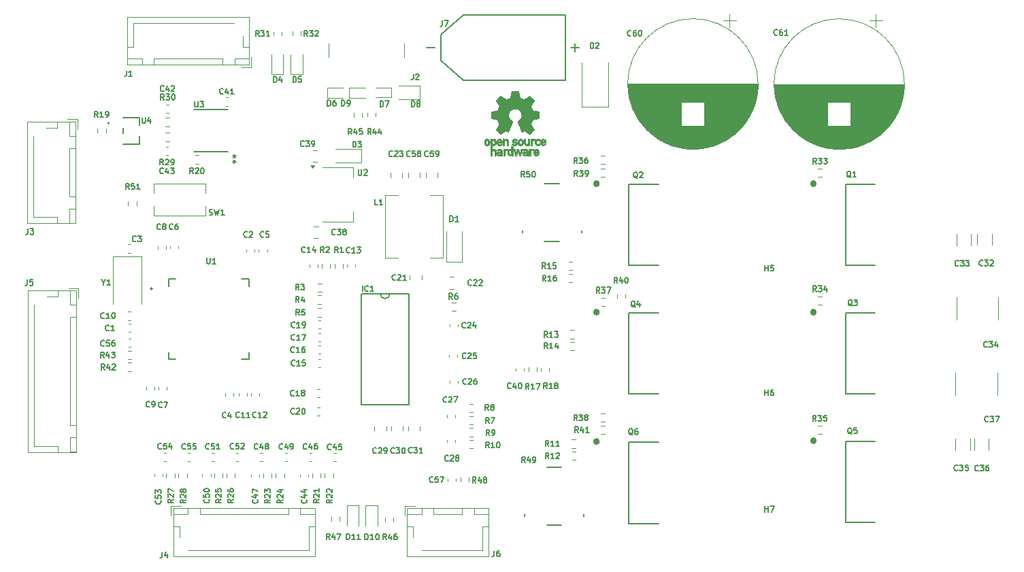
<source format=gbr>
%TF.GenerationSoftware,KiCad,Pcbnew,8.0.3*%
%TF.CreationDate,2025-02-08T18:07:50+07:00*%
%TF.ProjectId,VESC V.2,56455343-2056-42e3-922e-6b696361645f,rev?*%
%TF.SameCoordinates,Original*%
%TF.FileFunction,Legend,Top*%
%TF.FilePolarity,Positive*%
%FSLAX46Y46*%
G04 Gerber Fmt 4.6, Leading zero omitted, Abs format (unit mm)*
G04 Created by KiCad (PCBNEW 8.0.3) date 2025-02-08 18:07:50*
%MOMM*%
%LPD*%
G01*
G04 APERTURE LIST*
%ADD10C,0.150000*%
%ADD11C,0.175000*%
%ADD12C,0.010000*%
%ADD13C,0.120000*%
%ADD14C,0.152400*%
%ADD15C,0.200000*%
%ADD16C,0.127000*%
%ADD17C,0.203200*%
G04 APERTURE END LIST*
D10*
X102183333Y-47716033D02*
X102183333Y-47016033D01*
X102183333Y-47016033D02*
X102350000Y-47016033D01*
X102350000Y-47016033D02*
X102450000Y-47049366D01*
X102450000Y-47049366D02*
X102516667Y-47116033D01*
X102516667Y-47116033D02*
X102550000Y-47182700D01*
X102550000Y-47182700D02*
X102583333Y-47316033D01*
X102583333Y-47316033D02*
X102583333Y-47416033D01*
X102583333Y-47416033D02*
X102550000Y-47549366D01*
X102550000Y-47549366D02*
X102516667Y-47616033D01*
X102516667Y-47616033D02*
X102450000Y-47682700D01*
X102450000Y-47682700D02*
X102350000Y-47716033D01*
X102350000Y-47716033D02*
X102183333Y-47716033D01*
X102816667Y-47016033D02*
X103250000Y-47016033D01*
X103250000Y-47016033D02*
X103016667Y-47282700D01*
X103016667Y-47282700D02*
X103116667Y-47282700D01*
X103116667Y-47282700D02*
X103183333Y-47316033D01*
X103183333Y-47316033D02*
X103216667Y-47349366D01*
X103216667Y-47349366D02*
X103250000Y-47416033D01*
X103250000Y-47416033D02*
X103250000Y-47582700D01*
X103250000Y-47582700D02*
X103216667Y-47649366D01*
X103216667Y-47649366D02*
X103183333Y-47682700D01*
X103183333Y-47682700D02*
X103116667Y-47716033D01*
X103116667Y-47716033D02*
X102916667Y-47716033D01*
X102916667Y-47716033D02*
X102850000Y-47682700D01*
X102850000Y-47682700D02*
X102816667Y-47649366D01*
D11*
X126399999Y-72764733D02*
X126166666Y-72431400D01*
X125999999Y-72764733D02*
X125999999Y-72064733D01*
X125999999Y-72064733D02*
X126266666Y-72064733D01*
X126266666Y-72064733D02*
X126333333Y-72098066D01*
X126333333Y-72098066D02*
X126366666Y-72131400D01*
X126366666Y-72131400D02*
X126399999Y-72198066D01*
X126399999Y-72198066D02*
X126399999Y-72298066D01*
X126399999Y-72298066D02*
X126366666Y-72364733D01*
X126366666Y-72364733D02*
X126333333Y-72398066D01*
X126333333Y-72398066D02*
X126266666Y-72431400D01*
X126266666Y-72431400D02*
X125999999Y-72431400D01*
X127066666Y-72764733D02*
X126666666Y-72764733D01*
X126866666Y-72764733D02*
X126866666Y-72064733D01*
X126866666Y-72064733D02*
X126799999Y-72164733D01*
X126799999Y-72164733D02*
X126733333Y-72231400D01*
X126733333Y-72231400D02*
X126666666Y-72264733D01*
X127666666Y-72298066D02*
X127666666Y-72764733D01*
X127500000Y-72031400D02*
X127333333Y-72531400D01*
X127333333Y-72531400D02*
X127766666Y-72531400D01*
X126549999Y-84964733D02*
X126316666Y-84631400D01*
X126149999Y-84964733D02*
X126149999Y-84264733D01*
X126149999Y-84264733D02*
X126416666Y-84264733D01*
X126416666Y-84264733D02*
X126483333Y-84298066D01*
X126483333Y-84298066D02*
X126516666Y-84331400D01*
X126516666Y-84331400D02*
X126549999Y-84398066D01*
X126549999Y-84398066D02*
X126549999Y-84498066D01*
X126549999Y-84498066D02*
X126516666Y-84564733D01*
X126516666Y-84564733D02*
X126483333Y-84598066D01*
X126483333Y-84598066D02*
X126416666Y-84631400D01*
X126416666Y-84631400D02*
X126149999Y-84631400D01*
X127216666Y-84964733D02*
X126816666Y-84964733D01*
X127016666Y-84964733D02*
X127016666Y-84264733D01*
X127016666Y-84264733D02*
X126949999Y-84364733D01*
X126949999Y-84364733D02*
X126883333Y-84431400D01*
X126883333Y-84431400D02*
X126816666Y-84464733D01*
X127883333Y-84964733D02*
X127483333Y-84964733D01*
X127683333Y-84964733D02*
X127683333Y-84264733D01*
X127683333Y-84264733D02*
X127616666Y-84364733D01*
X127616666Y-84364733D02*
X127550000Y-84431400D01*
X127550000Y-84431400D02*
X127483333Y-84464733D01*
X94733333Y-39614733D02*
X94733333Y-38914733D01*
X94733333Y-38914733D02*
X94900000Y-38914733D01*
X94900000Y-38914733D02*
X95000000Y-38948066D01*
X95000000Y-38948066D02*
X95066667Y-39014733D01*
X95066667Y-39014733D02*
X95100000Y-39081400D01*
X95100000Y-39081400D02*
X95133333Y-39214733D01*
X95133333Y-39214733D02*
X95133333Y-39314733D01*
X95133333Y-39314733D02*
X95100000Y-39448066D01*
X95100000Y-39448066D02*
X95066667Y-39514733D01*
X95066667Y-39514733D02*
X95000000Y-39581400D01*
X95000000Y-39581400D02*
X94900000Y-39614733D01*
X94900000Y-39614733D02*
X94733333Y-39614733D01*
X95766667Y-38914733D02*
X95433333Y-38914733D01*
X95433333Y-38914733D02*
X95400000Y-39248066D01*
X95400000Y-39248066D02*
X95433333Y-39214733D01*
X95433333Y-39214733D02*
X95500000Y-39181400D01*
X95500000Y-39181400D02*
X95666667Y-39181400D01*
X95666667Y-39181400D02*
X95733333Y-39214733D01*
X95733333Y-39214733D02*
X95766667Y-39248066D01*
X95766667Y-39248066D02*
X95800000Y-39314733D01*
X95800000Y-39314733D02*
X95800000Y-39481400D01*
X95800000Y-39481400D02*
X95766667Y-39548066D01*
X95766667Y-39548066D02*
X95733333Y-39581400D01*
X95733333Y-39581400D02*
X95666667Y-39614733D01*
X95666667Y-39614733D02*
X95500000Y-39614733D01*
X95500000Y-39614733D02*
X95433333Y-39581400D01*
X95433333Y-39581400D02*
X95400000Y-39548066D01*
X74016666Y-38164733D02*
X74016666Y-38664733D01*
X74016666Y-38664733D02*
X73983333Y-38764733D01*
X73983333Y-38764733D02*
X73916666Y-38831400D01*
X73916666Y-38831400D02*
X73816666Y-38864733D01*
X73816666Y-38864733D02*
X73750000Y-38864733D01*
X74716666Y-38864733D02*
X74316666Y-38864733D01*
X74516666Y-38864733D02*
X74516666Y-38164733D01*
X74516666Y-38164733D02*
X74449999Y-38264733D01*
X74449999Y-38264733D02*
X74383333Y-38331400D01*
X74383333Y-38331400D02*
X74316666Y-38364733D01*
X107499999Y-64198066D02*
X107466666Y-64231400D01*
X107466666Y-64231400D02*
X107366666Y-64264733D01*
X107366666Y-64264733D02*
X107299999Y-64264733D01*
X107299999Y-64264733D02*
X107199999Y-64231400D01*
X107199999Y-64231400D02*
X107133333Y-64164733D01*
X107133333Y-64164733D02*
X107099999Y-64098066D01*
X107099999Y-64098066D02*
X107066666Y-63964733D01*
X107066666Y-63964733D02*
X107066666Y-63864733D01*
X107066666Y-63864733D02*
X107099999Y-63731400D01*
X107099999Y-63731400D02*
X107133333Y-63664733D01*
X107133333Y-63664733D02*
X107199999Y-63598066D01*
X107199999Y-63598066D02*
X107299999Y-63564733D01*
X107299999Y-63564733D02*
X107366666Y-63564733D01*
X107366666Y-63564733D02*
X107466666Y-63598066D01*
X107466666Y-63598066D02*
X107499999Y-63631400D01*
X107766666Y-63631400D02*
X107799999Y-63598066D01*
X107799999Y-63598066D02*
X107866666Y-63564733D01*
X107866666Y-63564733D02*
X108033333Y-63564733D01*
X108033333Y-63564733D02*
X108099999Y-63598066D01*
X108099999Y-63598066D02*
X108133333Y-63631400D01*
X108133333Y-63631400D02*
X108166666Y-63698066D01*
X108166666Y-63698066D02*
X108166666Y-63764733D01*
X108166666Y-63764733D02*
X108133333Y-63864733D01*
X108133333Y-63864733D02*
X107733333Y-64264733D01*
X107733333Y-64264733D02*
X108166666Y-64264733D01*
X108833333Y-64264733D02*
X108433333Y-64264733D01*
X108633333Y-64264733D02*
X108633333Y-63564733D01*
X108633333Y-63564733D02*
X108566666Y-63664733D01*
X108566666Y-63664733D02*
X108500000Y-63731400D01*
X108500000Y-63731400D02*
X108433333Y-63764733D01*
X99999999Y-58548066D02*
X99966666Y-58581400D01*
X99966666Y-58581400D02*
X99866666Y-58614733D01*
X99866666Y-58614733D02*
X99799999Y-58614733D01*
X99799999Y-58614733D02*
X99699999Y-58581400D01*
X99699999Y-58581400D02*
X99633333Y-58514733D01*
X99633333Y-58514733D02*
X99599999Y-58448066D01*
X99599999Y-58448066D02*
X99566666Y-58314733D01*
X99566666Y-58314733D02*
X99566666Y-58214733D01*
X99566666Y-58214733D02*
X99599999Y-58081400D01*
X99599999Y-58081400D02*
X99633333Y-58014733D01*
X99633333Y-58014733D02*
X99699999Y-57948066D01*
X99699999Y-57948066D02*
X99799999Y-57914733D01*
X99799999Y-57914733D02*
X99866666Y-57914733D01*
X99866666Y-57914733D02*
X99966666Y-57948066D01*
X99966666Y-57948066D02*
X99999999Y-57981400D01*
X100233333Y-57914733D02*
X100666666Y-57914733D01*
X100666666Y-57914733D02*
X100433333Y-58181400D01*
X100433333Y-58181400D02*
X100533333Y-58181400D01*
X100533333Y-58181400D02*
X100599999Y-58214733D01*
X100599999Y-58214733D02*
X100633333Y-58248066D01*
X100633333Y-58248066D02*
X100666666Y-58314733D01*
X100666666Y-58314733D02*
X100666666Y-58481400D01*
X100666666Y-58481400D02*
X100633333Y-58548066D01*
X100633333Y-58548066D02*
X100599999Y-58581400D01*
X100599999Y-58581400D02*
X100533333Y-58614733D01*
X100533333Y-58614733D02*
X100333333Y-58614733D01*
X100333333Y-58614733D02*
X100266666Y-58581400D01*
X100266666Y-58581400D02*
X100233333Y-58548066D01*
X101066666Y-58214733D02*
X101000000Y-58181400D01*
X101000000Y-58181400D02*
X100966666Y-58148066D01*
X100966666Y-58148066D02*
X100933333Y-58081400D01*
X100933333Y-58081400D02*
X100933333Y-58048066D01*
X100933333Y-58048066D02*
X100966666Y-57981400D01*
X100966666Y-57981400D02*
X101000000Y-57948066D01*
X101000000Y-57948066D02*
X101066666Y-57914733D01*
X101066666Y-57914733D02*
X101200000Y-57914733D01*
X101200000Y-57914733D02*
X101266666Y-57948066D01*
X101266666Y-57948066D02*
X101300000Y-57981400D01*
X101300000Y-57981400D02*
X101333333Y-58048066D01*
X101333333Y-58048066D02*
X101333333Y-58081400D01*
X101333333Y-58081400D02*
X101300000Y-58148066D01*
X101300000Y-58148066D02*
X101266666Y-58181400D01*
X101266666Y-58181400D02*
X101200000Y-58214733D01*
X101200000Y-58214733D02*
X101066666Y-58214733D01*
X101066666Y-58214733D02*
X101000000Y-58248066D01*
X101000000Y-58248066D02*
X100966666Y-58281400D01*
X100966666Y-58281400D02*
X100933333Y-58348066D01*
X100933333Y-58348066D02*
X100933333Y-58481400D01*
X100933333Y-58481400D02*
X100966666Y-58548066D01*
X100966666Y-58548066D02*
X101000000Y-58581400D01*
X101000000Y-58581400D02*
X101066666Y-58614733D01*
X101066666Y-58614733D02*
X101200000Y-58614733D01*
X101200000Y-58614733D02*
X101266666Y-58581400D01*
X101266666Y-58581400D02*
X101300000Y-58548066D01*
X101300000Y-58548066D02*
X101333333Y-58481400D01*
X101333333Y-58481400D02*
X101333333Y-58348066D01*
X101333333Y-58348066D02*
X101300000Y-58281400D01*
X101300000Y-58281400D02*
X101266666Y-58248066D01*
X101266666Y-58248066D02*
X101200000Y-58214733D01*
X61666666Y-64214733D02*
X61666666Y-64714733D01*
X61666666Y-64714733D02*
X61633333Y-64814733D01*
X61633333Y-64814733D02*
X61566666Y-64881400D01*
X61566666Y-64881400D02*
X61466666Y-64914733D01*
X61466666Y-64914733D02*
X61400000Y-64914733D01*
X62333333Y-64214733D02*
X61999999Y-64214733D01*
X61999999Y-64214733D02*
X61966666Y-64548066D01*
X61966666Y-64548066D02*
X61999999Y-64514733D01*
X61999999Y-64514733D02*
X62066666Y-64481400D01*
X62066666Y-64481400D02*
X62233333Y-64481400D01*
X62233333Y-64481400D02*
X62299999Y-64514733D01*
X62299999Y-64514733D02*
X62333333Y-64548066D01*
X62333333Y-64548066D02*
X62366666Y-64614733D01*
X62366666Y-64614733D02*
X62366666Y-64781400D01*
X62366666Y-64781400D02*
X62333333Y-64848066D01*
X62333333Y-64848066D02*
X62299999Y-64881400D01*
X62299999Y-64881400D02*
X62233333Y-64914733D01*
X62233333Y-64914733D02*
X62066666Y-64914733D01*
X62066666Y-64914733D02*
X61999999Y-64881400D01*
X61999999Y-64881400D02*
X61966666Y-64848066D01*
X90149999Y-81298066D02*
X90116666Y-81331400D01*
X90116666Y-81331400D02*
X90016666Y-81364733D01*
X90016666Y-81364733D02*
X89949999Y-81364733D01*
X89949999Y-81364733D02*
X89849999Y-81331400D01*
X89849999Y-81331400D02*
X89783333Y-81264733D01*
X89783333Y-81264733D02*
X89749999Y-81198066D01*
X89749999Y-81198066D02*
X89716666Y-81064733D01*
X89716666Y-81064733D02*
X89716666Y-80964733D01*
X89716666Y-80964733D02*
X89749999Y-80831400D01*
X89749999Y-80831400D02*
X89783333Y-80764733D01*
X89783333Y-80764733D02*
X89849999Y-80698066D01*
X89849999Y-80698066D02*
X89949999Y-80664733D01*
X89949999Y-80664733D02*
X90016666Y-80664733D01*
X90016666Y-80664733D02*
X90116666Y-80698066D01*
X90116666Y-80698066D02*
X90149999Y-80731400D01*
X90816666Y-81364733D02*
X90416666Y-81364733D01*
X90616666Y-81364733D02*
X90616666Y-80664733D01*
X90616666Y-80664733D02*
X90549999Y-80764733D01*
X90549999Y-80764733D02*
X90483333Y-80831400D01*
X90483333Y-80831400D02*
X90416666Y-80864733D01*
X91083333Y-80731400D02*
X91116666Y-80698066D01*
X91116666Y-80698066D02*
X91183333Y-80664733D01*
X91183333Y-80664733D02*
X91350000Y-80664733D01*
X91350000Y-80664733D02*
X91416666Y-80698066D01*
X91416666Y-80698066D02*
X91450000Y-80731400D01*
X91450000Y-80731400D02*
X91483333Y-80798066D01*
X91483333Y-80798066D02*
X91483333Y-80864733D01*
X91483333Y-80864733D02*
X91450000Y-80964733D01*
X91450000Y-80964733D02*
X91050000Y-81364733D01*
X91050000Y-81364733D02*
X91483333Y-81364733D01*
X159849999Y-65684733D02*
X159616666Y-65351400D01*
X159449999Y-65684733D02*
X159449999Y-64984733D01*
X159449999Y-64984733D02*
X159716666Y-64984733D01*
X159716666Y-64984733D02*
X159783333Y-65018066D01*
X159783333Y-65018066D02*
X159816666Y-65051400D01*
X159816666Y-65051400D02*
X159849999Y-65118066D01*
X159849999Y-65118066D02*
X159849999Y-65218066D01*
X159849999Y-65218066D02*
X159816666Y-65284733D01*
X159816666Y-65284733D02*
X159783333Y-65318066D01*
X159783333Y-65318066D02*
X159716666Y-65351400D01*
X159716666Y-65351400D02*
X159449999Y-65351400D01*
X160083333Y-64984733D02*
X160516666Y-64984733D01*
X160516666Y-64984733D02*
X160283333Y-65251400D01*
X160283333Y-65251400D02*
X160383333Y-65251400D01*
X160383333Y-65251400D02*
X160449999Y-65284733D01*
X160449999Y-65284733D02*
X160483333Y-65318066D01*
X160483333Y-65318066D02*
X160516666Y-65384733D01*
X160516666Y-65384733D02*
X160516666Y-65551400D01*
X160516666Y-65551400D02*
X160483333Y-65618066D01*
X160483333Y-65618066D02*
X160449999Y-65651400D01*
X160449999Y-65651400D02*
X160383333Y-65684733D01*
X160383333Y-65684733D02*
X160183333Y-65684733D01*
X160183333Y-65684733D02*
X160116666Y-65651400D01*
X160116666Y-65651400D02*
X160083333Y-65618066D01*
X161116666Y-65218066D02*
X161116666Y-65684733D01*
X160950000Y-64951400D02*
X160783333Y-65451400D01*
X160783333Y-65451400D02*
X161216666Y-65451400D01*
X130249999Y-83214733D02*
X130016666Y-82881400D01*
X129849999Y-83214733D02*
X129849999Y-82514733D01*
X129849999Y-82514733D02*
X130116666Y-82514733D01*
X130116666Y-82514733D02*
X130183333Y-82548066D01*
X130183333Y-82548066D02*
X130216666Y-82581400D01*
X130216666Y-82581400D02*
X130249999Y-82648066D01*
X130249999Y-82648066D02*
X130249999Y-82748066D01*
X130249999Y-82748066D02*
X130216666Y-82814733D01*
X130216666Y-82814733D02*
X130183333Y-82848066D01*
X130183333Y-82848066D02*
X130116666Y-82881400D01*
X130116666Y-82881400D02*
X129849999Y-82881400D01*
X130849999Y-82748066D02*
X130849999Y-83214733D01*
X130683333Y-82481400D02*
X130516666Y-82981400D01*
X130516666Y-82981400D02*
X130949999Y-82981400D01*
X131583333Y-83214733D02*
X131183333Y-83214733D01*
X131383333Y-83214733D02*
X131383333Y-82514733D01*
X131383333Y-82514733D02*
X131316666Y-82614733D01*
X131316666Y-82614733D02*
X131250000Y-82681400D01*
X131250000Y-82681400D02*
X131183333Y-82714733D01*
X119083333Y-80464733D02*
X118850000Y-80131400D01*
X118683333Y-80464733D02*
X118683333Y-79764733D01*
X118683333Y-79764733D02*
X118950000Y-79764733D01*
X118950000Y-79764733D02*
X119016667Y-79798066D01*
X119016667Y-79798066D02*
X119050000Y-79831400D01*
X119050000Y-79831400D02*
X119083333Y-79898066D01*
X119083333Y-79898066D02*
X119083333Y-79998066D01*
X119083333Y-79998066D02*
X119050000Y-80064733D01*
X119050000Y-80064733D02*
X119016667Y-80098066D01*
X119016667Y-80098066D02*
X118950000Y-80131400D01*
X118950000Y-80131400D02*
X118683333Y-80131400D01*
X119483333Y-80064733D02*
X119416667Y-80031400D01*
X119416667Y-80031400D02*
X119383333Y-79998066D01*
X119383333Y-79998066D02*
X119350000Y-79931400D01*
X119350000Y-79931400D02*
X119350000Y-79898066D01*
X119350000Y-79898066D02*
X119383333Y-79831400D01*
X119383333Y-79831400D02*
X119416667Y-79798066D01*
X119416667Y-79798066D02*
X119483333Y-79764733D01*
X119483333Y-79764733D02*
X119616667Y-79764733D01*
X119616667Y-79764733D02*
X119683333Y-79798066D01*
X119683333Y-79798066D02*
X119716667Y-79831400D01*
X119716667Y-79831400D02*
X119750000Y-79898066D01*
X119750000Y-79898066D02*
X119750000Y-79931400D01*
X119750000Y-79931400D02*
X119716667Y-79998066D01*
X119716667Y-79998066D02*
X119683333Y-80031400D01*
X119683333Y-80031400D02*
X119616667Y-80064733D01*
X119616667Y-80064733D02*
X119483333Y-80064733D01*
X119483333Y-80064733D02*
X119416667Y-80098066D01*
X119416667Y-80098066D02*
X119383333Y-80131400D01*
X119383333Y-80131400D02*
X119350000Y-80198066D01*
X119350000Y-80198066D02*
X119350000Y-80331400D01*
X119350000Y-80331400D02*
X119383333Y-80398066D01*
X119383333Y-80398066D02*
X119416667Y-80431400D01*
X119416667Y-80431400D02*
X119483333Y-80464733D01*
X119483333Y-80464733D02*
X119616667Y-80464733D01*
X119616667Y-80464733D02*
X119683333Y-80431400D01*
X119683333Y-80431400D02*
X119716667Y-80398066D01*
X119716667Y-80398066D02*
X119750000Y-80331400D01*
X119750000Y-80331400D02*
X119750000Y-80198066D01*
X119750000Y-80198066D02*
X119716667Y-80131400D01*
X119716667Y-80131400D02*
X119683333Y-80098066D01*
X119683333Y-80098066D02*
X119616667Y-80064733D01*
X79783333Y-57898066D02*
X79750000Y-57931400D01*
X79750000Y-57931400D02*
X79650000Y-57964733D01*
X79650000Y-57964733D02*
X79583333Y-57964733D01*
X79583333Y-57964733D02*
X79483333Y-57931400D01*
X79483333Y-57931400D02*
X79416667Y-57864733D01*
X79416667Y-57864733D02*
X79383333Y-57798066D01*
X79383333Y-57798066D02*
X79350000Y-57664733D01*
X79350000Y-57664733D02*
X79350000Y-57564733D01*
X79350000Y-57564733D02*
X79383333Y-57431400D01*
X79383333Y-57431400D02*
X79416667Y-57364733D01*
X79416667Y-57364733D02*
X79483333Y-57298066D01*
X79483333Y-57298066D02*
X79583333Y-57264733D01*
X79583333Y-57264733D02*
X79650000Y-57264733D01*
X79650000Y-57264733D02*
X79750000Y-57298066D01*
X79750000Y-57298066D02*
X79783333Y-57331400D01*
X80383333Y-57264733D02*
X80250000Y-57264733D01*
X80250000Y-57264733D02*
X80183333Y-57298066D01*
X80183333Y-57298066D02*
X80150000Y-57331400D01*
X80150000Y-57331400D02*
X80083333Y-57431400D01*
X80083333Y-57431400D02*
X80050000Y-57564733D01*
X80050000Y-57564733D02*
X80050000Y-57831400D01*
X80050000Y-57831400D02*
X80083333Y-57898066D01*
X80083333Y-57898066D02*
X80116667Y-57931400D01*
X80116667Y-57931400D02*
X80183333Y-57964733D01*
X80183333Y-57964733D02*
X80316667Y-57964733D01*
X80316667Y-57964733D02*
X80383333Y-57931400D01*
X80383333Y-57931400D02*
X80416667Y-57898066D01*
X80416667Y-57898066D02*
X80450000Y-57831400D01*
X80450000Y-57831400D02*
X80450000Y-57664733D01*
X80450000Y-57664733D02*
X80416667Y-57598066D01*
X80416667Y-57598066D02*
X80383333Y-57564733D01*
X80383333Y-57564733D02*
X80316667Y-57531400D01*
X80316667Y-57531400D02*
X80183333Y-57531400D01*
X80183333Y-57531400D02*
X80116667Y-57564733D01*
X80116667Y-57564733D02*
X80083333Y-57598066D01*
X80083333Y-57598066D02*
X80050000Y-57664733D01*
X109299999Y-48798066D02*
X109266666Y-48831400D01*
X109266666Y-48831400D02*
X109166666Y-48864733D01*
X109166666Y-48864733D02*
X109099999Y-48864733D01*
X109099999Y-48864733D02*
X108999999Y-48831400D01*
X108999999Y-48831400D02*
X108933333Y-48764733D01*
X108933333Y-48764733D02*
X108899999Y-48698066D01*
X108899999Y-48698066D02*
X108866666Y-48564733D01*
X108866666Y-48564733D02*
X108866666Y-48464733D01*
X108866666Y-48464733D02*
X108899999Y-48331400D01*
X108899999Y-48331400D02*
X108933333Y-48264733D01*
X108933333Y-48264733D02*
X108999999Y-48198066D01*
X108999999Y-48198066D02*
X109099999Y-48164733D01*
X109099999Y-48164733D02*
X109166666Y-48164733D01*
X109166666Y-48164733D02*
X109266666Y-48198066D01*
X109266666Y-48198066D02*
X109299999Y-48231400D01*
X109933333Y-48164733D02*
X109599999Y-48164733D01*
X109599999Y-48164733D02*
X109566666Y-48498066D01*
X109566666Y-48498066D02*
X109599999Y-48464733D01*
X109599999Y-48464733D02*
X109666666Y-48431400D01*
X109666666Y-48431400D02*
X109833333Y-48431400D01*
X109833333Y-48431400D02*
X109899999Y-48464733D01*
X109899999Y-48464733D02*
X109933333Y-48498066D01*
X109933333Y-48498066D02*
X109966666Y-48564733D01*
X109966666Y-48564733D02*
X109966666Y-48731400D01*
X109966666Y-48731400D02*
X109933333Y-48798066D01*
X109933333Y-48798066D02*
X109899999Y-48831400D01*
X109899999Y-48831400D02*
X109833333Y-48864733D01*
X109833333Y-48864733D02*
X109666666Y-48864733D01*
X109666666Y-48864733D02*
X109599999Y-48831400D01*
X109599999Y-48831400D02*
X109566666Y-48798066D01*
X110366666Y-48464733D02*
X110300000Y-48431400D01*
X110300000Y-48431400D02*
X110266666Y-48398066D01*
X110266666Y-48398066D02*
X110233333Y-48331400D01*
X110233333Y-48331400D02*
X110233333Y-48298066D01*
X110233333Y-48298066D02*
X110266666Y-48231400D01*
X110266666Y-48231400D02*
X110300000Y-48198066D01*
X110300000Y-48198066D02*
X110366666Y-48164733D01*
X110366666Y-48164733D02*
X110500000Y-48164733D01*
X110500000Y-48164733D02*
X110566666Y-48198066D01*
X110566666Y-48198066D02*
X110600000Y-48231400D01*
X110600000Y-48231400D02*
X110633333Y-48298066D01*
X110633333Y-48298066D02*
X110633333Y-48331400D01*
X110633333Y-48331400D02*
X110600000Y-48398066D01*
X110600000Y-48398066D02*
X110566666Y-48431400D01*
X110566666Y-48431400D02*
X110500000Y-48464733D01*
X110500000Y-48464733D02*
X110366666Y-48464733D01*
X110366666Y-48464733D02*
X110300000Y-48498066D01*
X110300000Y-48498066D02*
X110266666Y-48531400D01*
X110266666Y-48531400D02*
X110233333Y-48598066D01*
X110233333Y-48598066D02*
X110233333Y-48731400D01*
X110233333Y-48731400D02*
X110266666Y-48798066D01*
X110266666Y-48798066D02*
X110300000Y-48831400D01*
X110300000Y-48831400D02*
X110366666Y-48864733D01*
X110366666Y-48864733D02*
X110500000Y-48864733D01*
X110500000Y-48864733D02*
X110566666Y-48831400D01*
X110566666Y-48831400D02*
X110600000Y-48798066D01*
X110600000Y-48798066D02*
X110633333Y-48731400D01*
X110633333Y-48731400D02*
X110633333Y-48598066D01*
X110633333Y-48598066D02*
X110600000Y-48531400D01*
X110600000Y-48531400D02*
X110566666Y-48498066D01*
X110566666Y-48498066D02*
X110500000Y-48464733D01*
X74349999Y-52964733D02*
X74116666Y-52631400D01*
X73949999Y-52964733D02*
X73949999Y-52264733D01*
X73949999Y-52264733D02*
X74216666Y-52264733D01*
X74216666Y-52264733D02*
X74283333Y-52298066D01*
X74283333Y-52298066D02*
X74316666Y-52331400D01*
X74316666Y-52331400D02*
X74349999Y-52398066D01*
X74349999Y-52398066D02*
X74349999Y-52498066D01*
X74349999Y-52498066D02*
X74316666Y-52564733D01*
X74316666Y-52564733D02*
X74283333Y-52598066D01*
X74283333Y-52598066D02*
X74216666Y-52631400D01*
X74216666Y-52631400D02*
X73949999Y-52631400D01*
X74983333Y-52264733D02*
X74649999Y-52264733D01*
X74649999Y-52264733D02*
X74616666Y-52598066D01*
X74616666Y-52598066D02*
X74649999Y-52564733D01*
X74649999Y-52564733D02*
X74716666Y-52531400D01*
X74716666Y-52531400D02*
X74883333Y-52531400D01*
X74883333Y-52531400D02*
X74949999Y-52564733D01*
X74949999Y-52564733D02*
X74983333Y-52598066D01*
X74983333Y-52598066D02*
X75016666Y-52664733D01*
X75016666Y-52664733D02*
X75016666Y-52831400D01*
X75016666Y-52831400D02*
X74983333Y-52898066D01*
X74983333Y-52898066D02*
X74949999Y-52931400D01*
X74949999Y-52931400D02*
X74883333Y-52964733D01*
X74883333Y-52964733D02*
X74716666Y-52964733D01*
X74716666Y-52964733D02*
X74649999Y-52931400D01*
X74649999Y-52931400D02*
X74616666Y-52898066D01*
X75683333Y-52964733D02*
X75283333Y-52964733D01*
X75483333Y-52964733D02*
X75483333Y-52264733D01*
X75483333Y-52264733D02*
X75416666Y-52364733D01*
X75416666Y-52364733D02*
X75350000Y-52431400D01*
X75350000Y-52431400D02*
X75283333Y-52464733D01*
X78349999Y-85198066D02*
X78316666Y-85231400D01*
X78316666Y-85231400D02*
X78216666Y-85264733D01*
X78216666Y-85264733D02*
X78149999Y-85264733D01*
X78149999Y-85264733D02*
X78049999Y-85231400D01*
X78049999Y-85231400D02*
X77983333Y-85164733D01*
X77983333Y-85164733D02*
X77949999Y-85098066D01*
X77949999Y-85098066D02*
X77916666Y-84964733D01*
X77916666Y-84964733D02*
X77916666Y-84864733D01*
X77916666Y-84864733D02*
X77949999Y-84731400D01*
X77949999Y-84731400D02*
X77983333Y-84664733D01*
X77983333Y-84664733D02*
X78049999Y-84598066D01*
X78049999Y-84598066D02*
X78149999Y-84564733D01*
X78149999Y-84564733D02*
X78216666Y-84564733D01*
X78216666Y-84564733D02*
X78316666Y-84598066D01*
X78316666Y-84598066D02*
X78349999Y-84631400D01*
X78983333Y-84564733D02*
X78649999Y-84564733D01*
X78649999Y-84564733D02*
X78616666Y-84898066D01*
X78616666Y-84898066D02*
X78649999Y-84864733D01*
X78649999Y-84864733D02*
X78716666Y-84831400D01*
X78716666Y-84831400D02*
X78883333Y-84831400D01*
X78883333Y-84831400D02*
X78949999Y-84864733D01*
X78949999Y-84864733D02*
X78983333Y-84898066D01*
X78983333Y-84898066D02*
X79016666Y-84964733D01*
X79016666Y-84964733D02*
X79016666Y-85131400D01*
X79016666Y-85131400D02*
X78983333Y-85198066D01*
X78983333Y-85198066D02*
X78949999Y-85231400D01*
X78949999Y-85231400D02*
X78883333Y-85264733D01*
X78883333Y-85264733D02*
X78716666Y-85264733D01*
X78716666Y-85264733D02*
X78649999Y-85231400D01*
X78649999Y-85231400D02*
X78616666Y-85198066D01*
X79616666Y-84798066D02*
X79616666Y-85264733D01*
X79450000Y-84531400D02*
X79283333Y-85031400D01*
X79283333Y-85031400D02*
X79716666Y-85031400D01*
X89033333Y-58848066D02*
X89000000Y-58881400D01*
X89000000Y-58881400D02*
X88900000Y-58914733D01*
X88900000Y-58914733D02*
X88833333Y-58914733D01*
X88833333Y-58914733D02*
X88733333Y-58881400D01*
X88733333Y-58881400D02*
X88666667Y-58814733D01*
X88666667Y-58814733D02*
X88633333Y-58748066D01*
X88633333Y-58748066D02*
X88600000Y-58614733D01*
X88600000Y-58614733D02*
X88600000Y-58514733D01*
X88600000Y-58514733D02*
X88633333Y-58381400D01*
X88633333Y-58381400D02*
X88666667Y-58314733D01*
X88666667Y-58314733D02*
X88733333Y-58248066D01*
X88733333Y-58248066D02*
X88833333Y-58214733D01*
X88833333Y-58214733D02*
X88900000Y-58214733D01*
X88900000Y-58214733D02*
X89000000Y-58248066D01*
X89000000Y-58248066D02*
X89033333Y-58281400D01*
X89300000Y-58281400D02*
X89333333Y-58248066D01*
X89333333Y-58248066D02*
X89400000Y-58214733D01*
X89400000Y-58214733D02*
X89566667Y-58214733D01*
X89566667Y-58214733D02*
X89633333Y-58248066D01*
X89633333Y-58248066D02*
X89666667Y-58281400D01*
X89666667Y-58281400D02*
X89700000Y-58348066D01*
X89700000Y-58348066D02*
X89700000Y-58414733D01*
X89700000Y-58414733D02*
X89666667Y-58514733D01*
X89666667Y-58514733D02*
X89266667Y-58914733D01*
X89266667Y-58914733D02*
X89700000Y-58914733D01*
X177549999Y-62448066D02*
X177516666Y-62481400D01*
X177516666Y-62481400D02*
X177416666Y-62514733D01*
X177416666Y-62514733D02*
X177349999Y-62514733D01*
X177349999Y-62514733D02*
X177249999Y-62481400D01*
X177249999Y-62481400D02*
X177183333Y-62414733D01*
X177183333Y-62414733D02*
X177149999Y-62348066D01*
X177149999Y-62348066D02*
X177116666Y-62214733D01*
X177116666Y-62214733D02*
X177116666Y-62114733D01*
X177116666Y-62114733D02*
X177149999Y-61981400D01*
X177149999Y-61981400D02*
X177183333Y-61914733D01*
X177183333Y-61914733D02*
X177249999Y-61848066D01*
X177249999Y-61848066D02*
X177349999Y-61814733D01*
X177349999Y-61814733D02*
X177416666Y-61814733D01*
X177416666Y-61814733D02*
X177516666Y-61848066D01*
X177516666Y-61848066D02*
X177549999Y-61881400D01*
X177783333Y-61814733D02*
X178216666Y-61814733D01*
X178216666Y-61814733D02*
X177983333Y-62081400D01*
X177983333Y-62081400D02*
X178083333Y-62081400D01*
X178083333Y-62081400D02*
X178149999Y-62114733D01*
X178149999Y-62114733D02*
X178183333Y-62148066D01*
X178183333Y-62148066D02*
X178216666Y-62214733D01*
X178216666Y-62214733D02*
X178216666Y-62381400D01*
X178216666Y-62381400D02*
X178183333Y-62448066D01*
X178183333Y-62448066D02*
X178149999Y-62481400D01*
X178149999Y-62481400D02*
X178083333Y-62514733D01*
X178083333Y-62514733D02*
X177883333Y-62514733D01*
X177883333Y-62514733D02*
X177816666Y-62481400D01*
X177816666Y-62481400D02*
X177783333Y-62448066D01*
X178450000Y-61814733D02*
X178883333Y-61814733D01*
X178883333Y-61814733D02*
X178650000Y-62081400D01*
X178650000Y-62081400D02*
X178750000Y-62081400D01*
X178750000Y-62081400D02*
X178816666Y-62114733D01*
X178816666Y-62114733D02*
X178850000Y-62148066D01*
X178850000Y-62148066D02*
X178883333Y-62214733D01*
X178883333Y-62214733D02*
X178883333Y-62381400D01*
X178883333Y-62381400D02*
X178850000Y-62448066D01*
X178850000Y-62448066D02*
X178816666Y-62481400D01*
X178816666Y-62481400D02*
X178750000Y-62514733D01*
X178750000Y-62514733D02*
X178550000Y-62514733D01*
X178550000Y-62514733D02*
X178483333Y-62481400D01*
X178483333Y-62481400D02*
X178450000Y-62448066D01*
X107349999Y-85748066D02*
X107316666Y-85781400D01*
X107316666Y-85781400D02*
X107216666Y-85814733D01*
X107216666Y-85814733D02*
X107149999Y-85814733D01*
X107149999Y-85814733D02*
X107049999Y-85781400D01*
X107049999Y-85781400D02*
X106983333Y-85714733D01*
X106983333Y-85714733D02*
X106949999Y-85648066D01*
X106949999Y-85648066D02*
X106916666Y-85514733D01*
X106916666Y-85514733D02*
X106916666Y-85414733D01*
X106916666Y-85414733D02*
X106949999Y-85281400D01*
X106949999Y-85281400D02*
X106983333Y-85214733D01*
X106983333Y-85214733D02*
X107049999Y-85148066D01*
X107049999Y-85148066D02*
X107149999Y-85114733D01*
X107149999Y-85114733D02*
X107216666Y-85114733D01*
X107216666Y-85114733D02*
X107316666Y-85148066D01*
X107316666Y-85148066D02*
X107349999Y-85181400D01*
X107583333Y-85114733D02*
X108016666Y-85114733D01*
X108016666Y-85114733D02*
X107783333Y-85381400D01*
X107783333Y-85381400D02*
X107883333Y-85381400D01*
X107883333Y-85381400D02*
X107949999Y-85414733D01*
X107949999Y-85414733D02*
X107983333Y-85448066D01*
X107983333Y-85448066D02*
X108016666Y-85514733D01*
X108016666Y-85514733D02*
X108016666Y-85681400D01*
X108016666Y-85681400D02*
X107983333Y-85748066D01*
X107983333Y-85748066D02*
X107949999Y-85781400D01*
X107949999Y-85781400D02*
X107883333Y-85814733D01*
X107883333Y-85814733D02*
X107683333Y-85814733D01*
X107683333Y-85814733D02*
X107616666Y-85781400D01*
X107616666Y-85781400D02*
X107583333Y-85748066D01*
X108450000Y-85114733D02*
X108516666Y-85114733D01*
X108516666Y-85114733D02*
X108583333Y-85148066D01*
X108583333Y-85148066D02*
X108616666Y-85181400D01*
X108616666Y-85181400D02*
X108650000Y-85248066D01*
X108650000Y-85248066D02*
X108683333Y-85381400D01*
X108683333Y-85381400D02*
X108683333Y-85548066D01*
X108683333Y-85548066D02*
X108650000Y-85681400D01*
X108650000Y-85681400D02*
X108616666Y-85748066D01*
X108616666Y-85748066D02*
X108583333Y-85781400D01*
X108583333Y-85781400D02*
X108516666Y-85814733D01*
X108516666Y-85814733D02*
X108450000Y-85814733D01*
X108450000Y-85814733D02*
X108383333Y-85781400D01*
X108383333Y-85781400D02*
X108350000Y-85748066D01*
X108350000Y-85748066D02*
X108316666Y-85681400D01*
X108316666Y-85681400D02*
X108283333Y-85548066D01*
X108283333Y-85548066D02*
X108283333Y-85381400D01*
X108283333Y-85381400D02*
X108316666Y-85248066D01*
X108316666Y-85248066D02*
X108350000Y-85181400D01*
X108350000Y-85181400D02*
X108383333Y-85148066D01*
X108383333Y-85148066D02*
X108450000Y-85114733D01*
X75966666Y-44014733D02*
X75966666Y-44581400D01*
X75966666Y-44581400D02*
X76000000Y-44648066D01*
X76000000Y-44648066D02*
X76033333Y-44681400D01*
X76033333Y-44681400D02*
X76100000Y-44714733D01*
X76100000Y-44714733D02*
X76233333Y-44714733D01*
X76233333Y-44714733D02*
X76300000Y-44681400D01*
X76300000Y-44681400D02*
X76333333Y-44648066D01*
X76333333Y-44648066D02*
X76366666Y-44581400D01*
X76366666Y-44581400D02*
X76366666Y-44014733D01*
X76999999Y-44248066D02*
X76999999Y-44714733D01*
X76833333Y-43981400D02*
X76666666Y-44481400D01*
X76666666Y-44481400D02*
X77099999Y-44481400D01*
X114583333Y-66614733D02*
X114350000Y-66281400D01*
X114183333Y-66614733D02*
X114183333Y-65914733D01*
X114183333Y-65914733D02*
X114450000Y-65914733D01*
X114450000Y-65914733D02*
X114516667Y-65948066D01*
X114516667Y-65948066D02*
X114550000Y-65981400D01*
X114550000Y-65981400D02*
X114583333Y-66048066D01*
X114583333Y-66048066D02*
X114583333Y-66148066D01*
X114583333Y-66148066D02*
X114550000Y-66214733D01*
X114550000Y-66214733D02*
X114516667Y-66248066D01*
X114516667Y-66248066D02*
X114450000Y-66281400D01*
X114450000Y-66281400D02*
X114183333Y-66281400D01*
X115183333Y-65914733D02*
X115050000Y-65914733D01*
X115050000Y-65914733D02*
X114983333Y-65948066D01*
X114983333Y-65948066D02*
X114950000Y-65981400D01*
X114950000Y-65981400D02*
X114883333Y-66081400D01*
X114883333Y-66081400D02*
X114850000Y-66214733D01*
X114850000Y-66214733D02*
X114850000Y-66481400D01*
X114850000Y-66481400D02*
X114883333Y-66548066D01*
X114883333Y-66548066D02*
X114916667Y-66581400D01*
X114916667Y-66581400D02*
X114983333Y-66614733D01*
X114983333Y-66614733D02*
X115116667Y-66614733D01*
X115116667Y-66614733D02*
X115183333Y-66581400D01*
X115183333Y-66581400D02*
X115216667Y-66548066D01*
X115216667Y-66548066D02*
X115250000Y-66481400D01*
X115250000Y-66481400D02*
X115250000Y-66314733D01*
X115250000Y-66314733D02*
X115216667Y-66248066D01*
X115216667Y-66248066D02*
X115183333Y-66214733D01*
X115183333Y-66214733D02*
X115116667Y-66181400D01*
X115116667Y-66181400D02*
X114983333Y-66181400D01*
X114983333Y-66181400D02*
X114916667Y-66214733D01*
X114916667Y-66214733D02*
X114883333Y-66248066D01*
X114883333Y-66248066D02*
X114850000Y-66314733D01*
X104449999Y-46114733D02*
X104216666Y-45781400D01*
X104049999Y-46114733D02*
X104049999Y-45414733D01*
X104049999Y-45414733D02*
X104316666Y-45414733D01*
X104316666Y-45414733D02*
X104383333Y-45448066D01*
X104383333Y-45448066D02*
X104416666Y-45481400D01*
X104416666Y-45481400D02*
X104449999Y-45548066D01*
X104449999Y-45548066D02*
X104449999Y-45648066D01*
X104449999Y-45648066D02*
X104416666Y-45714733D01*
X104416666Y-45714733D02*
X104383333Y-45748066D01*
X104383333Y-45748066D02*
X104316666Y-45781400D01*
X104316666Y-45781400D02*
X104049999Y-45781400D01*
X105049999Y-45648066D02*
X105049999Y-46114733D01*
X104883333Y-45381400D02*
X104716666Y-45881400D01*
X104716666Y-45881400D02*
X105149999Y-45881400D01*
X105716666Y-45648066D02*
X105716666Y-46114733D01*
X105550000Y-45381400D02*
X105383333Y-45881400D01*
X105383333Y-45881400D02*
X105816666Y-45881400D01*
X79864733Y-91550000D02*
X79531400Y-91783333D01*
X79864733Y-91950000D02*
X79164733Y-91950000D01*
X79164733Y-91950000D02*
X79164733Y-91683333D01*
X79164733Y-91683333D02*
X79198066Y-91616667D01*
X79198066Y-91616667D02*
X79231400Y-91583333D01*
X79231400Y-91583333D02*
X79298066Y-91550000D01*
X79298066Y-91550000D02*
X79398066Y-91550000D01*
X79398066Y-91550000D02*
X79464733Y-91583333D01*
X79464733Y-91583333D02*
X79498066Y-91616667D01*
X79498066Y-91616667D02*
X79531400Y-91683333D01*
X79531400Y-91683333D02*
X79531400Y-91950000D01*
X79231400Y-91283333D02*
X79198066Y-91250000D01*
X79198066Y-91250000D02*
X79164733Y-91183333D01*
X79164733Y-91183333D02*
X79164733Y-91016667D01*
X79164733Y-91016667D02*
X79198066Y-90950000D01*
X79198066Y-90950000D02*
X79231400Y-90916667D01*
X79231400Y-90916667D02*
X79298066Y-90883333D01*
X79298066Y-90883333D02*
X79364733Y-90883333D01*
X79364733Y-90883333D02*
X79464733Y-90916667D01*
X79464733Y-90916667D02*
X79864733Y-91316667D01*
X79864733Y-91316667D02*
X79864733Y-90883333D01*
X79164733Y-90650000D02*
X79164733Y-90183333D01*
X79164733Y-90183333D02*
X79864733Y-90483333D01*
X164283333Y-83431400D02*
X164216666Y-83398066D01*
X164216666Y-83398066D02*
X164150000Y-83331400D01*
X164150000Y-83331400D02*
X164050000Y-83231400D01*
X164050000Y-83231400D02*
X163983333Y-83198066D01*
X163983333Y-83198066D02*
X163916666Y-83198066D01*
X163950000Y-83364733D02*
X163883333Y-83331400D01*
X163883333Y-83331400D02*
X163816666Y-83264733D01*
X163816666Y-83264733D02*
X163783333Y-83131400D01*
X163783333Y-83131400D02*
X163783333Y-82898066D01*
X163783333Y-82898066D02*
X163816666Y-82764733D01*
X163816666Y-82764733D02*
X163883333Y-82698066D01*
X163883333Y-82698066D02*
X163950000Y-82664733D01*
X163950000Y-82664733D02*
X164083333Y-82664733D01*
X164083333Y-82664733D02*
X164150000Y-82698066D01*
X164150000Y-82698066D02*
X164216666Y-82764733D01*
X164216666Y-82764733D02*
X164250000Y-82898066D01*
X164250000Y-82898066D02*
X164250000Y-83131400D01*
X164250000Y-83131400D02*
X164216666Y-83264733D01*
X164216666Y-83264733D02*
X164150000Y-83331400D01*
X164150000Y-83331400D02*
X164083333Y-83364733D01*
X164083333Y-83364733D02*
X163950000Y-83364733D01*
X164883333Y-82664733D02*
X164549999Y-82664733D01*
X164549999Y-82664733D02*
X164516666Y-82998066D01*
X164516666Y-82998066D02*
X164549999Y-82964733D01*
X164549999Y-82964733D02*
X164616666Y-82931400D01*
X164616666Y-82931400D02*
X164783333Y-82931400D01*
X164783333Y-82931400D02*
X164849999Y-82964733D01*
X164849999Y-82964733D02*
X164883333Y-82998066D01*
X164883333Y-82998066D02*
X164916666Y-83064733D01*
X164916666Y-83064733D02*
X164916666Y-83231400D01*
X164916666Y-83231400D02*
X164883333Y-83298066D01*
X164883333Y-83298066D02*
X164849999Y-83331400D01*
X164849999Y-83331400D02*
X164783333Y-83364733D01*
X164783333Y-83364733D02*
X164616666Y-83364733D01*
X164616666Y-83364733D02*
X164549999Y-83331400D01*
X164549999Y-83331400D02*
X164516666Y-83298066D01*
X180549999Y-62398066D02*
X180516666Y-62431400D01*
X180516666Y-62431400D02*
X180416666Y-62464733D01*
X180416666Y-62464733D02*
X180349999Y-62464733D01*
X180349999Y-62464733D02*
X180249999Y-62431400D01*
X180249999Y-62431400D02*
X180183333Y-62364733D01*
X180183333Y-62364733D02*
X180149999Y-62298066D01*
X180149999Y-62298066D02*
X180116666Y-62164733D01*
X180116666Y-62164733D02*
X180116666Y-62064733D01*
X180116666Y-62064733D02*
X180149999Y-61931400D01*
X180149999Y-61931400D02*
X180183333Y-61864733D01*
X180183333Y-61864733D02*
X180249999Y-61798066D01*
X180249999Y-61798066D02*
X180349999Y-61764733D01*
X180349999Y-61764733D02*
X180416666Y-61764733D01*
X180416666Y-61764733D02*
X180516666Y-61798066D01*
X180516666Y-61798066D02*
X180549999Y-61831400D01*
X180783333Y-61764733D02*
X181216666Y-61764733D01*
X181216666Y-61764733D02*
X180983333Y-62031400D01*
X180983333Y-62031400D02*
X181083333Y-62031400D01*
X181083333Y-62031400D02*
X181149999Y-62064733D01*
X181149999Y-62064733D02*
X181183333Y-62098066D01*
X181183333Y-62098066D02*
X181216666Y-62164733D01*
X181216666Y-62164733D02*
X181216666Y-62331400D01*
X181216666Y-62331400D02*
X181183333Y-62398066D01*
X181183333Y-62398066D02*
X181149999Y-62431400D01*
X181149999Y-62431400D02*
X181083333Y-62464733D01*
X181083333Y-62464733D02*
X180883333Y-62464733D01*
X180883333Y-62464733D02*
X180816666Y-62431400D01*
X180816666Y-62431400D02*
X180783333Y-62398066D01*
X181483333Y-61831400D02*
X181516666Y-61798066D01*
X181516666Y-61798066D02*
X181583333Y-61764733D01*
X181583333Y-61764733D02*
X181750000Y-61764733D01*
X181750000Y-61764733D02*
X181816666Y-61798066D01*
X181816666Y-61798066D02*
X181850000Y-61831400D01*
X181850000Y-61831400D02*
X181883333Y-61898066D01*
X181883333Y-61898066D02*
X181883333Y-61964733D01*
X181883333Y-61964733D02*
X181850000Y-62064733D01*
X181850000Y-62064733D02*
X181450000Y-62464733D01*
X181450000Y-62464733D02*
X181883333Y-62464733D01*
X159824999Y-81784733D02*
X159591666Y-81451400D01*
X159424999Y-81784733D02*
X159424999Y-81084733D01*
X159424999Y-81084733D02*
X159691666Y-81084733D01*
X159691666Y-81084733D02*
X159758333Y-81118066D01*
X159758333Y-81118066D02*
X159791666Y-81151400D01*
X159791666Y-81151400D02*
X159824999Y-81218066D01*
X159824999Y-81218066D02*
X159824999Y-81318066D01*
X159824999Y-81318066D02*
X159791666Y-81384733D01*
X159791666Y-81384733D02*
X159758333Y-81418066D01*
X159758333Y-81418066D02*
X159691666Y-81451400D01*
X159691666Y-81451400D02*
X159424999Y-81451400D01*
X160058333Y-81084733D02*
X160491666Y-81084733D01*
X160491666Y-81084733D02*
X160258333Y-81351400D01*
X160258333Y-81351400D02*
X160358333Y-81351400D01*
X160358333Y-81351400D02*
X160424999Y-81384733D01*
X160424999Y-81384733D02*
X160458333Y-81418066D01*
X160458333Y-81418066D02*
X160491666Y-81484733D01*
X160491666Y-81484733D02*
X160491666Y-81651400D01*
X160491666Y-81651400D02*
X160458333Y-81718066D01*
X160458333Y-81718066D02*
X160424999Y-81751400D01*
X160424999Y-81751400D02*
X160358333Y-81784733D01*
X160358333Y-81784733D02*
X160158333Y-81784733D01*
X160158333Y-81784733D02*
X160091666Y-81751400D01*
X160091666Y-81751400D02*
X160058333Y-81718066D01*
X161125000Y-81084733D02*
X160791666Y-81084733D01*
X160791666Y-81084733D02*
X160758333Y-81418066D01*
X160758333Y-81418066D02*
X160791666Y-81384733D01*
X160791666Y-81384733D02*
X160858333Y-81351400D01*
X160858333Y-81351400D02*
X161025000Y-81351400D01*
X161025000Y-81351400D02*
X161091666Y-81384733D01*
X161091666Y-81384733D02*
X161125000Y-81418066D01*
X161125000Y-81418066D02*
X161158333Y-81484733D01*
X161158333Y-81484733D02*
X161158333Y-81651400D01*
X161158333Y-81651400D02*
X161125000Y-81718066D01*
X161125000Y-81718066D02*
X161091666Y-81751400D01*
X161091666Y-81751400D02*
X161025000Y-81784733D01*
X161025000Y-81784733D02*
X160858333Y-81784733D01*
X160858333Y-81784733D02*
X160791666Y-81751400D01*
X160791666Y-81751400D02*
X160758333Y-81718066D01*
X96549999Y-33914733D02*
X96316666Y-33581400D01*
X96149999Y-33914733D02*
X96149999Y-33214733D01*
X96149999Y-33214733D02*
X96416666Y-33214733D01*
X96416666Y-33214733D02*
X96483333Y-33248066D01*
X96483333Y-33248066D02*
X96516666Y-33281400D01*
X96516666Y-33281400D02*
X96549999Y-33348066D01*
X96549999Y-33348066D02*
X96549999Y-33448066D01*
X96549999Y-33448066D02*
X96516666Y-33514733D01*
X96516666Y-33514733D02*
X96483333Y-33548066D01*
X96483333Y-33548066D02*
X96416666Y-33581400D01*
X96416666Y-33581400D02*
X96149999Y-33581400D01*
X96783333Y-33214733D02*
X97216666Y-33214733D01*
X97216666Y-33214733D02*
X96983333Y-33481400D01*
X96983333Y-33481400D02*
X97083333Y-33481400D01*
X97083333Y-33481400D02*
X97149999Y-33514733D01*
X97149999Y-33514733D02*
X97183333Y-33548066D01*
X97183333Y-33548066D02*
X97216666Y-33614733D01*
X97216666Y-33614733D02*
X97216666Y-33781400D01*
X97216666Y-33781400D02*
X97183333Y-33848066D01*
X97183333Y-33848066D02*
X97149999Y-33881400D01*
X97149999Y-33881400D02*
X97083333Y-33914733D01*
X97083333Y-33914733D02*
X96883333Y-33914733D01*
X96883333Y-33914733D02*
X96816666Y-33881400D01*
X96816666Y-33881400D02*
X96783333Y-33848066D01*
X97483333Y-33281400D02*
X97516666Y-33248066D01*
X97516666Y-33248066D02*
X97583333Y-33214733D01*
X97583333Y-33214733D02*
X97750000Y-33214733D01*
X97750000Y-33214733D02*
X97816666Y-33248066D01*
X97816666Y-33248066D02*
X97850000Y-33281400D01*
X97850000Y-33281400D02*
X97883333Y-33348066D01*
X97883333Y-33348066D02*
X97883333Y-33414733D01*
X97883333Y-33414733D02*
X97850000Y-33514733D01*
X97850000Y-33514733D02*
X97450000Y-33914733D01*
X97450000Y-33914733D02*
X97883333Y-33914733D01*
X119766666Y-97964733D02*
X119766666Y-98464733D01*
X119766666Y-98464733D02*
X119733333Y-98564733D01*
X119733333Y-98564733D02*
X119666666Y-98631400D01*
X119666666Y-98631400D02*
X119566666Y-98664733D01*
X119566666Y-98664733D02*
X119500000Y-98664733D01*
X120399999Y-97964733D02*
X120266666Y-97964733D01*
X120266666Y-97964733D02*
X120199999Y-97998066D01*
X120199999Y-97998066D02*
X120166666Y-98031400D01*
X120166666Y-98031400D02*
X120099999Y-98131400D01*
X120099999Y-98131400D02*
X120066666Y-98264733D01*
X120066666Y-98264733D02*
X120066666Y-98531400D01*
X120066666Y-98531400D02*
X120099999Y-98598066D01*
X120099999Y-98598066D02*
X120133333Y-98631400D01*
X120133333Y-98631400D02*
X120199999Y-98664733D01*
X120199999Y-98664733D02*
X120333333Y-98664733D01*
X120333333Y-98664733D02*
X120399999Y-98631400D01*
X120399999Y-98631400D02*
X120433333Y-98598066D01*
X120433333Y-98598066D02*
X120466666Y-98531400D01*
X120466666Y-98531400D02*
X120466666Y-98364733D01*
X120466666Y-98364733D02*
X120433333Y-98298066D01*
X120433333Y-98298066D02*
X120399999Y-98264733D01*
X120399999Y-98264733D02*
X120333333Y-98231400D01*
X120333333Y-98231400D02*
X120199999Y-98231400D01*
X120199999Y-98231400D02*
X120133333Y-98264733D01*
X120133333Y-98264733D02*
X120099999Y-98298066D01*
X120099999Y-98298066D02*
X120066666Y-98364733D01*
X71249999Y-73914733D02*
X71016666Y-73581400D01*
X70849999Y-73914733D02*
X70849999Y-73214733D01*
X70849999Y-73214733D02*
X71116666Y-73214733D01*
X71116666Y-73214733D02*
X71183333Y-73248066D01*
X71183333Y-73248066D02*
X71216666Y-73281400D01*
X71216666Y-73281400D02*
X71249999Y-73348066D01*
X71249999Y-73348066D02*
X71249999Y-73448066D01*
X71249999Y-73448066D02*
X71216666Y-73514733D01*
X71216666Y-73514733D02*
X71183333Y-73548066D01*
X71183333Y-73548066D02*
X71116666Y-73581400D01*
X71116666Y-73581400D02*
X70849999Y-73581400D01*
X71849999Y-73448066D02*
X71849999Y-73914733D01*
X71683333Y-73181400D02*
X71516666Y-73681400D01*
X71516666Y-73681400D02*
X71949999Y-73681400D01*
X72150000Y-73214733D02*
X72583333Y-73214733D01*
X72583333Y-73214733D02*
X72350000Y-73481400D01*
X72350000Y-73481400D02*
X72450000Y-73481400D01*
X72450000Y-73481400D02*
X72516666Y-73514733D01*
X72516666Y-73514733D02*
X72550000Y-73548066D01*
X72550000Y-73548066D02*
X72583333Y-73614733D01*
X72583333Y-73614733D02*
X72583333Y-73781400D01*
X72583333Y-73781400D02*
X72550000Y-73848066D01*
X72550000Y-73848066D02*
X72516666Y-73881400D01*
X72516666Y-73881400D02*
X72450000Y-73914733D01*
X72450000Y-73914733D02*
X72250000Y-73914733D01*
X72250000Y-73914733D02*
X72183333Y-73881400D01*
X72183333Y-73881400D02*
X72150000Y-73848066D01*
X81349999Y-85248066D02*
X81316666Y-85281400D01*
X81316666Y-85281400D02*
X81216666Y-85314733D01*
X81216666Y-85314733D02*
X81149999Y-85314733D01*
X81149999Y-85314733D02*
X81049999Y-85281400D01*
X81049999Y-85281400D02*
X80983333Y-85214733D01*
X80983333Y-85214733D02*
X80949999Y-85148066D01*
X80949999Y-85148066D02*
X80916666Y-85014733D01*
X80916666Y-85014733D02*
X80916666Y-84914733D01*
X80916666Y-84914733D02*
X80949999Y-84781400D01*
X80949999Y-84781400D02*
X80983333Y-84714733D01*
X80983333Y-84714733D02*
X81049999Y-84648066D01*
X81049999Y-84648066D02*
X81149999Y-84614733D01*
X81149999Y-84614733D02*
X81216666Y-84614733D01*
X81216666Y-84614733D02*
X81316666Y-84648066D01*
X81316666Y-84648066D02*
X81349999Y-84681400D01*
X81983333Y-84614733D02*
X81649999Y-84614733D01*
X81649999Y-84614733D02*
X81616666Y-84948066D01*
X81616666Y-84948066D02*
X81649999Y-84914733D01*
X81649999Y-84914733D02*
X81716666Y-84881400D01*
X81716666Y-84881400D02*
X81883333Y-84881400D01*
X81883333Y-84881400D02*
X81949999Y-84914733D01*
X81949999Y-84914733D02*
X81983333Y-84948066D01*
X81983333Y-84948066D02*
X82016666Y-85014733D01*
X82016666Y-85014733D02*
X82016666Y-85181400D01*
X82016666Y-85181400D02*
X81983333Y-85248066D01*
X81983333Y-85248066D02*
X81949999Y-85281400D01*
X81949999Y-85281400D02*
X81883333Y-85314733D01*
X81883333Y-85314733D02*
X81716666Y-85314733D01*
X81716666Y-85314733D02*
X81649999Y-85281400D01*
X81649999Y-85281400D02*
X81616666Y-85248066D01*
X82650000Y-84614733D02*
X82316666Y-84614733D01*
X82316666Y-84614733D02*
X82283333Y-84948066D01*
X82283333Y-84948066D02*
X82316666Y-84914733D01*
X82316666Y-84914733D02*
X82383333Y-84881400D01*
X82383333Y-84881400D02*
X82550000Y-84881400D01*
X82550000Y-84881400D02*
X82616666Y-84914733D01*
X82616666Y-84914733D02*
X82650000Y-84948066D01*
X82650000Y-84948066D02*
X82683333Y-85014733D01*
X82683333Y-85014733D02*
X82683333Y-85181400D01*
X82683333Y-85181400D02*
X82650000Y-85248066D01*
X82650000Y-85248066D02*
X82616666Y-85281400D01*
X82616666Y-85281400D02*
X82550000Y-85314733D01*
X82550000Y-85314733D02*
X82383333Y-85314733D01*
X82383333Y-85314733D02*
X82316666Y-85281400D01*
X82316666Y-85281400D02*
X82283333Y-85248066D01*
X75183333Y-59398066D02*
X75150000Y-59431400D01*
X75150000Y-59431400D02*
X75050000Y-59464733D01*
X75050000Y-59464733D02*
X74983333Y-59464733D01*
X74983333Y-59464733D02*
X74883333Y-59431400D01*
X74883333Y-59431400D02*
X74816667Y-59364733D01*
X74816667Y-59364733D02*
X74783333Y-59298066D01*
X74783333Y-59298066D02*
X74750000Y-59164733D01*
X74750000Y-59164733D02*
X74750000Y-59064733D01*
X74750000Y-59064733D02*
X74783333Y-58931400D01*
X74783333Y-58931400D02*
X74816667Y-58864733D01*
X74816667Y-58864733D02*
X74883333Y-58798066D01*
X74883333Y-58798066D02*
X74983333Y-58764733D01*
X74983333Y-58764733D02*
X75050000Y-58764733D01*
X75050000Y-58764733D02*
X75150000Y-58798066D01*
X75150000Y-58798066D02*
X75183333Y-58831400D01*
X75416667Y-58764733D02*
X75850000Y-58764733D01*
X75850000Y-58764733D02*
X75616667Y-59031400D01*
X75616667Y-59031400D02*
X75716667Y-59031400D01*
X75716667Y-59031400D02*
X75783333Y-59064733D01*
X75783333Y-59064733D02*
X75816667Y-59098066D01*
X75816667Y-59098066D02*
X75850000Y-59164733D01*
X75850000Y-59164733D02*
X75850000Y-59331400D01*
X75850000Y-59331400D02*
X75816667Y-59398066D01*
X75816667Y-59398066D02*
X75783333Y-59431400D01*
X75783333Y-59431400D02*
X75716667Y-59464733D01*
X75716667Y-59464733D02*
X75516667Y-59464733D01*
X75516667Y-59464733D02*
X75450000Y-59431400D01*
X75450000Y-59431400D02*
X75416667Y-59398066D01*
X130099999Y-49714733D02*
X129866666Y-49381400D01*
X129699999Y-49714733D02*
X129699999Y-49014733D01*
X129699999Y-49014733D02*
X129966666Y-49014733D01*
X129966666Y-49014733D02*
X130033333Y-49048066D01*
X130033333Y-49048066D02*
X130066666Y-49081400D01*
X130066666Y-49081400D02*
X130099999Y-49148066D01*
X130099999Y-49148066D02*
X130099999Y-49248066D01*
X130099999Y-49248066D02*
X130066666Y-49314733D01*
X130066666Y-49314733D02*
X130033333Y-49348066D01*
X130033333Y-49348066D02*
X129966666Y-49381400D01*
X129966666Y-49381400D02*
X129699999Y-49381400D01*
X130333333Y-49014733D02*
X130766666Y-49014733D01*
X130766666Y-49014733D02*
X130533333Y-49281400D01*
X130533333Y-49281400D02*
X130633333Y-49281400D01*
X130633333Y-49281400D02*
X130699999Y-49314733D01*
X130699999Y-49314733D02*
X130733333Y-49348066D01*
X130733333Y-49348066D02*
X130766666Y-49414733D01*
X130766666Y-49414733D02*
X130766666Y-49581400D01*
X130766666Y-49581400D02*
X130733333Y-49648066D01*
X130733333Y-49648066D02*
X130699999Y-49681400D01*
X130699999Y-49681400D02*
X130633333Y-49714733D01*
X130633333Y-49714733D02*
X130433333Y-49714733D01*
X130433333Y-49714733D02*
X130366666Y-49681400D01*
X130366666Y-49681400D02*
X130333333Y-49648066D01*
X131366666Y-49014733D02*
X131233333Y-49014733D01*
X131233333Y-49014733D02*
X131166666Y-49048066D01*
X131166666Y-49048066D02*
X131133333Y-49081400D01*
X131133333Y-49081400D02*
X131066666Y-49181400D01*
X131066666Y-49181400D02*
X131033333Y-49314733D01*
X131033333Y-49314733D02*
X131033333Y-49581400D01*
X131033333Y-49581400D02*
X131066666Y-49648066D01*
X131066666Y-49648066D02*
X131100000Y-49681400D01*
X131100000Y-49681400D02*
X131166666Y-49714733D01*
X131166666Y-49714733D02*
X131300000Y-49714733D01*
X131300000Y-49714733D02*
X131366666Y-49681400D01*
X131366666Y-49681400D02*
X131400000Y-49648066D01*
X131400000Y-49648066D02*
X131433333Y-49581400D01*
X131433333Y-49581400D02*
X131433333Y-49414733D01*
X131433333Y-49414733D02*
X131400000Y-49348066D01*
X131400000Y-49348066D02*
X131366666Y-49314733D01*
X131366666Y-49314733D02*
X131300000Y-49281400D01*
X131300000Y-49281400D02*
X131166666Y-49281400D01*
X131166666Y-49281400D02*
X131100000Y-49314733D01*
X131100000Y-49314733D02*
X131066666Y-49348066D01*
X131066666Y-49348066D02*
X131033333Y-49414733D01*
X84016666Y-61514733D02*
X84016666Y-62081400D01*
X84016666Y-62081400D02*
X84050000Y-62148066D01*
X84050000Y-62148066D02*
X84083333Y-62181400D01*
X84083333Y-62181400D02*
X84150000Y-62214733D01*
X84150000Y-62214733D02*
X84283333Y-62214733D01*
X84283333Y-62214733D02*
X84350000Y-62181400D01*
X84350000Y-62181400D02*
X84383333Y-62148066D01*
X84383333Y-62148066D02*
X84416666Y-62081400D01*
X84416666Y-62081400D02*
X84416666Y-61514733D01*
X85116666Y-62214733D02*
X84716666Y-62214733D01*
X84916666Y-62214733D02*
X84916666Y-61514733D01*
X84916666Y-61514733D02*
X84849999Y-61614733D01*
X84849999Y-61614733D02*
X84783333Y-61681400D01*
X84783333Y-61681400D02*
X84716666Y-61714733D01*
X82324999Y-50994733D02*
X82091666Y-50661400D01*
X81924999Y-50994733D02*
X81924999Y-50294733D01*
X81924999Y-50294733D02*
X82191666Y-50294733D01*
X82191666Y-50294733D02*
X82258333Y-50328066D01*
X82258333Y-50328066D02*
X82291666Y-50361400D01*
X82291666Y-50361400D02*
X82324999Y-50428066D01*
X82324999Y-50428066D02*
X82324999Y-50528066D01*
X82324999Y-50528066D02*
X82291666Y-50594733D01*
X82291666Y-50594733D02*
X82258333Y-50628066D01*
X82258333Y-50628066D02*
X82191666Y-50661400D01*
X82191666Y-50661400D02*
X81924999Y-50661400D01*
X82591666Y-50361400D02*
X82624999Y-50328066D01*
X82624999Y-50328066D02*
X82691666Y-50294733D01*
X82691666Y-50294733D02*
X82858333Y-50294733D01*
X82858333Y-50294733D02*
X82924999Y-50328066D01*
X82924999Y-50328066D02*
X82958333Y-50361400D01*
X82958333Y-50361400D02*
X82991666Y-50428066D01*
X82991666Y-50428066D02*
X82991666Y-50494733D01*
X82991666Y-50494733D02*
X82958333Y-50594733D01*
X82958333Y-50594733D02*
X82558333Y-50994733D01*
X82558333Y-50994733D02*
X82991666Y-50994733D01*
X83425000Y-50294733D02*
X83491666Y-50294733D01*
X83491666Y-50294733D02*
X83558333Y-50328066D01*
X83558333Y-50328066D02*
X83591666Y-50361400D01*
X83591666Y-50361400D02*
X83625000Y-50428066D01*
X83625000Y-50428066D02*
X83658333Y-50561400D01*
X83658333Y-50561400D02*
X83658333Y-50728066D01*
X83658333Y-50728066D02*
X83625000Y-50861400D01*
X83625000Y-50861400D02*
X83591666Y-50928066D01*
X83591666Y-50928066D02*
X83558333Y-50961400D01*
X83558333Y-50961400D02*
X83491666Y-50994733D01*
X83491666Y-50994733D02*
X83425000Y-50994733D01*
X83425000Y-50994733D02*
X83358333Y-50961400D01*
X83358333Y-50961400D02*
X83325000Y-50928066D01*
X83325000Y-50928066D02*
X83291666Y-50861400D01*
X83291666Y-50861400D02*
X83258333Y-50728066D01*
X83258333Y-50728066D02*
X83258333Y-50561400D01*
X83258333Y-50561400D02*
X83291666Y-50428066D01*
X83291666Y-50428066D02*
X83325000Y-50361400D01*
X83325000Y-50361400D02*
X83358333Y-50328066D01*
X83358333Y-50328066D02*
X83425000Y-50294733D01*
X113849999Y-79398066D02*
X113816666Y-79431400D01*
X113816666Y-79431400D02*
X113716666Y-79464733D01*
X113716666Y-79464733D02*
X113649999Y-79464733D01*
X113649999Y-79464733D02*
X113549999Y-79431400D01*
X113549999Y-79431400D02*
X113483333Y-79364733D01*
X113483333Y-79364733D02*
X113449999Y-79298066D01*
X113449999Y-79298066D02*
X113416666Y-79164733D01*
X113416666Y-79164733D02*
X113416666Y-79064733D01*
X113416666Y-79064733D02*
X113449999Y-78931400D01*
X113449999Y-78931400D02*
X113483333Y-78864733D01*
X113483333Y-78864733D02*
X113549999Y-78798066D01*
X113549999Y-78798066D02*
X113649999Y-78764733D01*
X113649999Y-78764733D02*
X113716666Y-78764733D01*
X113716666Y-78764733D02*
X113816666Y-78798066D01*
X113816666Y-78798066D02*
X113849999Y-78831400D01*
X114116666Y-78831400D02*
X114149999Y-78798066D01*
X114149999Y-78798066D02*
X114216666Y-78764733D01*
X114216666Y-78764733D02*
X114383333Y-78764733D01*
X114383333Y-78764733D02*
X114449999Y-78798066D01*
X114449999Y-78798066D02*
X114483333Y-78831400D01*
X114483333Y-78831400D02*
X114516666Y-78898066D01*
X114516666Y-78898066D02*
X114516666Y-78964733D01*
X114516666Y-78964733D02*
X114483333Y-79064733D01*
X114483333Y-79064733D02*
X114083333Y-79464733D01*
X114083333Y-79464733D02*
X114516666Y-79464733D01*
X114750000Y-78764733D02*
X115216666Y-78764733D01*
X115216666Y-78764733D02*
X114916666Y-79464733D01*
X96249999Y-60748066D02*
X96216666Y-60781400D01*
X96216666Y-60781400D02*
X96116666Y-60814733D01*
X96116666Y-60814733D02*
X96049999Y-60814733D01*
X96049999Y-60814733D02*
X95949999Y-60781400D01*
X95949999Y-60781400D02*
X95883333Y-60714733D01*
X95883333Y-60714733D02*
X95849999Y-60648066D01*
X95849999Y-60648066D02*
X95816666Y-60514733D01*
X95816666Y-60514733D02*
X95816666Y-60414733D01*
X95816666Y-60414733D02*
X95849999Y-60281400D01*
X95849999Y-60281400D02*
X95883333Y-60214733D01*
X95883333Y-60214733D02*
X95949999Y-60148066D01*
X95949999Y-60148066D02*
X96049999Y-60114733D01*
X96049999Y-60114733D02*
X96116666Y-60114733D01*
X96116666Y-60114733D02*
X96216666Y-60148066D01*
X96216666Y-60148066D02*
X96249999Y-60181400D01*
X96916666Y-60814733D02*
X96516666Y-60814733D01*
X96716666Y-60814733D02*
X96716666Y-60114733D01*
X96716666Y-60114733D02*
X96649999Y-60214733D01*
X96649999Y-60214733D02*
X96583333Y-60281400D01*
X96583333Y-60281400D02*
X96516666Y-60314733D01*
X97516666Y-60348066D02*
X97516666Y-60814733D01*
X97350000Y-60081400D02*
X97183333Y-60581400D01*
X97183333Y-60581400D02*
X97616666Y-60581400D01*
X84299999Y-85248066D02*
X84266666Y-85281400D01*
X84266666Y-85281400D02*
X84166666Y-85314733D01*
X84166666Y-85314733D02*
X84099999Y-85314733D01*
X84099999Y-85314733D02*
X83999999Y-85281400D01*
X83999999Y-85281400D02*
X83933333Y-85214733D01*
X83933333Y-85214733D02*
X83899999Y-85148066D01*
X83899999Y-85148066D02*
X83866666Y-85014733D01*
X83866666Y-85014733D02*
X83866666Y-84914733D01*
X83866666Y-84914733D02*
X83899999Y-84781400D01*
X83899999Y-84781400D02*
X83933333Y-84714733D01*
X83933333Y-84714733D02*
X83999999Y-84648066D01*
X83999999Y-84648066D02*
X84099999Y-84614733D01*
X84099999Y-84614733D02*
X84166666Y-84614733D01*
X84166666Y-84614733D02*
X84266666Y-84648066D01*
X84266666Y-84648066D02*
X84299999Y-84681400D01*
X84933333Y-84614733D02*
X84599999Y-84614733D01*
X84599999Y-84614733D02*
X84566666Y-84948066D01*
X84566666Y-84948066D02*
X84599999Y-84914733D01*
X84599999Y-84914733D02*
X84666666Y-84881400D01*
X84666666Y-84881400D02*
X84833333Y-84881400D01*
X84833333Y-84881400D02*
X84899999Y-84914733D01*
X84899999Y-84914733D02*
X84933333Y-84948066D01*
X84933333Y-84948066D02*
X84966666Y-85014733D01*
X84966666Y-85014733D02*
X84966666Y-85181400D01*
X84966666Y-85181400D02*
X84933333Y-85248066D01*
X84933333Y-85248066D02*
X84899999Y-85281400D01*
X84899999Y-85281400D02*
X84833333Y-85314733D01*
X84833333Y-85314733D02*
X84666666Y-85314733D01*
X84666666Y-85314733D02*
X84599999Y-85281400D01*
X84599999Y-85281400D02*
X84566666Y-85248066D01*
X85633333Y-85314733D02*
X85233333Y-85314733D01*
X85433333Y-85314733D02*
X85433333Y-84614733D01*
X85433333Y-84614733D02*
X85366666Y-84714733D01*
X85366666Y-84714733D02*
X85300000Y-84781400D01*
X85300000Y-84781400D02*
X85233333Y-84814733D01*
X84316666Y-56131400D02*
X84416666Y-56164733D01*
X84416666Y-56164733D02*
X84583333Y-56164733D01*
X84583333Y-56164733D02*
X84649999Y-56131400D01*
X84649999Y-56131400D02*
X84683333Y-56098066D01*
X84683333Y-56098066D02*
X84716666Y-56031400D01*
X84716666Y-56031400D02*
X84716666Y-55964733D01*
X84716666Y-55964733D02*
X84683333Y-55898066D01*
X84683333Y-55898066D02*
X84649999Y-55864733D01*
X84649999Y-55864733D02*
X84583333Y-55831400D01*
X84583333Y-55831400D02*
X84449999Y-55798066D01*
X84449999Y-55798066D02*
X84383333Y-55764733D01*
X84383333Y-55764733D02*
X84349999Y-55731400D01*
X84349999Y-55731400D02*
X84316666Y-55664733D01*
X84316666Y-55664733D02*
X84316666Y-55598066D01*
X84316666Y-55598066D02*
X84349999Y-55531400D01*
X84349999Y-55531400D02*
X84383333Y-55498066D01*
X84383333Y-55498066D02*
X84449999Y-55464733D01*
X84449999Y-55464733D02*
X84616666Y-55464733D01*
X84616666Y-55464733D02*
X84716666Y-55498066D01*
X84950000Y-55464733D02*
X85116666Y-56164733D01*
X85116666Y-56164733D02*
X85250000Y-55664733D01*
X85250000Y-55664733D02*
X85383333Y-56164733D01*
X85383333Y-56164733D02*
X85550000Y-55464733D01*
X86183333Y-56164733D02*
X85783333Y-56164733D01*
X85983333Y-56164733D02*
X85983333Y-55464733D01*
X85983333Y-55464733D02*
X85916666Y-55564733D01*
X85916666Y-55564733D02*
X85850000Y-55631400D01*
X85850000Y-55631400D02*
X85783333Y-55664733D01*
X116249999Y-73948066D02*
X116216666Y-73981400D01*
X116216666Y-73981400D02*
X116116666Y-74014733D01*
X116116666Y-74014733D02*
X116049999Y-74014733D01*
X116049999Y-74014733D02*
X115949999Y-73981400D01*
X115949999Y-73981400D02*
X115883333Y-73914733D01*
X115883333Y-73914733D02*
X115849999Y-73848066D01*
X115849999Y-73848066D02*
X115816666Y-73714733D01*
X115816666Y-73714733D02*
X115816666Y-73614733D01*
X115816666Y-73614733D02*
X115849999Y-73481400D01*
X115849999Y-73481400D02*
X115883333Y-73414733D01*
X115883333Y-73414733D02*
X115949999Y-73348066D01*
X115949999Y-73348066D02*
X116049999Y-73314733D01*
X116049999Y-73314733D02*
X116116666Y-73314733D01*
X116116666Y-73314733D02*
X116216666Y-73348066D01*
X116216666Y-73348066D02*
X116249999Y-73381400D01*
X116516666Y-73381400D02*
X116549999Y-73348066D01*
X116549999Y-73348066D02*
X116616666Y-73314733D01*
X116616666Y-73314733D02*
X116783333Y-73314733D01*
X116783333Y-73314733D02*
X116849999Y-73348066D01*
X116849999Y-73348066D02*
X116883333Y-73381400D01*
X116883333Y-73381400D02*
X116916666Y-73448066D01*
X116916666Y-73448066D02*
X116916666Y-73514733D01*
X116916666Y-73514733D02*
X116883333Y-73614733D01*
X116883333Y-73614733D02*
X116483333Y-74014733D01*
X116483333Y-74014733D02*
X116916666Y-74014733D01*
X117550000Y-73314733D02*
X117216666Y-73314733D01*
X117216666Y-73314733D02*
X117183333Y-73648066D01*
X117183333Y-73648066D02*
X117216666Y-73614733D01*
X117216666Y-73614733D02*
X117283333Y-73581400D01*
X117283333Y-73581400D02*
X117450000Y-73581400D01*
X117450000Y-73581400D02*
X117516666Y-73614733D01*
X117516666Y-73614733D02*
X117550000Y-73648066D01*
X117550000Y-73648066D02*
X117583333Y-73714733D01*
X117583333Y-73714733D02*
X117583333Y-73881400D01*
X117583333Y-73881400D02*
X117550000Y-73948066D01*
X117550000Y-73948066D02*
X117516666Y-73981400D01*
X117516666Y-73981400D02*
X117450000Y-74014733D01*
X117450000Y-74014733D02*
X117283333Y-74014733D01*
X117283333Y-74014733D02*
X117216666Y-73981400D01*
X117216666Y-73981400D02*
X117183333Y-73948066D01*
X99614733Y-91600000D02*
X99281400Y-91833333D01*
X99614733Y-92000000D02*
X98914733Y-92000000D01*
X98914733Y-92000000D02*
X98914733Y-91733333D01*
X98914733Y-91733333D02*
X98948066Y-91666667D01*
X98948066Y-91666667D02*
X98981400Y-91633333D01*
X98981400Y-91633333D02*
X99048066Y-91600000D01*
X99048066Y-91600000D02*
X99148066Y-91600000D01*
X99148066Y-91600000D02*
X99214733Y-91633333D01*
X99214733Y-91633333D02*
X99248066Y-91666667D01*
X99248066Y-91666667D02*
X99281400Y-91733333D01*
X99281400Y-91733333D02*
X99281400Y-92000000D01*
X98981400Y-91333333D02*
X98948066Y-91300000D01*
X98948066Y-91300000D02*
X98914733Y-91233333D01*
X98914733Y-91233333D02*
X98914733Y-91066667D01*
X98914733Y-91066667D02*
X98948066Y-91000000D01*
X98948066Y-91000000D02*
X98981400Y-90966667D01*
X98981400Y-90966667D02*
X99048066Y-90933333D01*
X99048066Y-90933333D02*
X99114733Y-90933333D01*
X99114733Y-90933333D02*
X99214733Y-90966667D01*
X99214733Y-90966667D02*
X99614733Y-91366667D01*
X99614733Y-91366667D02*
X99614733Y-90933333D01*
X98981400Y-90666666D02*
X98948066Y-90633333D01*
X98948066Y-90633333D02*
X98914733Y-90566666D01*
X98914733Y-90566666D02*
X98914733Y-90400000D01*
X98914733Y-90400000D02*
X98948066Y-90333333D01*
X98948066Y-90333333D02*
X98981400Y-90300000D01*
X98981400Y-90300000D02*
X99048066Y-90266666D01*
X99048066Y-90266666D02*
X99114733Y-90266666D01*
X99114733Y-90266666D02*
X99214733Y-90300000D01*
X99214733Y-90300000D02*
X99614733Y-90700000D01*
X99614733Y-90700000D02*
X99614733Y-90266666D01*
X96449999Y-85248066D02*
X96416666Y-85281400D01*
X96416666Y-85281400D02*
X96316666Y-85314733D01*
X96316666Y-85314733D02*
X96249999Y-85314733D01*
X96249999Y-85314733D02*
X96149999Y-85281400D01*
X96149999Y-85281400D02*
X96083333Y-85214733D01*
X96083333Y-85214733D02*
X96049999Y-85148066D01*
X96049999Y-85148066D02*
X96016666Y-85014733D01*
X96016666Y-85014733D02*
X96016666Y-84914733D01*
X96016666Y-84914733D02*
X96049999Y-84781400D01*
X96049999Y-84781400D02*
X96083333Y-84714733D01*
X96083333Y-84714733D02*
X96149999Y-84648066D01*
X96149999Y-84648066D02*
X96249999Y-84614733D01*
X96249999Y-84614733D02*
X96316666Y-84614733D01*
X96316666Y-84614733D02*
X96416666Y-84648066D01*
X96416666Y-84648066D02*
X96449999Y-84681400D01*
X97049999Y-84848066D02*
X97049999Y-85314733D01*
X96883333Y-84581400D02*
X96716666Y-85081400D01*
X96716666Y-85081400D02*
X97149999Y-85081400D01*
X97716666Y-84614733D02*
X97583333Y-84614733D01*
X97583333Y-84614733D02*
X97516666Y-84648066D01*
X97516666Y-84648066D02*
X97483333Y-84681400D01*
X97483333Y-84681400D02*
X97416666Y-84781400D01*
X97416666Y-84781400D02*
X97383333Y-84914733D01*
X97383333Y-84914733D02*
X97383333Y-85181400D01*
X97383333Y-85181400D02*
X97416666Y-85248066D01*
X97416666Y-85248066D02*
X97450000Y-85281400D01*
X97450000Y-85281400D02*
X97516666Y-85314733D01*
X97516666Y-85314733D02*
X97650000Y-85314733D01*
X97650000Y-85314733D02*
X97716666Y-85281400D01*
X97716666Y-85281400D02*
X97750000Y-85248066D01*
X97750000Y-85248066D02*
X97783333Y-85181400D01*
X97783333Y-85181400D02*
X97783333Y-85014733D01*
X97783333Y-85014733D02*
X97750000Y-84948066D01*
X97750000Y-84948066D02*
X97716666Y-84914733D01*
X97716666Y-84914733D02*
X97650000Y-84881400D01*
X97650000Y-84881400D02*
X97516666Y-84881400D01*
X97516666Y-84881400D02*
X97450000Y-84914733D01*
X97450000Y-84914733D02*
X97416666Y-84948066D01*
X97416666Y-84948066D02*
X97383333Y-85014733D01*
X103366666Y-65664733D02*
X103366666Y-64964733D01*
X104099999Y-65598066D02*
X104066666Y-65631400D01*
X104066666Y-65631400D02*
X103966666Y-65664733D01*
X103966666Y-65664733D02*
X103899999Y-65664733D01*
X103899999Y-65664733D02*
X103799999Y-65631400D01*
X103799999Y-65631400D02*
X103733333Y-65564733D01*
X103733333Y-65564733D02*
X103699999Y-65498066D01*
X103699999Y-65498066D02*
X103666666Y-65364733D01*
X103666666Y-65364733D02*
X103666666Y-65264733D01*
X103666666Y-65264733D02*
X103699999Y-65131400D01*
X103699999Y-65131400D02*
X103733333Y-65064733D01*
X103733333Y-65064733D02*
X103799999Y-64998066D01*
X103799999Y-64998066D02*
X103899999Y-64964733D01*
X103899999Y-64964733D02*
X103966666Y-64964733D01*
X103966666Y-64964733D02*
X104066666Y-64998066D01*
X104066666Y-64998066D02*
X104099999Y-65031400D01*
X104766666Y-65664733D02*
X104366666Y-65664733D01*
X104566666Y-65664733D02*
X104566666Y-64964733D01*
X104566666Y-64964733D02*
X104499999Y-65064733D01*
X104499999Y-65064733D02*
X104433333Y-65131400D01*
X104433333Y-65131400D02*
X104366666Y-65164733D01*
X121849999Y-77698066D02*
X121816666Y-77731400D01*
X121816666Y-77731400D02*
X121716666Y-77764733D01*
X121716666Y-77764733D02*
X121649999Y-77764733D01*
X121649999Y-77764733D02*
X121549999Y-77731400D01*
X121549999Y-77731400D02*
X121483333Y-77664733D01*
X121483333Y-77664733D02*
X121449999Y-77598066D01*
X121449999Y-77598066D02*
X121416666Y-77464733D01*
X121416666Y-77464733D02*
X121416666Y-77364733D01*
X121416666Y-77364733D02*
X121449999Y-77231400D01*
X121449999Y-77231400D02*
X121483333Y-77164733D01*
X121483333Y-77164733D02*
X121549999Y-77098066D01*
X121549999Y-77098066D02*
X121649999Y-77064733D01*
X121649999Y-77064733D02*
X121716666Y-77064733D01*
X121716666Y-77064733D02*
X121816666Y-77098066D01*
X121816666Y-77098066D02*
X121849999Y-77131400D01*
X122449999Y-77298066D02*
X122449999Y-77764733D01*
X122283333Y-77031400D02*
X122116666Y-77531400D01*
X122116666Y-77531400D02*
X122549999Y-77531400D01*
X122950000Y-77064733D02*
X123016666Y-77064733D01*
X123016666Y-77064733D02*
X123083333Y-77098066D01*
X123083333Y-77098066D02*
X123116666Y-77131400D01*
X123116666Y-77131400D02*
X123150000Y-77198066D01*
X123150000Y-77198066D02*
X123183333Y-77331400D01*
X123183333Y-77331400D02*
X123183333Y-77498066D01*
X123183333Y-77498066D02*
X123150000Y-77631400D01*
X123150000Y-77631400D02*
X123116666Y-77698066D01*
X123116666Y-77698066D02*
X123083333Y-77731400D01*
X123083333Y-77731400D02*
X123016666Y-77764733D01*
X123016666Y-77764733D02*
X122950000Y-77764733D01*
X122950000Y-77764733D02*
X122883333Y-77731400D01*
X122883333Y-77731400D02*
X122850000Y-77698066D01*
X122850000Y-77698066D02*
X122816666Y-77631400D01*
X122816666Y-77631400D02*
X122783333Y-77498066D01*
X122783333Y-77498066D02*
X122783333Y-77331400D01*
X122783333Y-77331400D02*
X122816666Y-77198066D01*
X122816666Y-77198066D02*
X122850000Y-77131400D01*
X122850000Y-77131400D02*
X122883333Y-77098066D01*
X122883333Y-77098066D02*
X122950000Y-77064733D01*
X126349999Y-77764733D02*
X126116666Y-77431400D01*
X125949999Y-77764733D02*
X125949999Y-77064733D01*
X125949999Y-77064733D02*
X126216666Y-77064733D01*
X126216666Y-77064733D02*
X126283333Y-77098066D01*
X126283333Y-77098066D02*
X126316666Y-77131400D01*
X126316666Y-77131400D02*
X126349999Y-77198066D01*
X126349999Y-77198066D02*
X126349999Y-77298066D01*
X126349999Y-77298066D02*
X126316666Y-77364733D01*
X126316666Y-77364733D02*
X126283333Y-77398066D01*
X126283333Y-77398066D02*
X126216666Y-77431400D01*
X126216666Y-77431400D02*
X125949999Y-77431400D01*
X127016666Y-77764733D02*
X126616666Y-77764733D01*
X126816666Y-77764733D02*
X126816666Y-77064733D01*
X126816666Y-77064733D02*
X126749999Y-77164733D01*
X126749999Y-77164733D02*
X126683333Y-77231400D01*
X126683333Y-77231400D02*
X126616666Y-77264733D01*
X127416666Y-77364733D02*
X127350000Y-77331400D01*
X127350000Y-77331400D02*
X127316666Y-77298066D01*
X127316666Y-77298066D02*
X127283333Y-77231400D01*
X127283333Y-77231400D02*
X127283333Y-77198066D01*
X127283333Y-77198066D02*
X127316666Y-77131400D01*
X127316666Y-77131400D02*
X127350000Y-77098066D01*
X127350000Y-77098066D02*
X127416666Y-77064733D01*
X127416666Y-77064733D02*
X127550000Y-77064733D01*
X127550000Y-77064733D02*
X127616666Y-77098066D01*
X127616666Y-77098066D02*
X127650000Y-77131400D01*
X127650000Y-77131400D02*
X127683333Y-77198066D01*
X127683333Y-77198066D02*
X127683333Y-77231400D01*
X127683333Y-77231400D02*
X127650000Y-77298066D01*
X127650000Y-77298066D02*
X127616666Y-77331400D01*
X127616666Y-77331400D02*
X127550000Y-77364733D01*
X127550000Y-77364733D02*
X127416666Y-77364733D01*
X127416666Y-77364733D02*
X127350000Y-77398066D01*
X127350000Y-77398066D02*
X127316666Y-77431400D01*
X127316666Y-77431400D02*
X127283333Y-77498066D01*
X127283333Y-77498066D02*
X127283333Y-77631400D01*
X127283333Y-77631400D02*
X127316666Y-77698066D01*
X127316666Y-77698066D02*
X127350000Y-77731400D01*
X127350000Y-77731400D02*
X127416666Y-77764733D01*
X127416666Y-77764733D02*
X127550000Y-77764733D01*
X127550000Y-77764733D02*
X127616666Y-77731400D01*
X127616666Y-77731400D02*
X127650000Y-77698066D01*
X127650000Y-77698066D02*
X127683333Y-77631400D01*
X127683333Y-77631400D02*
X127683333Y-77498066D01*
X127683333Y-77498066D02*
X127650000Y-77431400D01*
X127650000Y-77431400D02*
X127616666Y-77398066D01*
X127616666Y-77398066D02*
X127550000Y-77364733D01*
X119183333Y-83564733D02*
X118950000Y-83231400D01*
X118783333Y-83564733D02*
X118783333Y-82864733D01*
X118783333Y-82864733D02*
X119050000Y-82864733D01*
X119050000Y-82864733D02*
X119116667Y-82898066D01*
X119116667Y-82898066D02*
X119150000Y-82931400D01*
X119150000Y-82931400D02*
X119183333Y-82998066D01*
X119183333Y-82998066D02*
X119183333Y-83098066D01*
X119183333Y-83098066D02*
X119150000Y-83164733D01*
X119150000Y-83164733D02*
X119116667Y-83198066D01*
X119116667Y-83198066D02*
X119050000Y-83231400D01*
X119050000Y-83231400D02*
X118783333Y-83231400D01*
X119516667Y-83564733D02*
X119650000Y-83564733D01*
X119650000Y-83564733D02*
X119716667Y-83531400D01*
X119716667Y-83531400D02*
X119750000Y-83498066D01*
X119750000Y-83498066D02*
X119816667Y-83398066D01*
X119816667Y-83398066D02*
X119850000Y-83264733D01*
X119850000Y-83264733D02*
X119850000Y-82998066D01*
X119850000Y-82998066D02*
X119816667Y-82931400D01*
X119816667Y-82931400D02*
X119783333Y-82898066D01*
X119783333Y-82898066D02*
X119716667Y-82864733D01*
X119716667Y-82864733D02*
X119583333Y-82864733D01*
X119583333Y-82864733D02*
X119516667Y-82898066D01*
X119516667Y-82898066D02*
X119483333Y-82931400D01*
X119483333Y-82931400D02*
X119450000Y-82998066D01*
X119450000Y-82998066D02*
X119450000Y-83164733D01*
X119450000Y-83164733D02*
X119483333Y-83231400D01*
X119483333Y-83231400D02*
X119516667Y-83264733D01*
X119516667Y-83264733D02*
X119583333Y-83298066D01*
X119583333Y-83298066D02*
X119716667Y-83298066D01*
X119716667Y-83298066D02*
X119783333Y-83264733D01*
X119783333Y-83264733D02*
X119816667Y-83231400D01*
X119816667Y-83231400D02*
X119850000Y-83164733D01*
X99474999Y-85298066D02*
X99441666Y-85331400D01*
X99441666Y-85331400D02*
X99341666Y-85364733D01*
X99341666Y-85364733D02*
X99274999Y-85364733D01*
X99274999Y-85364733D02*
X99174999Y-85331400D01*
X99174999Y-85331400D02*
X99108333Y-85264733D01*
X99108333Y-85264733D02*
X99074999Y-85198066D01*
X99074999Y-85198066D02*
X99041666Y-85064733D01*
X99041666Y-85064733D02*
X99041666Y-84964733D01*
X99041666Y-84964733D02*
X99074999Y-84831400D01*
X99074999Y-84831400D02*
X99108333Y-84764733D01*
X99108333Y-84764733D02*
X99174999Y-84698066D01*
X99174999Y-84698066D02*
X99274999Y-84664733D01*
X99274999Y-84664733D02*
X99341666Y-84664733D01*
X99341666Y-84664733D02*
X99441666Y-84698066D01*
X99441666Y-84698066D02*
X99474999Y-84731400D01*
X100074999Y-84898066D02*
X100074999Y-85364733D01*
X99908333Y-84631400D02*
X99741666Y-85131400D01*
X99741666Y-85131400D02*
X100174999Y-85131400D01*
X100775000Y-84664733D02*
X100441666Y-84664733D01*
X100441666Y-84664733D02*
X100408333Y-84998066D01*
X100408333Y-84998066D02*
X100441666Y-84964733D01*
X100441666Y-84964733D02*
X100508333Y-84931400D01*
X100508333Y-84931400D02*
X100675000Y-84931400D01*
X100675000Y-84931400D02*
X100741666Y-84964733D01*
X100741666Y-84964733D02*
X100775000Y-84998066D01*
X100775000Y-84998066D02*
X100808333Y-85064733D01*
X100808333Y-85064733D02*
X100808333Y-85231400D01*
X100808333Y-85231400D02*
X100775000Y-85298066D01*
X100775000Y-85298066D02*
X100741666Y-85331400D01*
X100741666Y-85331400D02*
X100675000Y-85364733D01*
X100675000Y-85364733D02*
X100508333Y-85364733D01*
X100508333Y-85364733D02*
X100441666Y-85331400D01*
X100441666Y-85331400D02*
X100408333Y-85298066D01*
X117499999Y-89464733D02*
X117266666Y-89131400D01*
X117099999Y-89464733D02*
X117099999Y-88764733D01*
X117099999Y-88764733D02*
X117366666Y-88764733D01*
X117366666Y-88764733D02*
X117433333Y-88798066D01*
X117433333Y-88798066D02*
X117466666Y-88831400D01*
X117466666Y-88831400D02*
X117499999Y-88898066D01*
X117499999Y-88898066D02*
X117499999Y-88998066D01*
X117499999Y-88998066D02*
X117466666Y-89064733D01*
X117466666Y-89064733D02*
X117433333Y-89098066D01*
X117433333Y-89098066D02*
X117366666Y-89131400D01*
X117366666Y-89131400D02*
X117099999Y-89131400D01*
X118099999Y-88998066D02*
X118099999Y-89464733D01*
X117933333Y-88731400D02*
X117766666Y-89231400D01*
X117766666Y-89231400D02*
X118199999Y-89231400D01*
X118566666Y-89064733D02*
X118500000Y-89031400D01*
X118500000Y-89031400D02*
X118466666Y-88998066D01*
X118466666Y-88998066D02*
X118433333Y-88931400D01*
X118433333Y-88931400D02*
X118433333Y-88898066D01*
X118433333Y-88898066D02*
X118466666Y-88831400D01*
X118466666Y-88831400D02*
X118500000Y-88798066D01*
X118500000Y-88798066D02*
X118566666Y-88764733D01*
X118566666Y-88764733D02*
X118700000Y-88764733D01*
X118700000Y-88764733D02*
X118766666Y-88798066D01*
X118766666Y-88798066D02*
X118800000Y-88831400D01*
X118800000Y-88831400D02*
X118833333Y-88898066D01*
X118833333Y-88898066D02*
X118833333Y-88931400D01*
X118833333Y-88931400D02*
X118800000Y-88998066D01*
X118800000Y-88998066D02*
X118766666Y-89031400D01*
X118766666Y-89031400D02*
X118700000Y-89064733D01*
X118700000Y-89064733D02*
X118566666Y-89064733D01*
X118566666Y-89064733D02*
X118500000Y-89098066D01*
X118500000Y-89098066D02*
X118466666Y-89131400D01*
X118466666Y-89131400D02*
X118433333Y-89198066D01*
X118433333Y-89198066D02*
X118433333Y-89331400D01*
X118433333Y-89331400D02*
X118466666Y-89398066D01*
X118466666Y-89398066D02*
X118500000Y-89431400D01*
X118500000Y-89431400D02*
X118566666Y-89464733D01*
X118566666Y-89464733D02*
X118700000Y-89464733D01*
X118700000Y-89464733D02*
X118766666Y-89431400D01*
X118766666Y-89431400D02*
X118800000Y-89398066D01*
X118800000Y-89398066D02*
X118833333Y-89331400D01*
X118833333Y-89331400D02*
X118833333Y-89198066D01*
X118833333Y-89198066D02*
X118800000Y-89131400D01*
X118800000Y-89131400D02*
X118766666Y-89098066D01*
X118766666Y-89098066D02*
X118700000Y-89064733D01*
X88049999Y-81298066D02*
X88016666Y-81331400D01*
X88016666Y-81331400D02*
X87916666Y-81364733D01*
X87916666Y-81364733D02*
X87849999Y-81364733D01*
X87849999Y-81364733D02*
X87749999Y-81331400D01*
X87749999Y-81331400D02*
X87683333Y-81264733D01*
X87683333Y-81264733D02*
X87649999Y-81198066D01*
X87649999Y-81198066D02*
X87616666Y-81064733D01*
X87616666Y-81064733D02*
X87616666Y-80964733D01*
X87616666Y-80964733D02*
X87649999Y-80831400D01*
X87649999Y-80831400D02*
X87683333Y-80764733D01*
X87683333Y-80764733D02*
X87749999Y-80698066D01*
X87749999Y-80698066D02*
X87849999Y-80664733D01*
X87849999Y-80664733D02*
X87916666Y-80664733D01*
X87916666Y-80664733D02*
X88016666Y-80698066D01*
X88016666Y-80698066D02*
X88049999Y-80731400D01*
X88716666Y-81364733D02*
X88316666Y-81364733D01*
X88516666Y-81364733D02*
X88516666Y-80664733D01*
X88516666Y-80664733D02*
X88449999Y-80764733D01*
X88449999Y-80764733D02*
X88383333Y-80831400D01*
X88383333Y-80831400D02*
X88316666Y-80864733D01*
X89383333Y-81364733D02*
X88983333Y-81364733D01*
X89183333Y-81364733D02*
X89183333Y-80664733D01*
X89183333Y-80664733D02*
X89116666Y-80764733D01*
X89116666Y-80764733D02*
X89050000Y-80831400D01*
X89050000Y-80831400D02*
X88983333Y-80864733D01*
X126399999Y-71364733D02*
X126166666Y-71031400D01*
X125999999Y-71364733D02*
X125999999Y-70664733D01*
X125999999Y-70664733D02*
X126266666Y-70664733D01*
X126266666Y-70664733D02*
X126333333Y-70698066D01*
X126333333Y-70698066D02*
X126366666Y-70731400D01*
X126366666Y-70731400D02*
X126399999Y-70798066D01*
X126399999Y-70798066D02*
X126399999Y-70898066D01*
X126399999Y-70898066D02*
X126366666Y-70964733D01*
X126366666Y-70964733D02*
X126333333Y-70998066D01*
X126333333Y-70998066D02*
X126266666Y-71031400D01*
X126266666Y-71031400D02*
X125999999Y-71031400D01*
X127066666Y-71364733D02*
X126666666Y-71364733D01*
X126866666Y-71364733D02*
X126866666Y-70664733D01*
X126866666Y-70664733D02*
X126799999Y-70764733D01*
X126799999Y-70764733D02*
X126733333Y-70831400D01*
X126733333Y-70831400D02*
X126666666Y-70864733D01*
X127300000Y-70664733D02*
X127733333Y-70664733D01*
X127733333Y-70664733D02*
X127500000Y-70931400D01*
X127500000Y-70931400D02*
X127600000Y-70931400D01*
X127600000Y-70931400D02*
X127666666Y-70964733D01*
X127666666Y-70964733D02*
X127700000Y-70998066D01*
X127700000Y-70998066D02*
X127733333Y-71064733D01*
X127733333Y-71064733D02*
X127733333Y-71231400D01*
X127733333Y-71231400D02*
X127700000Y-71298066D01*
X127700000Y-71298066D02*
X127666666Y-71331400D01*
X127666666Y-71331400D02*
X127600000Y-71364733D01*
X127600000Y-71364733D02*
X127400000Y-71364733D01*
X127400000Y-71364733D02*
X127333333Y-71331400D01*
X127333333Y-71331400D02*
X127300000Y-71298066D01*
X78699999Y-41814733D02*
X78466666Y-41481400D01*
X78299999Y-41814733D02*
X78299999Y-41114733D01*
X78299999Y-41114733D02*
X78566666Y-41114733D01*
X78566666Y-41114733D02*
X78633333Y-41148066D01*
X78633333Y-41148066D02*
X78666666Y-41181400D01*
X78666666Y-41181400D02*
X78699999Y-41248066D01*
X78699999Y-41248066D02*
X78699999Y-41348066D01*
X78699999Y-41348066D02*
X78666666Y-41414733D01*
X78666666Y-41414733D02*
X78633333Y-41448066D01*
X78633333Y-41448066D02*
X78566666Y-41481400D01*
X78566666Y-41481400D02*
X78299999Y-41481400D01*
X78933333Y-41114733D02*
X79366666Y-41114733D01*
X79366666Y-41114733D02*
X79133333Y-41381400D01*
X79133333Y-41381400D02*
X79233333Y-41381400D01*
X79233333Y-41381400D02*
X79299999Y-41414733D01*
X79299999Y-41414733D02*
X79333333Y-41448066D01*
X79333333Y-41448066D02*
X79366666Y-41514733D01*
X79366666Y-41514733D02*
X79366666Y-41681400D01*
X79366666Y-41681400D02*
X79333333Y-41748066D01*
X79333333Y-41748066D02*
X79299999Y-41781400D01*
X79299999Y-41781400D02*
X79233333Y-41814733D01*
X79233333Y-41814733D02*
X79033333Y-41814733D01*
X79033333Y-41814733D02*
X78966666Y-41781400D01*
X78966666Y-41781400D02*
X78933333Y-41748066D01*
X79800000Y-41114733D02*
X79866666Y-41114733D01*
X79866666Y-41114733D02*
X79933333Y-41148066D01*
X79933333Y-41148066D02*
X79966666Y-41181400D01*
X79966666Y-41181400D02*
X80000000Y-41248066D01*
X80000000Y-41248066D02*
X80033333Y-41381400D01*
X80033333Y-41381400D02*
X80033333Y-41548066D01*
X80033333Y-41548066D02*
X80000000Y-41681400D01*
X80000000Y-41681400D02*
X79966666Y-41748066D01*
X79966666Y-41748066D02*
X79933333Y-41781400D01*
X79933333Y-41781400D02*
X79866666Y-41814733D01*
X79866666Y-41814733D02*
X79800000Y-41814733D01*
X79800000Y-41814733D02*
X79733333Y-41781400D01*
X79733333Y-41781400D02*
X79700000Y-41748066D01*
X79700000Y-41748066D02*
X79666666Y-41681400D01*
X79666666Y-41681400D02*
X79633333Y-41548066D01*
X79633333Y-41548066D02*
X79633333Y-41381400D01*
X79633333Y-41381400D02*
X79666666Y-41248066D01*
X79666666Y-41248066D02*
X79700000Y-41181400D01*
X79700000Y-41181400D02*
X79733333Y-41148066D01*
X79733333Y-41148066D02*
X79800000Y-41114733D01*
X78649999Y-40698066D02*
X78616666Y-40731400D01*
X78616666Y-40731400D02*
X78516666Y-40764733D01*
X78516666Y-40764733D02*
X78449999Y-40764733D01*
X78449999Y-40764733D02*
X78349999Y-40731400D01*
X78349999Y-40731400D02*
X78283333Y-40664733D01*
X78283333Y-40664733D02*
X78249999Y-40598066D01*
X78249999Y-40598066D02*
X78216666Y-40464733D01*
X78216666Y-40464733D02*
X78216666Y-40364733D01*
X78216666Y-40364733D02*
X78249999Y-40231400D01*
X78249999Y-40231400D02*
X78283333Y-40164733D01*
X78283333Y-40164733D02*
X78349999Y-40098066D01*
X78349999Y-40098066D02*
X78449999Y-40064733D01*
X78449999Y-40064733D02*
X78516666Y-40064733D01*
X78516666Y-40064733D02*
X78616666Y-40098066D01*
X78616666Y-40098066D02*
X78649999Y-40131400D01*
X79249999Y-40298066D02*
X79249999Y-40764733D01*
X79083333Y-40031400D02*
X78916666Y-40531400D01*
X78916666Y-40531400D02*
X79349999Y-40531400D01*
X79583333Y-40131400D02*
X79616666Y-40098066D01*
X79616666Y-40098066D02*
X79683333Y-40064733D01*
X79683333Y-40064733D02*
X79850000Y-40064733D01*
X79850000Y-40064733D02*
X79916666Y-40098066D01*
X79916666Y-40098066D02*
X79950000Y-40131400D01*
X79950000Y-40131400D02*
X79983333Y-40198066D01*
X79983333Y-40198066D02*
X79983333Y-40264733D01*
X79983333Y-40264733D02*
X79950000Y-40364733D01*
X79950000Y-40364733D02*
X79550000Y-40764733D01*
X79550000Y-40764733D02*
X79983333Y-40764733D01*
X130099999Y-81714733D02*
X129866666Y-81381400D01*
X129699999Y-81714733D02*
X129699999Y-81014733D01*
X129699999Y-81014733D02*
X129966666Y-81014733D01*
X129966666Y-81014733D02*
X130033333Y-81048066D01*
X130033333Y-81048066D02*
X130066666Y-81081400D01*
X130066666Y-81081400D02*
X130099999Y-81148066D01*
X130099999Y-81148066D02*
X130099999Y-81248066D01*
X130099999Y-81248066D02*
X130066666Y-81314733D01*
X130066666Y-81314733D02*
X130033333Y-81348066D01*
X130033333Y-81348066D02*
X129966666Y-81381400D01*
X129966666Y-81381400D02*
X129699999Y-81381400D01*
X130333333Y-81014733D02*
X130766666Y-81014733D01*
X130766666Y-81014733D02*
X130533333Y-81281400D01*
X130533333Y-81281400D02*
X130633333Y-81281400D01*
X130633333Y-81281400D02*
X130699999Y-81314733D01*
X130699999Y-81314733D02*
X130733333Y-81348066D01*
X130733333Y-81348066D02*
X130766666Y-81414733D01*
X130766666Y-81414733D02*
X130766666Y-81581400D01*
X130766666Y-81581400D02*
X130733333Y-81648066D01*
X130733333Y-81648066D02*
X130699999Y-81681400D01*
X130699999Y-81681400D02*
X130633333Y-81714733D01*
X130633333Y-81714733D02*
X130433333Y-81714733D01*
X130433333Y-81714733D02*
X130366666Y-81681400D01*
X130366666Y-81681400D02*
X130333333Y-81648066D01*
X131166666Y-81314733D02*
X131100000Y-81281400D01*
X131100000Y-81281400D02*
X131066666Y-81248066D01*
X131066666Y-81248066D02*
X131033333Y-81181400D01*
X131033333Y-81181400D02*
X131033333Y-81148066D01*
X131033333Y-81148066D02*
X131066666Y-81081400D01*
X131066666Y-81081400D02*
X131100000Y-81048066D01*
X131100000Y-81048066D02*
X131166666Y-81014733D01*
X131166666Y-81014733D02*
X131300000Y-81014733D01*
X131300000Y-81014733D02*
X131366666Y-81048066D01*
X131366666Y-81048066D02*
X131400000Y-81081400D01*
X131400000Y-81081400D02*
X131433333Y-81148066D01*
X131433333Y-81148066D02*
X131433333Y-81181400D01*
X131433333Y-81181400D02*
X131400000Y-81248066D01*
X131400000Y-81248066D02*
X131366666Y-81281400D01*
X131366666Y-81281400D02*
X131300000Y-81314733D01*
X131300000Y-81314733D02*
X131166666Y-81314733D01*
X131166666Y-81314733D02*
X131100000Y-81348066D01*
X131100000Y-81348066D02*
X131066666Y-81381400D01*
X131066666Y-81381400D02*
X131033333Y-81448066D01*
X131033333Y-81448066D02*
X131033333Y-81581400D01*
X131033333Y-81581400D02*
X131066666Y-81648066D01*
X131066666Y-81648066D02*
X131100000Y-81681400D01*
X131100000Y-81681400D02*
X131166666Y-81714733D01*
X131166666Y-81714733D02*
X131300000Y-81714733D01*
X131300000Y-81714733D02*
X131366666Y-81681400D01*
X131366666Y-81681400D02*
X131400000Y-81648066D01*
X131400000Y-81648066D02*
X131433333Y-81581400D01*
X131433333Y-81581400D02*
X131433333Y-81448066D01*
X131433333Y-81448066D02*
X131400000Y-81381400D01*
X131400000Y-81381400D02*
X131366666Y-81348066D01*
X131366666Y-81348066D02*
X131300000Y-81314733D01*
X87349999Y-85198066D02*
X87316666Y-85231400D01*
X87316666Y-85231400D02*
X87216666Y-85264733D01*
X87216666Y-85264733D02*
X87149999Y-85264733D01*
X87149999Y-85264733D02*
X87049999Y-85231400D01*
X87049999Y-85231400D02*
X86983333Y-85164733D01*
X86983333Y-85164733D02*
X86949999Y-85098066D01*
X86949999Y-85098066D02*
X86916666Y-84964733D01*
X86916666Y-84964733D02*
X86916666Y-84864733D01*
X86916666Y-84864733D02*
X86949999Y-84731400D01*
X86949999Y-84731400D02*
X86983333Y-84664733D01*
X86983333Y-84664733D02*
X87049999Y-84598066D01*
X87049999Y-84598066D02*
X87149999Y-84564733D01*
X87149999Y-84564733D02*
X87216666Y-84564733D01*
X87216666Y-84564733D02*
X87316666Y-84598066D01*
X87316666Y-84598066D02*
X87349999Y-84631400D01*
X87983333Y-84564733D02*
X87649999Y-84564733D01*
X87649999Y-84564733D02*
X87616666Y-84898066D01*
X87616666Y-84898066D02*
X87649999Y-84864733D01*
X87649999Y-84864733D02*
X87716666Y-84831400D01*
X87716666Y-84831400D02*
X87883333Y-84831400D01*
X87883333Y-84831400D02*
X87949999Y-84864733D01*
X87949999Y-84864733D02*
X87983333Y-84898066D01*
X87983333Y-84898066D02*
X88016666Y-84964733D01*
X88016666Y-84964733D02*
X88016666Y-85131400D01*
X88016666Y-85131400D02*
X87983333Y-85198066D01*
X87983333Y-85198066D02*
X87949999Y-85231400D01*
X87949999Y-85231400D02*
X87883333Y-85264733D01*
X87883333Y-85264733D02*
X87716666Y-85264733D01*
X87716666Y-85264733D02*
X87649999Y-85231400D01*
X87649999Y-85231400D02*
X87616666Y-85198066D01*
X88283333Y-84631400D02*
X88316666Y-84598066D01*
X88316666Y-84598066D02*
X88383333Y-84564733D01*
X88383333Y-84564733D02*
X88550000Y-84564733D01*
X88550000Y-84564733D02*
X88616666Y-84598066D01*
X88616666Y-84598066D02*
X88650000Y-84631400D01*
X88650000Y-84631400D02*
X88683333Y-84698066D01*
X88683333Y-84698066D02*
X88683333Y-84764733D01*
X88683333Y-84764733D02*
X88650000Y-84864733D01*
X88650000Y-84864733D02*
X88250000Y-85264733D01*
X88250000Y-85264733D02*
X88683333Y-85264733D01*
X95483333Y-65464733D02*
X95250000Y-65131400D01*
X95083333Y-65464733D02*
X95083333Y-64764733D01*
X95083333Y-64764733D02*
X95350000Y-64764733D01*
X95350000Y-64764733D02*
X95416667Y-64798066D01*
X95416667Y-64798066D02*
X95450000Y-64831400D01*
X95450000Y-64831400D02*
X95483333Y-64898066D01*
X95483333Y-64898066D02*
X95483333Y-64998066D01*
X95483333Y-64998066D02*
X95450000Y-65064733D01*
X95450000Y-65064733D02*
X95416667Y-65098066D01*
X95416667Y-65098066D02*
X95350000Y-65131400D01*
X95350000Y-65131400D02*
X95083333Y-65131400D01*
X95716667Y-64764733D02*
X96150000Y-64764733D01*
X96150000Y-64764733D02*
X95916667Y-65031400D01*
X95916667Y-65031400D02*
X96016667Y-65031400D01*
X96016667Y-65031400D02*
X96083333Y-65064733D01*
X96083333Y-65064733D02*
X96116667Y-65098066D01*
X96116667Y-65098066D02*
X96150000Y-65164733D01*
X96150000Y-65164733D02*
X96150000Y-65331400D01*
X96150000Y-65331400D02*
X96116667Y-65398066D01*
X96116667Y-65398066D02*
X96083333Y-65431400D01*
X96083333Y-65431400D02*
X96016667Y-65464733D01*
X96016667Y-65464733D02*
X95816667Y-65464733D01*
X95816667Y-65464733D02*
X95750000Y-65431400D01*
X95750000Y-65431400D02*
X95716667Y-65398066D01*
X86383333Y-81348066D02*
X86350000Y-81381400D01*
X86350000Y-81381400D02*
X86250000Y-81414733D01*
X86250000Y-81414733D02*
X86183333Y-81414733D01*
X86183333Y-81414733D02*
X86083333Y-81381400D01*
X86083333Y-81381400D02*
X86016667Y-81314733D01*
X86016667Y-81314733D02*
X85983333Y-81248066D01*
X85983333Y-81248066D02*
X85950000Y-81114733D01*
X85950000Y-81114733D02*
X85950000Y-81014733D01*
X85950000Y-81014733D02*
X85983333Y-80881400D01*
X85983333Y-80881400D02*
X86016667Y-80814733D01*
X86016667Y-80814733D02*
X86083333Y-80748066D01*
X86083333Y-80748066D02*
X86183333Y-80714733D01*
X86183333Y-80714733D02*
X86250000Y-80714733D01*
X86250000Y-80714733D02*
X86350000Y-80748066D01*
X86350000Y-80748066D02*
X86383333Y-80781400D01*
X86983333Y-80948066D02*
X86983333Y-81414733D01*
X86816667Y-80681400D02*
X86650000Y-81181400D01*
X86650000Y-81181400D02*
X87083333Y-81181400D01*
X86049999Y-41048066D02*
X86016666Y-41081400D01*
X86016666Y-41081400D02*
X85916666Y-41114733D01*
X85916666Y-41114733D02*
X85849999Y-41114733D01*
X85849999Y-41114733D02*
X85749999Y-41081400D01*
X85749999Y-41081400D02*
X85683333Y-41014733D01*
X85683333Y-41014733D02*
X85649999Y-40948066D01*
X85649999Y-40948066D02*
X85616666Y-40814733D01*
X85616666Y-40814733D02*
X85616666Y-40714733D01*
X85616666Y-40714733D02*
X85649999Y-40581400D01*
X85649999Y-40581400D02*
X85683333Y-40514733D01*
X85683333Y-40514733D02*
X85749999Y-40448066D01*
X85749999Y-40448066D02*
X85849999Y-40414733D01*
X85849999Y-40414733D02*
X85916666Y-40414733D01*
X85916666Y-40414733D02*
X86016666Y-40448066D01*
X86016666Y-40448066D02*
X86049999Y-40481400D01*
X86649999Y-40648066D02*
X86649999Y-41114733D01*
X86483333Y-40381400D02*
X86316666Y-40881400D01*
X86316666Y-40881400D02*
X86749999Y-40881400D01*
X87383333Y-41114733D02*
X86983333Y-41114733D01*
X87183333Y-41114733D02*
X87183333Y-40414733D01*
X87183333Y-40414733D02*
X87116666Y-40514733D01*
X87116666Y-40514733D02*
X87050000Y-40581400D01*
X87050000Y-40581400D02*
X86983333Y-40614733D01*
X71299999Y-75414733D02*
X71066666Y-75081400D01*
X70899999Y-75414733D02*
X70899999Y-74714733D01*
X70899999Y-74714733D02*
X71166666Y-74714733D01*
X71166666Y-74714733D02*
X71233333Y-74748066D01*
X71233333Y-74748066D02*
X71266666Y-74781400D01*
X71266666Y-74781400D02*
X71299999Y-74848066D01*
X71299999Y-74848066D02*
X71299999Y-74948066D01*
X71299999Y-74948066D02*
X71266666Y-75014733D01*
X71266666Y-75014733D02*
X71233333Y-75048066D01*
X71233333Y-75048066D02*
X71166666Y-75081400D01*
X71166666Y-75081400D02*
X70899999Y-75081400D01*
X71899999Y-74948066D02*
X71899999Y-75414733D01*
X71733333Y-74681400D02*
X71566666Y-75181400D01*
X71566666Y-75181400D02*
X71999999Y-75181400D01*
X72233333Y-74781400D02*
X72266666Y-74748066D01*
X72266666Y-74748066D02*
X72333333Y-74714733D01*
X72333333Y-74714733D02*
X72500000Y-74714733D01*
X72500000Y-74714733D02*
X72566666Y-74748066D01*
X72566666Y-74748066D02*
X72600000Y-74781400D01*
X72600000Y-74781400D02*
X72633333Y-74848066D01*
X72633333Y-74848066D02*
X72633333Y-74914733D01*
X72633333Y-74914733D02*
X72600000Y-75014733D01*
X72600000Y-75014733D02*
X72200000Y-75414733D01*
X72200000Y-75414733D02*
X72633333Y-75414733D01*
X93449999Y-85248066D02*
X93416666Y-85281400D01*
X93416666Y-85281400D02*
X93316666Y-85314733D01*
X93316666Y-85314733D02*
X93249999Y-85314733D01*
X93249999Y-85314733D02*
X93149999Y-85281400D01*
X93149999Y-85281400D02*
X93083333Y-85214733D01*
X93083333Y-85214733D02*
X93049999Y-85148066D01*
X93049999Y-85148066D02*
X93016666Y-85014733D01*
X93016666Y-85014733D02*
X93016666Y-84914733D01*
X93016666Y-84914733D02*
X93049999Y-84781400D01*
X93049999Y-84781400D02*
X93083333Y-84714733D01*
X93083333Y-84714733D02*
X93149999Y-84648066D01*
X93149999Y-84648066D02*
X93249999Y-84614733D01*
X93249999Y-84614733D02*
X93316666Y-84614733D01*
X93316666Y-84614733D02*
X93416666Y-84648066D01*
X93416666Y-84648066D02*
X93449999Y-84681400D01*
X94049999Y-84848066D02*
X94049999Y-85314733D01*
X93883333Y-84581400D02*
X93716666Y-85081400D01*
X93716666Y-85081400D02*
X94149999Y-85081400D01*
X94450000Y-85314733D02*
X94583333Y-85314733D01*
X94583333Y-85314733D02*
X94650000Y-85281400D01*
X94650000Y-85281400D02*
X94683333Y-85248066D01*
X94683333Y-85248066D02*
X94750000Y-85148066D01*
X94750000Y-85148066D02*
X94783333Y-85014733D01*
X94783333Y-85014733D02*
X94783333Y-84748066D01*
X94783333Y-84748066D02*
X94750000Y-84681400D01*
X94750000Y-84681400D02*
X94716666Y-84648066D01*
X94716666Y-84648066D02*
X94650000Y-84614733D01*
X94650000Y-84614733D02*
X94516666Y-84614733D01*
X94516666Y-84614733D02*
X94450000Y-84648066D01*
X94450000Y-84648066D02*
X94416666Y-84681400D01*
X94416666Y-84681400D02*
X94383333Y-84748066D01*
X94383333Y-84748066D02*
X94383333Y-84914733D01*
X94383333Y-84914733D02*
X94416666Y-84981400D01*
X94416666Y-84981400D02*
X94450000Y-85014733D01*
X94450000Y-85014733D02*
X94516666Y-85048066D01*
X94516666Y-85048066D02*
X94650000Y-85048066D01*
X94650000Y-85048066D02*
X94716666Y-85014733D01*
X94716666Y-85014733D02*
X94750000Y-84981400D01*
X94750000Y-84981400D02*
X94783333Y-84914733D01*
X76883333Y-79998066D02*
X76850000Y-80031400D01*
X76850000Y-80031400D02*
X76750000Y-80064733D01*
X76750000Y-80064733D02*
X76683333Y-80064733D01*
X76683333Y-80064733D02*
X76583333Y-80031400D01*
X76583333Y-80031400D02*
X76516667Y-79964733D01*
X76516667Y-79964733D02*
X76483333Y-79898066D01*
X76483333Y-79898066D02*
X76450000Y-79764733D01*
X76450000Y-79764733D02*
X76450000Y-79664733D01*
X76450000Y-79664733D02*
X76483333Y-79531400D01*
X76483333Y-79531400D02*
X76516667Y-79464733D01*
X76516667Y-79464733D02*
X76583333Y-79398066D01*
X76583333Y-79398066D02*
X76683333Y-79364733D01*
X76683333Y-79364733D02*
X76750000Y-79364733D01*
X76750000Y-79364733D02*
X76850000Y-79398066D01*
X76850000Y-79398066D02*
X76883333Y-79431400D01*
X77216667Y-80064733D02*
X77350000Y-80064733D01*
X77350000Y-80064733D02*
X77416667Y-80031400D01*
X77416667Y-80031400D02*
X77450000Y-79998066D01*
X77450000Y-79998066D02*
X77516667Y-79898066D01*
X77516667Y-79898066D02*
X77550000Y-79764733D01*
X77550000Y-79764733D02*
X77550000Y-79498066D01*
X77550000Y-79498066D02*
X77516667Y-79431400D01*
X77516667Y-79431400D02*
X77483333Y-79398066D01*
X77483333Y-79398066D02*
X77416667Y-79364733D01*
X77416667Y-79364733D02*
X77283333Y-79364733D01*
X77283333Y-79364733D02*
X77216667Y-79398066D01*
X77216667Y-79398066D02*
X77183333Y-79431400D01*
X77183333Y-79431400D02*
X77150000Y-79498066D01*
X77150000Y-79498066D02*
X77150000Y-79664733D01*
X77150000Y-79664733D02*
X77183333Y-79731400D01*
X77183333Y-79731400D02*
X77216667Y-79764733D01*
X77216667Y-79764733D02*
X77283333Y-79798066D01*
X77283333Y-79798066D02*
X77416667Y-79798066D01*
X77416667Y-79798066D02*
X77483333Y-79764733D01*
X77483333Y-79764733D02*
X77516667Y-79731400D01*
X77516667Y-79731400D02*
X77550000Y-79664733D01*
X71166667Y-64531400D02*
X71166667Y-64864733D01*
X70933333Y-64164733D02*
X71166667Y-64531400D01*
X71166667Y-64531400D02*
X71400000Y-64164733D01*
X72000000Y-64864733D02*
X71600000Y-64864733D01*
X71800000Y-64864733D02*
X71800000Y-64164733D01*
X71800000Y-64164733D02*
X71733333Y-64264733D01*
X71733333Y-64264733D02*
X71666667Y-64331400D01*
X71666667Y-64331400D02*
X71600000Y-64364733D01*
X93464733Y-91600000D02*
X93131400Y-91833333D01*
X93464733Y-92000000D02*
X92764733Y-92000000D01*
X92764733Y-92000000D02*
X92764733Y-91733333D01*
X92764733Y-91733333D02*
X92798066Y-91666667D01*
X92798066Y-91666667D02*
X92831400Y-91633333D01*
X92831400Y-91633333D02*
X92898066Y-91600000D01*
X92898066Y-91600000D02*
X92998066Y-91600000D01*
X92998066Y-91600000D02*
X93064733Y-91633333D01*
X93064733Y-91633333D02*
X93098066Y-91666667D01*
X93098066Y-91666667D02*
X93131400Y-91733333D01*
X93131400Y-91733333D02*
X93131400Y-92000000D01*
X92831400Y-91333333D02*
X92798066Y-91300000D01*
X92798066Y-91300000D02*
X92764733Y-91233333D01*
X92764733Y-91233333D02*
X92764733Y-91066667D01*
X92764733Y-91066667D02*
X92798066Y-91000000D01*
X92798066Y-91000000D02*
X92831400Y-90966667D01*
X92831400Y-90966667D02*
X92898066Y-90933333D01*
X92898066Y-90933333D02*
X92964733Y-90933333D01*
X92964733Y-90933333D02*
X93064733Y-90966667D01*
X93064733Y-90966667D02*
X93464733Y-91366667D01*
X93464733Y-91366667D02*
X93464733Y-90933333D01*
X92998066Y-90333333D02*
X93464733Y-90333333D01*
X92731400Y-90500000D02*
X93231400Y-90666666D01*
X93231400Y-90666666D02*
X93231400Y-90233333D01*
X78599999Y-49914733D02*
X78366666Y-49581400D01*
X78199999Y-49914733D02*
X78199999Y-49214733D01*
X78199999Y-49214733D02*
X78466666Y-49214733D01*
X78466666Y-49214733D02*
X78533333Y-49248066D01*
X78533333Y-49248066D02*
X78566666Y-49281400D01*
X78566666Y-49281400D02*
X78599999Y-49348066D01*
X78599999Y-49348066D02*
X78599999Y-49448066D01*
X78599999Y-49448066D02*
X78566666Y-49514733D01*
X78566666Y-49514733D02*
X78533333Y-49548066D01*
X78533333Y-49548066D02*
X78466666Y-49581400D01*
X78466666Y-49581400D02*
X78199999Y-49581400D01*
X78866666Y-49281400D02*
X78899999Y-49248066D01*
X78899999Y-49248066D02*
X78966666Y-49214733D01*
X78966666Y-49214733D02*
X79133333Y-49214733D01*
X79133333Y-49214733D02*
X79199999Y-49248066D01*
X79199999Y-49248066D02*
X79233333Y-49281400D01*
X79233333Y-49281400D02*
X79266666Y-49348066D01*
X79266666Y-49348066D02*
X79266666Y-49414733D01*
X79266666Y-49414733D02*
X79233333Y-49514733D01*
X79233333Y-49514733D02*
X78833333Y-49914733D01*
X78833333Y-49914733D02*
X79266666Y-49914733D01*
X79600000Y-49914733D02*
X79733333Y-49914733D01*
X79733333Y-49914733D02*
X79800000Y-49881400D01*
X79800000Y-49881400D02*
X79833333Y-49848066D01*
X79833333Y-49848066D02*
X79900000Y-49748066D01*
X79900000Y-49748066D02*
X79933333Y-49614733D01*
X79933333Y-49614733D02*
X79933333Y-49348066D01*
X79933333Y-49348066D02*
X79900000Y-49281400D01*
X79900000Y-49281400D02*
X79866666Y-49248066D01*
X79866666Y-49248066D02*
X79800000Y-49214733D01*
X79800000Y-49214733D02*
X79666666Y-49214733D01*
X79666666Y-49214733D02*
X79600000Y-49248066D01*
X79600000Y-49248066D02*
X79566666Y-49281400D01*
X79566666Y-49281400D02*
X79533333Y-49348066D01*
X79533333Y-49348066D02*
X79533333Y-49514733D01*
X79533333Y-49514733D02*
X79566666Y-49581400D01*
X79566666Y-49581400D02*
X79600000Y-49614733D01*
X79600000Y-49614733D02*
X79666666Y-49648066D01*
X79666666Y-49648066D02*
X79800000Y-49648066D01*
X79800000Y-49648066D02*
X79866666Y-49614733D01*
X79866666Y-49614733D02*
X79900000Y-49581400D01*
X79900000Y-49581400D02*
X79933333Y-49514733D01*
X116949999Y-64848066D02*
X116916666Y-64881400D01*
X116916666Y-64881400D02*
X116816666Y-64914733D01*
X116816666Y-64914733D02*
X116749999Y-64914733D01*
X116749999Y-64914733D02*
X116649999Y-64881400D01*
X116649999Y-64881400D02*
X116583333Y-64814733D01*
X116583333Y-64814733D02*
X116549999Y-64748066D01*
X116549999Y-64748066D02*
X116516666Y-64614733D01*
X116516666Y-64614733D02*
X116516666Y-64514733D01*
X116516666Y-64514733D02*
X116549999Y-64381400D01*
X116549999Y-64381400D02*
X116583333Y-64314733D01*
X116583333Y-64314733D02*
X116649999Y-64248066D01*
X116649999Y-64248066D02*
X116749999Y-64214733D01*
X116749999Y-64214733D02*
X116816666Y-64214733D01*
X116816666Y-64214733D02*
X116916666Y-64248066D01*
X116916666Y-64248066D02*
X116949999Y-64281400D01*
X117216666Y-64281400D02*
X117249999Y-64248066D01*
X117249999Y-64248066D02*
X117316666Y-64214733D01*
X117316666Y-64214733D02*
X117483333Y-64214733D01*
X117483333Y-64214733D02*
X117549999Y-64248066D01*
X117549999Y-64248066D02*
X117583333Y-64281400D01*
X117583333Y-64281400D02*
X117616666Y-64348066D01*
X117616666Y-64348066D02*
X117616666Y-64414733D01*
X117616666Y-64414733D02*
X117583333Y-64514733D01*
X117583333Y-64514733D02*
X117183333Y-64914733D01*
X117183333Y-64914733D02*
X117616666Y-64914733D01*
X117883333Y-64281400D02*
X117916666Y-64248066D01*
X117916666Y-64248066D02*
X117983333Y-64214733D01*
X117983333Y-64214733D02*
X118150000Y-64214733D01*
X118150000Y-64214733D02*
X118216666Y-64248066D01*
X118216666Y-64248066D02*
X118250000Y-64281400D01*
X118250000Y-64281400D02*
X118283333Y-64348066D01*
X118283333Y-64348066D02*
X118283333Y-64414733D01*
X118283333Y-64414733D02*
X118250000Y-64514733D01*
X118250000Y-64514733D02*
X117850000Y-64914733D01*
X117850000Y-64914733D02*
X118283333Y-64914733D01*
X99299999Y-96514733D02*
X99066666Y-96181400D01*
X98899999Y-96514733D02*
X98899999Y-95814733D01*
X98899999Y-95814733D02*
X99166666Y-95814733D01*
X99166666Y-95814733D02*
X99233333Y-95848066D01*
X99233333Y-95848066D02*
X99266666Y-95881400D01*
X99266666Y-95881400D02*
X99299999Y-95948066D01*
X99299999Y-95948066D02*
X99299999Y-96048066D01*
X99299999Y-96048066D02*
X99266666Y-96114733D01*
X99266666Y-96114733D02*
X99233333Y-96148066D01*
X99233333Y-96148066D02*
X99166666Y-96181400D01*
X99166666Y-96181400D02*
X98899999Y-96181400D01*
X99899999Y-96048066D02*
X99899999Y-96514733D01*
X99733333Y-95781400D02*
X99566666Y-96281400D01*
X99566666Y-96281400D02*
X99999999Y-96281400D01*
X100200000Y-95814733D02*
X100666666Y-95814733D01*
X100666666Y-95814733D02*
X100366666Y-96514733D01*
X105283333Y-54914733D02*
X104949999Y-54914733D01*
X104949999Y-54914733D02*
X104949999Y-54214733D01*
X105883333Y-54914733D02*
X105483333Y-54914733D01*
X105683333Y-54914733D02*
X105683333Y-54214733D01*
X105683333Y-54214733D02*
X105616666Y-54314733D01*
X105616666Y-54314733D02*
X105550000Y-54381400D01*
X105550000Y-54381400D02*
X105483333Y-54414733D01*
X105583333Y-42664733D02*
X105583333Y-41964733D01*
X105583333Y-41964733D02*
X105750000Y-41964733D01*
X105750000Y-41964733D02*
X105850000Y-41998066D01*
X105850000Y-41998066D02*
X105916667Y-42064733D01*
X105916667Y-42064733D02*
X105950000Y-42131400D01*
X105950000Y-42131400D02*
X105983333Y-42264733D01*
X105983333Y-42264733D02*
X105983333Y-42364733D01*
X105983333Y-42364733D02*
X105950000Y-42498066D01*
X105950000Y-42498066D02*
X105916667Y-42564733D01*
X105916667Y-42564733D02*
X105850000Y-42631400D01*
X105850000Y-42631400D02*
X105750000Y-42664733D01*
X105750000Y-42664733D02*
X105583333Y-42664733D01*
X106216667Y-41964733D02*
X106683333Y-41964733D01*
X106683333Y-41964733D02*
X106383333Y-42664733D01*
X105099999Y-85748066D02*
X105066666Y-85781400D01*
X105066666Y-85781400D02*
X104966666Y-85814733D01*
X104966666Y-85814733D02*
X104899999Y-85814733D01*
X104899999Y-85814733D02*
X104799999Y-85781400D01*
X104799999Y-85781400D02*
X104733333Y-85714733D01*
X104733333Y-85714733D02*
X104699999Y-85648066D01*
X104699999Y-85648066D02*
X104666666Y-85514733D01*
X104666666Y-85514733D02*
X104666666Y-85414733D01*
X104666666Y-85414733D02*
X104699999Y-85281400D01*
X104699999Y-85281400D02*
X104733333Y-85214733D01*
X104733333Y-85214733D02*
X104799999Y-85148066D01*
X104799999Y-85148066D02*
X104899999Y-85114733D01*
X104899999Y-85114733D02*
X104966666Y-85114733D01*
X104966666Y-85114733D02*
X105066666Y-85148066D01*
X105066666Y-85148066D02*
X105099999Y-85181400D01*
X105366666Y-85181400D02*
X105399999Y-85148066D01*
X105399999Y-85148066D02*
X105466666Y-85114733D01*
X105466666Y-85114733D02*
X105633333Y-85114733D01*
X105633333Y-85114733D02*
X105699999Y-85148066D01*
X105699999Y-85148066D02*
X105733333Y-85181400D01*
X105733333Y-85181400D02*
X105766666Y-85248066D01*
X105766666Y-85248066D02*
X105766666Y-85314733D01*
X105766666Y-85314733D02*
X105733333Y-85414733D01*
X105733333Y-85414733D02*
X105333333Y-85814733D01*
X105333333Y-85814733D02*
X105766666Y-85814733D01*
X106100000Y-85814733D02*
X106233333Y-85814733D01*
X106233333Y-85814733D02*
X106300000Y-85781400D01*
X106300000Y-85781400D02*
X106333333Y-85748066D01*
X106333333Y-85748066D02*
X106400000Y-85648066D01*
X106400000Y-85648066D02*
X106433333Y-85514733D01*
X106433333Y-85514733D02*
X106433333Y-85248066D01*
X106433333Y-85248066D02*
X106400000Y-85181400D01*
X106400000Y-85181400D02*
X106366666Y-85148066D01*
X106366666Y-85148066D02*
X106300000Y-85114733D01*
X106300000Y-85114733D02*
X106166666Y-85114733D01*
X106166666Y-85114733D02*
X106100000Y-85148066D01*
X106100000Y-85148066D02*
X106066666Y-85181400D01*
X106066666Y-85181400D02*
X106033333Y-85248066D01*
X106033333Y-85248066D02*
X106033333Y-85414733D01*
X106033333Y-85414733D02*
X106066666Y-85481400D01*
X106066666Y-85481400D02*
X106100000Y-85514733D01*
X106100000Y-85514733D02*
X106166666Y-85548066D01*
X106166666Y-85548066D02*
X106300000Y-85548066D01*
X106300000Y-85548066D02*
X106366666Y-85514733D01*
X106366666Y-85514733D02*
X106400000Y-85481400D01*
X106400000Y-85481400D02*
X106433333Y-85414733D01*
X94899999Y-80848066D02*
X94866666Y-80881400D01*
X94866666Y-80881400D02*
X94766666Y-80914733D01*
X94766666Y-80914733D02*
X94699999Y-80914733D01*
X94699999Y-80914733D02*
X94599999Y-80881400D01*
X94599999Y-80881400D02*
X94533333Y-80814733D01*
X94533333Y-80814733D02*
X94499999Y-80748066D01*
X94499999Y-80748066D02*
X94466666Y-80614733D01*
X94466666Y-80614733D02*
X94466666Y-80514733D01*
X94466666Y-80514733D02*
X94499999Y-80381400D01*
X94499999Y-80381400D02*
X94533333Y-80314733D01*
X94533333Y-80314733D02*
X94599999Y-80248066D01*
X94599999Y-80248066D02*
X94699999Y-80214733D01*
X94699999Y-80214733D02*
X94766666Y-80214733D01*
X94766666Y-80214733D02*
X94866666Y-80248066D01*
X94866666Y-80248066D02*
X94899999Y-80281400D01*
X95166666Y-80281400D02*
X95199999Y-80248066D01*
X95199999Y-80248066D02*
X95266666Y-80214733D01*
X95266666Y-80214733D02*
X95433333Y-80214733D01*
X95433333Y-80214733D02*
X95499999Y-80248066D01*
X95499999Y-80248066D02*
X95533333Y-80281400D01*
X95533333Y-80281400D02*
X95566666Y-80348066D01*
X95566666Y-80348066D02*
X95566666Y-80414733D01*
X95566666Y-80414733D02*
X95533333Y-80514733D01*
X95533333Y-80514733D02*
X95133333Y-80914733D01*
X95133333Y-80914733D02*
X95566666Y-80914733D01*
X96000000Y-80214733D02*
X96066666Y-80214733D01*
X96066666Y-80214733D02*
X96133333Y-80248066D01*
X96133333Y-80248066D02*
X96166666Y-80281400D01*
X96166666Y-80281400D02*
X96200000Y-80348066D01*
X96200000Y-80348066D02*
X96233333Y-80481400D01*
X96233333Y-80481400D02*
X96233333Y-80648066D01*
X96233333Y-80648066D02*
X96200000Y-80781400D01*
X96200000Y-80781400D02*
X96166666Y-80848066D01*
X96166666Y-80848066D02*
X96133333Y-80881400D01*
X96133333Y-80881400D02*
X96066666Y-80914733D01*
X96066666Y-80914733D02*
X96000000Y-80914733D01*
X96000000Y-80914733D02*
X95933333Y-80881400D01*
X95933333Y-80881400D02*
X95900000Y-80848066D01*
X95900000Y-80848066D02*
X95866666Y-80781400D01*
X95866666Y-80781400D02*
X95833333Y-80648066D01*
X95833333Y-80648066D02*
X95833333Y-80481400D01*
X95833333Y-80481400D02*
X95866666Y-80348066D01*
X95866666Y-80348066D02*
X95900000Y-80281400D01*
X95900000Y-80281400D02*
X95933333Y-80248066D01*
X95933333Y-80248066D02*
X96000000Y-80214733D01*
X82516666Y-42014733D02*
X82516666Y-42581400D01*
X82516666Y-42581400D02*
X82550000Y-42648066D01*
X82550000Y-42648066D02*
X82583333Y-42681400D01*
X82583333Y-42681400D02*
X82650000Y-42714733D01*
X82650000Y-42714733D02*
X82783333Y-42714733D01*
X82783333Y-42714733D02*
X82850000Y-42681400D01*
X82850000Y-42681400D02*
X82883333Y-42648066D01*
X82883333Y-42648066D02*
X82916666Y-42581400D01*
X82916666Y-42581400D02*
X82916666Y-42014733D01*
X83183333Y-42014733D02*
X83616666Y-42014733D01*
X83616666Y-42014733D02*
X83383333Y-42281400D01*
X83383333Y-42281400D02*
X83483333Y-42281400D01*
X83483333Y-42281400D02*
X83549999Y-42314733D01*
X83549999Y-42314733D02*
X83583333Y-42348066D01*
X83583333Y-42348066D02*
X83616666Y-42414733D01*
X83616666Y-42414733D02*
X83616666Y-42581400D01*
X83616666Y-42581400D02*
X83583333Y-42648066D01*
X83583333Y-42648066D02*
X83549999Y-42681400D01*
X83549999Y-42681400D02*
X83483333Y-42714733D01*
X83483333Y-42714733D02*
X83283333Y-42714733D01*
X83283333Y-42714733D02*
X83216666Y-42681400D01*
X83216666Y-42681400D02*
X83183333Y-42648066D01*
D10*
X87431549Y-49721180D02*
X87431549Y-49483085D01*
X87669644Y-49578323D02*
X87431549Y-49483085D01*
X87431549Y-49483085D02*
X87193454Y-49578323D01*
X87574406Y-49292609D02*
X87431549Y-49483085D01*
X87431549Y-49483085D02*
X87288692Y-49292609D01*
X87431550Y-48630819D02*
X87431550Y-48868914D01*
X87193455Y-48773676D02*
X87431550Y-48868914D01*
X87431550Y-48868914D02*
X87669645Y-48773676D01*
X87288693Y-49059390D02*
X87431550Y-48868914D01*
X87431550Y-48868914D02*
X87574407Y-49059390D01*
D11*
X123599999Y-86964733D02*
X123366666Y-86631400D01*
X123199999Y-86964733D02*
X123199999Y-86264733D01*
X123199999Y-86264733D02*
X123466666Y-86264733D01*
X123466666Y-86264733D02*
X123533333Y-86298066D01*
X123533333Y-86298066D02*
X123566666Y-86331400D01*
X123566666Y-86331400D02*
X123599999Y-86398066D01*
X123599999Y-86398066D02*
X123599999Y-86498066D01*
X123599999Y-86498066D02*
X123566666Y-86564733D01*
X123566666Y-86564733D02*
X123533333Y-86598066D01*
X123533333Y-86598066D02*
X123466666Y-86631400D01*
X123466666Y-86631400D02*
X123199999Y-86631400D01*
X124199999Y-86498066D02*
X124199999Y-86964733D01*
X124033333Y-86231400D02*
X123866666Y-86731400D01*
X123866666Y-86731400D02*
X124299999Y-86731400D01*
X124600000Y-86964733D02*
X124733333Y-86964733D01*
X124733333Y-86964733D02*
X124800000Y-86931400D01*
X124800000Y-86931400D02*
X124833333Y-86898066D01*
X124833333Y-86898066D02*
X124900000Y-86798066D01*
X124900000Y-86798066D02*
X124933333Y-86664733D01*
X124933333Y-86664733D02*
X124933333Y-86398066D01*
X124933333Y-86398066D02*
X124900000Y-86331400D01*
X124900000Y-86331400D02*
X124866666Y-86298066D01*
X124866666Y-86298066D02*
X124800000Y-86264733D01*
X124800000Y-86264733D02*
X124666666Y-86264733D01*
X124666666Y-86264733D02*
X124600000Y-86298066D01*
X124600000Y-86298066D02*
X124566666Y-86331400D01*
X124566666Y-86331400D02*
X124533333Y-86398066D01*
X124533333Y-86398066D02*
X124533333Y-86564733D01*
X124533333Y-86564733D02*
X124566666Y-86631400D01*
X124566666Y-86631400D02*
X124600000Y-86664733D01*
X124600000Y-86664733D02*
X124666666Y-86698066D01*
X124666666Y-86698066D02*
X124800000Y-86698066D01*
X124800000Y-86698066D02*
X124866666Y-86664733D01*
X124866666Y-86664733D02*
X124900000Y-86631400D01*
X124900000Y-86631400D02*
X124933333Y-86564733D01*
X101799999Y-60798066D02*
X101766666Y-60831400D01*
X101766666Y-60831400D02*
X101666666Y-60864733D01*
X101666666Y-60864733D02*
X101599999Y-60864733D01*
X101599999Y-60864733D02*
X101499999Y-60831400D01*
X101499999Y-60831400D02*
X101433333Y-60764733D01*
X101433333Y-60764733D02*
X101399999Y-60698066D01*
X101399999Y-60698066D02*
X101366666Y-60564733D01*
X101366666Y-60564733D02*
X101366666Y-60464733D01*
X101366666Y-60464733D02*
X101399999Y-60331400D01*
X101399999Y-60331400D02*
X101433333Y-60264733D01*
X101433333Y-60264733D02*
X101499999Y-60198066D01*
X101499999Y-60198066D02*
X101599999Y-60164733D01*
X101599999Y-60164733D02*
X101666666Y-60164733D01*
X101666666Y-60164733D02*
X101766666Y-60198066D01*
X101766666Y-60198066D02*
X101799999Y-60231400D01*
X102466666Y-60864733D02*
X102066666Y-60864733D01*
X102266666Y-60864733D02*
X102266666Y-60164733D01*
X102266666Y-60164733D02*
X102199999Y-60264733D01*
X102199999Y-60264733D02*
X102133333Y-60331400D01*
X102133333Y-60331400D02*
X102066666Y-60364733D01*
X102700000Y-60164733D02*
X103133333Y-60164733D01*
X103133333Y-60164733D02*
X102900000Y-60431400D01*
X102900000Y-60431400D02*
X103000000Y-60431400D01*
X103000000Y-60431400D02*
X103066666Y-60464733D01*
X103066666Y-60464733D02*
X103100000Y-60498066D01*
X103100000Y-60498066D02*
X103133333Y-60564733D01*
X103133333Y-60564733D02*
X103133333Y-60731400D01*
X103133333Y-60731400D02*
X103100000Y-60798066D01*
X103100000Y-60798066D02*
X103066666Y-60831400D01*
X103066666Y-60831400D02*
X103000000Y-60864733D01*
X103000000Y-60864733D02*
X102800000Y-60864733D01*
X102800000Y-60864733D02*
X102733333Y-60831400D01*
X102733333Y-60831400D02*
X102700000Y-60798066D01*
X94899999Y-73198066D02*
X94866666Y-73231400D01*
X94866666Y-73231400D02*
X94766666Y-73264733D01*
X94766666Y-73264733D02*
X94699999Y-73264733D01*
X94699999Y-73264733D02*
X94599999Y-73231400D01*
X94599999Y-73231400D02*
X94533333Y-73164733D01*
X94533333Y-73164733D02*
X94499999Y-73098066D01*
X94499999Y-73098066D02*
X94466666Y-72964733D01*
X94466666Y-72964733D02*
X94466666Y-72864733D01*
X94466666Y-72864733D02*
X94499999Y-72731400D01*
X94499999Y-72731400D02*
X94533333Y-72664733D01*
X94533333Y-72664733D02*
X94599999Y-72598066D01*
X94599999Y-72598066D02*
X94699999Y-72564733D01*
X94699999Y-72564733D02*
X94766666Y-72564733D01*
X94766666Y-72564733D02*
X94866666Y-72598066D01*
X94866666Y-72598066D02*
X94899999Y-72631400D01*
X95566666Y-73264733D02*
X95166666Y-73264733D01*
X95366666Y-73264733D02*
X95366666Y-72564733D01*
X95366666Y-72564733D02*
X95299999Y-72664733D01*
X95299999Y-72664733D02*
X95233333Y-72731400D01*
X95233333Y-72731400D02*
X95166666Y-72764733D01*
X96166666Y-72564733D02*
X96033333Y-72564733D01*
X96033333Y-72564733D02*
X95966666Y-72598066D01*
X95966666Y-72598066D02*
X95933333Y-72631400D01*
X95933333Y-72631400D02*
X95866666Y-72731400D01*
X95866666Y-72731400D02*
X95833333Y-72864733D01*
X95833333Y-72864733D02*
X95833333Y-73131400D01*
X95833333Y-73131400D02*
X95866666Y-73198066D01*
X95866666Y-73198066D02*
X95900000Y-73231400D01*
X95900000Y-73231400D02*
X95966666Y-73264733D01*
X95966666Y-73264733D02*
X96100000Y-73264733D01*
X96100000Y-73264733D02*
X96166666Y-73231400D01*
X96166666Y-73231400D02*
X96200000Y-73198066D01*
X96200000Y-73198066D02*
X96233333Y-73131400D01*
X96233333Y-73131400D02*
X96233333Y-72964733D01*
X96233333Y-72964733D02*
X96200000Y-72898066D01*
X96200000Y-72898066D02*
X96166666Y-72864733D01*
X96166666Y-72864733D02*
X96100000Y-72831400D01*
X96100000Y-72831400D02*
X95966666Y-72831400D01*
X95966666Y-72831400D02*
X95900000Y-72864733D01*
X95900000Y-72864733D02*
X95866666Y-72898066D01*
X95866666Y-72898066D02*
X95833333Y-72964733D01*
X116299999Y-77148066D02*
X116266666Y-77181400D01*
X116266666Y-77181400D02*
X116166666Y-77214733D01*
X116166666Y-77214733D02*
X116099999Y-77214733D01*
X116099999Y-77214733D02*
X115999999Y-77181400D01*
X115999999Y-77181400D02*
X115933333Y-77114733D01*
X115933333Y-77114733D02*
X115899999Y-77048066D01*
X115899999Y-77048066D02*
X115866666Y-76914733D01*
X115866666Y-76914733D02*
X115866666Y-76814733D01*
X115866666Y-76814733D02*
X115899999Y-76681400D01*
X115899999Y-76681400D02*
X115933333Y-76614733D01*
X115933333Y-76614733D02*
X115999999Y-76548066D01*
X115999999Y-76548066D02*
X116099999Y-76514733D01*
X116099999Y-76514733D02*
X116166666Y-76514733D01*
X116166666Y-76514733D02*
X116266666Y-76548066D01*
X116266666Y-76548066D02*
X116299999Y-76581400D01*
X116566666Y-76581400D02*
X116599999Y-76548066D01*
X116599999Y-76548066D02*
X116666666Y-76514733D01*
X116666666Y-76514733D02*
X116833333Y-76514733D01*
X116833333Y-76514733D02*
X116899999Y-76548066D01*
X116899999Y-76548066D02*
X116933333Y-76581400D01*
X116933333Y-76581400D02*
X116966666Y-76648066D01*
X116966666Y-76648066D02*
X116966666Y-76714733D01*
X116966666Y-76714733D02*
X116933333Y-76814733D01*
X116933333Y-76814733D02*
X116533333Y-77214733D01*
X116533333Y-77214733D02*
X116966666Y-77214733D01*
X117566666Y-76514733D02*
X117433333Y-76514733D01*
X117433333Y-76514733D02*
X117366666Y-76548066D01*
X117366666Y-76548066D02*
X117333333Y-76581400D01*
X117333333Y-76581400D02*
X117266666Y-76681400D01*
X117266666Y-76681400D02*
X117233333Y-76814733D01*
X117233333Y-76814733D02*
X117233333Y-77081400D01*
X117233333Y-77081400D02*
X117266666Y-77148066D01*
X117266666Y-77148066D02*
X117300000Y-77181400D01*
X117300000Y-77181400D02*
X117366666Y-77214733D01*
X117366666Y-77214733D02*
X117500000Y-77214733D01*
X117500000Y-77214733D02*
X117566666Y-77181400D01*
X117566666Y-77181400D02*
X117600000Y-77148066D01*
X117600000Y-77148066D02*
X117633333Y-77081400D01*
X117633333Y-77081400D02*
X117633333Y-76914733D01*
X117633333Y-76914733D02*
X117600000Y-76848066D01*
X117600000Y-76848066D02*
X117566666Y-76814733D01*
X117566666Y-76814733D02*
X117500000Y-76781400D01*
X117500000Y-76781400D02*
X117366666Y-76781400D01*
X117366666Y-76781400D02*
X117300000Y-76814733D01*
X117300000Y-76814733D02*
X117266666Y-76848066D01*
X117266666Y-76848066D02*
X117233333Y-76914733D01*
X137633333Y-51581400D02*
X137566666Y-51548066D01*
X137566666Y-51548066D02*
X137500000Y-51481400D01*
X137500000Y-51481400D02*
X137400000Y-51381400D01*
X137400000Y-51381400D02*
X137333333Y-51348066D01*
X137333333Y-51348066D02*
X137266666Y-51348066D01*
X137300000Y-51514733D02*
X137233333Y-51481400D01*
X137233333Y-51481400D02*
X137166666Y-51414733D01*
X137166666Y-51414733D02*
X137133333Y-51281400D01*
X137133333Y-51281400D02*
X137133333Y-51048066D01*
X137133333Y-51048066D02*
X137166666Y-50914733D01*
X137166666Y-50914733D02*
X137233333Y-50848066D01*
X137233333Y-50848066D02*
X137300000Y-50814733D01*
X137300000Y-50814733D02*
X137433333Y-50814733D01*
X137433333Y-50814733D02*
X137500000Y-50848066D01*
X137500000Y-50848066D02*
X137566666Y-50914733D01*
X137566666Y-50914733D02*
X137600000Y-51048066D01*
X137600000Y-51048066D02*
X137600000Y-51281400D01*
X137600000Y-51281400D02*
X137566666Y-51414733D01*
X137566666Y-51414733D02*
X137500000Y-51481400D01*
X137500000Y-51481400D02*
X137433333Y-51514733D01*
X137433333Y-51514733D02*
X137300000Y-51514733D01*
X137866666Y-50881400D02*
X137899999Y-50848066D01*
X137899999Y-50848066D02*
X137966666Y-50814733D01*
X137966666Y-50814733D02*
X138133333Y-50814733D01*
X138133333Y-50814733D02*
X138199999Y-50848066D01*
X138199999Y-50848066D02*
X138233333Y-50881400D01*
X138233333Y-50881400D02*
X138266666Y-50948066D01*
X138266666Y-50948066D02*
X138266666Y-51014733D01*
X138266666Y-51014733D02*
X138233333Y-51114733D01*
X138233333Y-51114733D02*
X137833333Y-51514733D01*
X137833333Y-51514733D02*
X138266666Y-51514733D01*
X113316666Y-31964733D02*
X113316666Y-32464733D01*
X113316666Y-32464733D02*
X113283333Y-32564733D01*
X113283333Y-32564733D02*
X113216666Y-32631400D01*
X113216666Y-32631400D02*
X113116666Y-32664733D01*
X113116666Y-32664733D02*
X113050000Y-32664733D01*
X113583333Y-31964733D02*
X114049999Y-31964733D01*
X114049999Y-31964733D02*
X113749999Y-32664733D01*
X109549999Y-85698066D02*
X109516666Y-85731400D01*
X109516666Y-85731400D02*
X109416666Y-85764733D01*
X109416666Y-85764733D02*
X109349999Y-85764733D01*
X109349999Y-85764733D02*
X109249999Y-85731400D01*
X109249999Y-85731400D02*
X109183333Y-85664733D01*
X109183333Y-85664733D02*
X109149999Y-85598066D01*
X109149999Y-85598066D02*
X109116666Y-85464733D01*
X109116666Y-85464733D02*
X109116666Y-85364733D01*
X109116666Y-85364733D02*
X109149999Y-85231400D01*
X109149999Y-85231400D02*
X109183333Y-85164733D01*
X109183333Y-85164733D02*
X109249999Y-85098066D01*
X109249999Y-85098066D02*
X109349999Y-85064733D01*
X109349999Y-85064733D02*
X109416666Y-85064733D01*
X109416666Y-85064733D02*
X109516666Y-85098066D01*
X109516666Y-85098066D02*
X109549999Y-85131400D01*
X109783333Y-85064733D02*
X110216666Y-85064733D01*
X110216666Y-85064733D02*
X109983333Y-85331400D01*
X109983333Y-85331400D02*
X110083333Y-85331400D01*
X110083333Y-85331400D02*
X110149999Y-85364733D01*
X110149999Y-85364733D02*
X110183333Y-85398066D01*
X110183333Y-85398066D02*
X110216666Y-85464733D01*
X110216666Y-85464733D02*
X110216666Y-85631400D01*
X110216666Y-85631400D02*
X110183333Y-85698066D01*
X110183333Y-85698066D02*
X110149999Y-85731400D01*
X110149999Y-85731400D02*
X110083333Y-85764733D01*
X110083333Y-85764733D02*
X109883333Y-85764733D01*
X109883333Y-85764733D02*
X109816666Y-85731400D01*
X109816666Y-85731400D02*
X109783333Y-85698066D01*
X110883333Y-85764733D02*
X110483333Y-85764733D01*
X110683333Y-85764733D02*
X110683333Y-85064733D01*
X110683333Y-85064733D02*
X110616666Y-85164733D01*
X110616666Y-85164733D02*
X110550000Y-85231400D01*
X110550000Y-85231400D02*
X110483333Y-85264733D01*
X78433333Y-80048066D02*
X78400000Y-80081400D01*
X78400000Y-80081400D02*
X78300000Y-80114733D01*
X78300000Y-80114733D02*
X78233333Y-80114733D01*
X78233333Y-80114733D02*
X78133333Y-80081400D01*
X78133333Y-80081400D02*
X78066667Y-80014733D01*
X78066667Y-80014733D02*
X78033333Y-79948066D01*
X78033333Y-79948066D02*
X78000000Y-79814733D01*
X78000000Y-79814733D02*
X78000000Y-79714733D01*
X78000000Y-79714733D02*
X78033333Y-79581400D01*
X78033333Y-79581400D02*
X78066667Y-79514733D01*
X78066667Y-79514733D02*
X78133333Y-79448066D01*
X78133333Y-79448066D02*
X78233333Y-79414733D01*
X78233333Y-79414733D02*
X78300000Y-79414733D01*
X78300000Y-79414733D02*
X78400000Y-79448066D01*
X78400000Y-79448066D02*
X78433333Y-79481400D01*
X78666667Y-79414733D02*
X79133333Y-79414733D01*
X79133333Y-79414733D02*
X78833333Y-80114733D01*
X109716666Y-38614733D02*
X109716666Y-39114733D01*
X109716666Y-39114733D02*
X109683333Y-39214733D01*
X109683333Y-39214733D02*
X109616666Y-39281400D01*
X109616666Y-39281400D02*
X109516666Y-39314733D01*
X109516666Y-39314733D02*
X109450000Y-39314733D01*
X110016666Y-38681400D02*
X110049999Y-38648066D01*
X110049999Y-38648066D02*
X110116666Y-38614733D01*
X110116666Y-38614733D02*
X110283333Y-38614733D01*
X110283333Y-38614733D02*
X110349999Y-38648066D01*
X110349999Y-38648066D02*
X110383333Y-38681400D01*
X110383333Y-38681400D02*
X110416666Y-38748066D01*
X110416666Y-38748066D02*
X110416666Y-38814733D01*
X110416666Y-38814733D02*
X110383333Y-38914733D01*
X110383333Y-38914733D02*
X109983333Y-39314733D01*
X109983333Y-39314733D02*
X110416666Y-39314733D01*
X71249999Y-68948066D02*
X71216666Y-68981400D01*
X71216666Y-68981400D02*
X71116666Y-69014733D01*
X71116666Y-69014733D02*
X71049999Y-69014733D01*
X71049999Y-69014733D02*
X70949999Y-68981400D01*
X70949999Y-68981400D02*
X70883333Y-68914733D01*
X70883333Y-68914733D02*
X70849999Y-68848066D01*
X70849999Y-68848066D02*
X70816666Y-68714733D01*
X70816666Y-68714733D02*
X70816666Y-68614733D01*
X70816666Y-68614733D02*
X70849999Y-68481400D01*
X70849999Y-68481400D02*
X70883333Y-68414733D01*
X70883333Y-68414733D02*
X70949999Y-68348066D01*
X70949999Y-68348066D02*
X71049999Y-68314733D01*
X71049999Y-68314733D02*
X71116666Y-68314733D01*
X71116666Y-68314733D02*
X71216666Y-68348066D01*
X71216666Y-68348066D02*
X71249999Y-68381400D01*
X71916666Y-69014733D02*
X71516666Y-69014733D01*
X71716666Y-69014733D02*
X71716666Y-68314733D01*
X71716666Y-68314733D02*
X71649999Y-68414733D01*
X71649999Y-68414733D02*
X71583333Y-68481400D01*
X71583333Y-68481400D02*
X71516666Y-68514733D01*
X72350000Y-68314733D02*
X72416666Y-68314733D01*
X72416666Y-68314733D02*
X72483333Y-68348066D01*
X72483333Y-68348066D02*
X72516666Y-68381400D01*
X72516666Y-68381400D02*
X72550000Y-68448066D01*
X72550000Y-68448066D02*
X72583333Y-68581400D01*
X72583333Y-68581400D02*
X72583333Y-68748066D01*
X72583333Y-68748066D02*
X72550000Y-68881400D01*
X72550000Y-68881400D02*
X72516666Y-68948066D01*
X72516666Y-68948066D02*
X72483333Y-68981400D01*
X72483333Y-68981400D02*
X72416666Y-69014733D01*
X72416666Y-69014733D02*
X72350000Y-69014733D01*
X72350000Y-69014733D02*
X72283333Y-68981400D01*
X72283333Y-68981400D02*
X72250000Y-68948066D01*
X72250000Y-68948066D02*
X72216666Y-68881400D01*
X72216666Y-68881400D02*
X72183333Y-68748066D01*
X72183333Y-68748066D02*
X72183333Y-68581400D01*
X72183333Y-68581400D02*
X72216666Y-68448066D01*
X72216666Y-68448066D02*
X72250000Y-68381400D01*
X72250000Y-68381400D02*
X72283333Y-68348066D01*
X72283333Y-68348066D02*
X72350000Y-68314733D01*
X87314733Y-91550000D02*
X86981400Y-91783333D01*
X87314733Y-91950000D02*
X86614733Y-91950000D01*
X86614733Y-91950000D02*
X86614733Y-91683333D01*
X86614733Y-91683333D02*
X86648066Y-91616667D01*
X86648066Y-91616667D02*
X86681400Y-91583333D01*
X86681400Y-91583333D02*
X86748066Y-91550000D01*
X86748066Y-91550000D02*
X86848066Y-91550000D01*
X86848066Y-91550000D02*
X86914733Y-91583333D01*
X86914733Y-91583333D02*
X86948066Y-91616667D01*
X86948066Y-91616667D02*
X86981400Y-91683333D01*
X86981400Y-91683333D02*
X86981400Y-91950000D01*
X86681400Y-91283333D02*
X86648066Y-91250000D01*
X86648066Y-91250000D02*
X86614733Y-91183333D01*
X86614733Y-91183333D02*
X86614733Y-91016667D01*
X86614733Y-91016667D02*
X86648066Y-90950000D01*
X86648066Y-90950000D02*
X86681400Y-90916667D01*
X86681400Y-90916667D02*
X86748066Y-90883333D01*
X86748066Y-90883333D02*
X86814733Y-90883333D01*
X86814733Y-90883333D02*
X86914733Y-90916667D01*
X86914733Y-90916667D02*
X87314733Y-91316667D01*
X87314733Y-91316667D02*
X87314733Y-90883333D01*
X86614733Y-90283333D02*
X86614733Y-90416666D01*
X86614733Y-90416666D02*
X86648066Y-90483333D01*
X86648066Y-90483333D02*
X86681400Y-90516666D01*
X86681400Y-90516666D02*
X86781400Y-90583333D01*
X86781400Y-90583333D02*
X86914733Y-90616666D01*
X86914733Y-90616666D02*
X87181400Y-90616666D01*
X87181400Y-90616666D02*
X87248066Y-90583333D01*
X87248066Y-90583333D02*
X87281400Y-90550000D01*
X87281400Y-90550000D02*
X87314733Y-90483333D01*
X87314733Y-90483333D02*
X87314733Y-90350000D01*
X87314733Y-90350000D02*
X87281400Y-90283333D01*
X87281400Y-90283333D02*
X87248066Y-90250000D01*
X87248066Y-90250000D02*
X87181400Y-90216666D01*
X87181400Y-90216666D02*
X87014733Y-90216666D01*
X87014733Y-90216666D02*
X86948066Y-90250000D01*
X86948066Y-90250000D02*
X86914733Y-90283333D01*
X86914733Y-90283333D02*
X86881400Y-90350000D01*
X86881400Y-90350000D02*
X86881400Y-90483333D01*
X86881400Y-90483333D02*
X86914733Y-90550000D01*
X86914733Y-90550000D02*
X86948066Y-90583333D01*
X86948066Y-90583333D02*
X87014733Y-90616666D01*
X94949999Y-71648066D02*
X94916666Y-71681400D01*
X94916666Y-71681400D02*
X94816666Y-71714733D01*
X94816666Y-71714733D02*
X94749999Y-71714733D01*
X94749999Y-71714733D02*
X94649999Y-71681400D01*
X94649999Y-71681400D02*
X94583333Y-71614733D01*
X94583333Y-71614733D02*
X94549999Y-71548066D01*
X94549999Y-71548066D02*
X94516666Y-71414733D01*
X94516666Y-71414733D02*
X94516666Y-71314733D01*
X94516666Y-71314733D02*
X94549999Y-71181400D01*
X94549999Y-71181400D02*
X94583333Y-71114733D01*
X94583333Y-71114733D02*
X94649999Y-71048066D01*
X94649999Y-71048066D02*
X94749999Y-71014733D01*
X94749999Y-71014733D02*
X94816666Y-71014733D01*
X94816666Y-71014733D02*
X94916666Y-71048066D01*
X94916666Y-71048066D02*
X94949999Y-71081400D01*
X95616666Y-71714733D02*
X95216666Y-71714733D01*
X95416666Y-71714733D02*
X95416666Y-71014733D01*
X95416666Y-71014733D02*
X95349999Y-71114733D01*
X95349999Y-71114733D02*
X95283333Y-71181400D01*
X95283333Y-71181400D02*
X95216666Y-71214733D01*
X95850000Y-71014733D02*
X96316666Y-71014733D01*
X96316666Y-71014733D02*
X96016666Y-71714733D01*
X90499999Y-33914733D02*
X90266666Y-33581400D01*
X90099999Y-33914733D02*
X90099999Y-33214733D01*
X90099999Y-33214733D02*
X90366666Y-33214733D01*
X90366666Y-33214733D02*
X90433333Y-33248066D01*
X90433333Y-33248066D02*
X90466666Y-33281400D01*
X90466666Y-33281400D02*
X90499999Y-33348066D01*
X90499999Y-33348066D02*
X90499999Y-33448066D01*
X90499999Y-33448066D02*
X90466666Y-33514733D01*
X90466666Y-33514733D02*
X90433333Y-33548066D01*
X90433333Y-33548066D02*
X90366666Y-33581400D01*
X90366666Y-33581400D02*
X90099999Y-33581400D01*
X90733333Y-33214733D02*
X91166666Y-33214733D01*
X91166666Y-33214733D02*
X90933333Y-33481400D01*
X90933333Y-33481400D02*
X91033333Y-33481400D01*
X91033333Y-33481400D02*
X91099999Y-33514733D01*
X91099999Y-33514733D02*
X91133333Y-33548066D01*
X91133333Y-33548066D02*
X91166666Y-33614733D01*
X91166666Y-33614733D02*
X91166666Y-33781400D01*
X91166666Y-33781400D02*
X91133333Y-33848066D01*
X91133333Y-33848066D02*
X91099999Y-33881400D01*
X91099999Y-33881400D02*
X91033333Y-33914733D01*
X91033333Y-33914733D02*
X90833333Y-33914733D01*
X90833333Y-33914733D02*
X90766666Y-33881400D01*
X90766666Y-33881400D02*
X90733333Y-33848066D01*
X91833333Y-33914733D02*
X91433333Y-33914733D01*
X91633333Y-33914733D02*
X91633333Y-33214733D01*
X91633333Y-33214733D02*
X91566666Y-33314733D01*
X91566666Y-33314733D02*
X91500000Y-33381400D01*
X91500000Y-33381400D02*
X91433333Y-33414733D01*
X102866666Y-50514733D02*
X102866666Y-51081400D01*
X102866666Y-51081400D02*
X102900000Y-51148066D01*
X102900000Y-51148066D02*
X102933333Y-51181400D01*
X102933333Y-51181400D02*
X103000000Y-51214733D01*
X103000000Y-51214733D02*
X103133333Y-51214733D01*
X103133333Y-51214733D02*
X103200000Y-51181400D01*
X103200000Y-51181400D02*
X103233333Y-51148066D01*
X103233333Y-51148066D02*
X103266666Y-51081400D01*
X103266666Y-51081400D02*
X103266666Y-50514733D01*
X103566666Y-50581400D02*
X103599999Y-50548066D01*
X103599999Y-50548066D02*
X103666666Y-50514733D01*
X103666666Y-50514733D02*
X103833333Y-50514733D01*
X103833333Y-50514733D02*
X103899999Y-50548066D01*
X103899999Y-50548066D02*
X103933333Y-50581400D01*
X103933333Y-50581400D02*
X103966666Y-50648066D01*
X103966666Y-50648066D02*
X103966666Y-50714733D01*
X103966666Y-50714733D02*
X103933333Y-50814733D01*
X103933333Y-50814733D02*
X103533333Y-51214733D01*
X103533333Y-51214733D02*
X103966666Y-51214733D01*
X96099999Y-47548066D02*
X96066666Y-47581400D01*
X96066666Y-47581400D02*
X95966666Y-47614733D01*
X95966666Y-47614733D02*
X95899999Y-47614733D01*
X95899999Y-47614733D02*
X95799999Y-47581400D01*
X95799999Y-47581400D02*
X95733333Y-47514733D01*
X95733333Y-47514733D02*
X95699999Y-47448066D01*
X95699999Y-47448066D02*
X95666666Y-47314733D01*
X95666666Y-47314733D02*
X95666666Y-47214733D01*
X95666666Y-47214733D02*
X95699999Y-47081400D01*
X95699999Y-47081400D02*
X95733333Y-47014733D01*
X95733333Y-47014733D02*
X95799999Y-46948066D01*
X95799999Y-46948066D02*
X95899999Y-46914733D01*
X95899999Y-46914733D02*
X95966666Y-46914733D01*
X95966666Y-46914733D02*
X96066666Y-46948066D01*
X96066666Y-46948066D02*
X96099999Y-46981400D01*
X96333333Y-46914733D02*
X96766666Y-46914733D01*
X96766666Y-46914733D02*
X96533333Y-47181400D01*
X96533333Y-47181400D02*
X96633333Y-47181400D01*
X96633333Y-47181400D02*
X96699999Y-47214733D01*
X96699999Y-47214733D02*
X96733333Y-47248066D01*
X96733333Y-47248066D02*
X96766666Y-47314733D01*
X96766666Y-47314733D02*
X96766666Y-47481400D01*
X96766666Y-47481400D02*
X96733333Y-47548066D01*
X96733333Y-47548066D02*
X96699999Y-47581400D01*
X96699999Y-47581400D02*
X96633333Y-47614733D01*
X96633333Y-47614733D02*
X96433333Y-47614733D01*
X96433333Y-47614733D02*
X96366666Y-47581400D01*
X96366666Y-47581400D02*
X96333333Y-47548066D01*
X97100000Y-47614733D02*
X97233333Y-47614733D01*
X97233333Y-47614733D02*
X97300000Y-47581400D01*
X97300000Y-47581400D02*
X97333333Y-47548066D01*
X97333333Y-47548066D02*
X97400000Y-47448066D01*
X97400000Y-47448066D02*
X97433333Y-47314733D01*
X97433333Y-47314733D02*
X97433333Y-47048066D01*
X97433333Y-47048066D02*
X97400000Y-46981400D01*
X97400000Y-46981400D02*
X97366666Y-46948066D01*
X97366666Y-46948066D02*
X97300000Y-46914733D01*
X97300000Y-46914733D02*
X97166666Y-46914733D01*
X97166666Y-46914733D02*
X97100000Y-46948066D01*
X97100000Y-46948066D02*
X97066666Y-46981400D01*
X97066666Y-46981400D02*
X97033333Y-47048066D01*
X97033333Y-47048066D02*
X97033333Y-47214733D01*
X97033333Y-47214733D02*
X97066666Y-47281400D01*
X97066666Y-47281400D02*
X97100000Y-47314733D01*
X97100000Y-47314733D02*
X97166666Y-47348066D01*
X97166666Y-47348066D02*
X97300000Y-47348066D01*
X97300000Y-47348066D02*
X97366666Y-47314733D01*
X97366666Y-47314733D02*
X97400000Y-47281400D01*
X97400000Y-47281400D02*
X97433333Y-47214733D01*
X119133333Y-82064733D02*
X118900000Y-81731400D01*
X118733333Y-82064733D02*
X118733333Y-81364733D01*
X118733333Y-81364733D02*
X119000000Y-81364733D01*
X119000000Y-81364733D02*
X119066667Y-81398066D01*
X119066667Y-81398066D02*
X119100000Y-81431400D01*
X119100000Y-81431400D02*
X119133333Y-81498066D01*
X119133333Y-81498066D02*
X119133333Y-81598066D01*
X119133333Y-81598066D02*
X119100000Y-81664733D01*
X119100000Y-81664733D02*
X119066667Y-81698066D01*
X119066667Y-81698066D02*
X119000000Y-81731400D01*
X119000000Y-81731400D02*
X118733333Y-81731400D01*
X119366667Y-81364733D02*
X119833333Y-81364733D01*
X119833333Y-81364733D02*
X119533333Y-82064733D01*
X107099999Y-48798066D02*
X107066666Y-48831400D01*
X107066666Y-48831400D02*
X106966666Y-48864733D01*
X106966666Y-48864733D02*
X106899999Y-48864733D01*
X106899999Y-48864733D02*
X106799999Y-48831400D01*
X106799999Y-48831400D02*
X106733333Y-48764733D01*
X106733333Y-48764733D02*
X106699999Y-48698066D01*
X106699999Y-48698066D02*
X106666666Y-48564733D01*
X106666666Y-48564733D02*
X106666666Y-48464733D01*
X106666666Y-48464733D02*
X106699999Y-48331400D01*
X106699999Y-48331400D02*
X106733333Y-48264733D01*
X106733333Y-48264733D02*
X106799999Y-48198066D01*
X106799999Y-48198066D02*
X106899999Y-48164733D01*
X106899999Y-48164733D02*
X106966666Y-48164733D01*
X106966666Y-48164733D02*
X107066666Y-48198066D01*
X107066666Y-48198066D02*
X107099999Y-48231400D01*
X107366666Y-48231400D02*
X107399999Y-48198066D01*
X107399999Y-48198066D02*
X107466666Y-48164733D01*
X107466666Y-48164733D02*
X107633333Y-48164733D01*
X107633333Y-48164733D02*
X107699999Y-48198066D01*
X107699999Y-48198066D02*
X107733333Y-48231400D01*
X107733333Y-48231400D02*
X107766666Y-48298066D01*
X107766666Y-48298066D02*
X107766666Y-48364733D01*
X107766666Y-48364733D02*
X107733333Y-48464733D01*
X107733333Y-48464733D02*
X107333333Y-48864733D01*
X107333333Y-48864733D02*
X107766666Y-48864733D01*
X108000000Y-48164733D02*
X108433333Y-48164733D01*
X108433333Y-48164733D02*
X108200000Y-48431400D01*
X108200000Y-48431400D02*
X108300000Y-48431400D01*
X108300000Y-48431400D02*
X108366666Y-48464733D01*
X108366666Y-48464733D02*
X108400000Y-48498066D01*
X108400000Y-48498066D02*
X108433333Y-48564733D01*
X108433333Y-48564733D02*
X108433333Y-48731400D01*
X108433333Y-48731400D02*
X108400000Y-48798066D01*
X108400000Y-48798066D02*
X108366666Y-48831400D01*
X108366666Y-48831400D02*
X108300000Y-48864733D01*
X108300000Y-48864733D02*
X108100000Y-48864733D01*
X108100000Y-48864733D02*
X108033333Y-48831400D01*
X108033333Y-48831400D02*
X108000000Y-48798066D01*
X123549999Y-51414733D02*
X123316666Y-51081400D01*
X123149999Y-51414733D02*
X123149999Y-50714733D01*
X123149999Y-50714733D02*
X123416666Y-50714733D01*
X123416666Y-50714733D02*
X123483333Y-50748066D01*
X123483333Y-50748066D02*
X123516666Y-50781400D01*
X123516666Y-50781400D02*
X123549999Y-50848066D01*
X123549999Y-50848066D02*
X123549999Y-50948066D01*
X123549999Y-50948066D02*
X123516666Y-51014733D01*
X123516666Y-51014733D02*
X123483333Y-51048066D01*
X123483333Y-51048066D02*
X123416666Y-51081400D01*
X123416666Y-51081400D02*
X123149999Y-51081400D01*
X124183333Y-50714733D02*
X123849999Y-50714733D01*
X123849999Y-50714733D02*
X123816666Y-51048066D01*
X123816666Y-51048066D02*
X123849999Y-51014733D01*
X123849999Y-51014733D02*
X123916666Y-50981400D01*
X123916666Y-50981400D02*
X124083333Y-50981400D01*
X124083333Y-50981400D02*
X124149999Y-51014733D01*
X124149999Y-51014733D02*
X124183333Y-51048066D01*
X124183333Y-51048066D02*
X124216666Y-51114733D01*
X124216666Y-51114733D02*
X124216666Y-51281400D01*
X124216666Y-51281400D02*
X124183333Y-51348066D01*
X124183333Y-51348066D02*
X124149999Y-51381400D01*
X124149999Y-51381400D02*
X124083333Y-51414733D01*
X124083333Y-51414733D02*
X123916666Y-51414733D01*
X123916666Y-51414733D02*
X123849999Y-51381400D01*
X123849999Y-51381400D02*
X123816666Y-51348066D01*
X124650000Y-50714733D02*
X124716666Y-50714733D01*
X124716666Y-50714733D02*
X124783333Y-50748066D01*
X124783333Y-50748066D02*
X124816666Y-50781400D01*
X124816666Y-50781400D02*
X124850000Y-50848066D01*
X124850000Y-50848066D02*
X124883333Y-50981400D01*
X124883333Y-50981400D02*
X124883333Y-51148066D01*
X124883333Y-51148066D02*
X124850000Y-51281400D01*
X124850000Y-51281400D02*
X124816666Y-51348066D01*
X124816666Y-51348066D02*
X124783333Y-51381400D01*
X124783333Y-51381400D02*
X124716666Y-51414733D01*
X124716666Y-51414733D02*
X124650000Y-51414733D01*
X124650000Y-51414733D02*
X124583333Y-51381400D01*
X124583333Y-51381400D02*
X124550000Y-51348066D01*
X124550000Y-51348066D02*
X124516666Y-51281400D01*
X124516666Y-51281400D02*
X124483333Y-51148066D01*
X124483333Y-51148066D02*
X124483333Y-50981400D01*
X124483333Y-50981400D02*
X124516666Y-50848066D01*
X124516666Y-50848066D02*
X124550000Y-50781400D01*
X124550000Y-50781400D02*
X124583333Y-50748066D01*
X124583333Y-50748066D02*
X124650000Y-50714733D01*
X153466666Y-93114733D02*
X153466666Y-92414733D01*
X153466666Y-92748066D02*
X153866666Y-92748066D01*
X153866666Y-93114733D02*
X153866666Y-92414733D01*
X154133333Y-92414733D02*
X154599999Y-92414733D01*
X154599999Y-92414733D02*
X154299999Y-93114733D01*
X116199999Y-70148066D02*
X116166666Y-70181400D01*
X116166666Y-70181400D02*
X116066666Y-70214733D01*
X116066666Y-70214733D02*
X115999999Y-70214733D01*
X115999999Y-70214733D02*
X115899999Y-70181400D01*
X115899999Y-70181400D02*
X115833333Y-70114733D01*
X115833333Y-70114733D02*
X115799999Y-70048066D01*
X115799999Y-70048066D02*
X115766666Y-69914733D01*
X115766666Y-69914733D02*
X115766666Y-69814733D01*
X115766666Y-69814733D02*
X115799999Y-69681400D01*
X115799999Y-69681400D02*
X115833333Y-69614733D01*
X115833333Y-69614733D02*
X115899999Y-69548066D01*
X115899999Y-69548066D02*
X115999999Y-69514733D01*
X115999999Y-69514733D02*
X116066666Y-69514733D01*
X116066666Y-69514733D02*
X116166666Y-69548066D01*
X116166666Y-69548066D02*
X116199999Y-69581400D01*
X116466666Y-69581400D02*
X116499999Y-69548066D01*
X116499999Y-69548066D02*
X116566666Y-69514733D01*
X116566666Y-69514733D02*
X116733333Y-69514733D01*
X116733333Y-69514733D02*
X116799999Y-69548066D01*
X116799999Y-69548066D02*
X116833333Y-69581400D01*
X116833333Y-69581400D02*
X116866666Y-69648066D01*
X116866666Y-69648066D02*
X116866666Y-69714733D01*
X116866666Y-69714733D02*
X116833333Y-69814733D01*
X116833333Y-69814733D02*
X116433333Y-70214733D01*
X116433333Y-70214733D02*
X116866666Y-70214733D01*
X117466666Y-69748066D02*
X117466666Y-70214733D01*
X117300000Y-69481400D02*
X117133333Y-69981400D01*
X117133333Y-69981400D02*
X117566666Y-69981400D01*
X78466666Y-98114733D02*
X78466666Y-98614733D01*
X78466666Y-98614733D02*
X78433333Y-98714733D01*
X78433333Y-98714733D02*
X78366666Y-98781400D01*
X78366666Y-98781400D02*
X78266666Y-98814733D01*
X78266666Y-98814733D02*
X78200000Y-98814733D01*
X79099999Y-98348066D02*
X79099999Y-98814733D01*
X78933333Y-98081400D02*
X78766666Y-98581400D01*
X78766666Y-98581400D02*
X79199999Y-98581400D01*
X126149999Y-62814733D02*
X125916666Y-62481400D01*
X125749999Y-62814733D02*
X125749999Y-62114733D01*
X125749999Y-62114733D02*
X126016666Y-62114733D01*
X126016666Y-62114733D02*
X126083333Y-62148066D01*
X126083333Y-62148066D02*
X126116666Y-62181400D01*
X126116666Y-62181400D02*
X126149999Y-62248066D01*
X126149999Y-62248066D02*
X126149999Y-62348066D01*
X126149999Y-62348066D02*
X126116666Y-62414733D01*
X126116666Y-62414733D02*
X126083333Y-62448066D01*
X126083333Y-62448066D02*
X126016666Y-62481400D01*
X126016666Y-62481400D02*
X125749999Y-62481400D01*
X126816666Y-62814733D02*
X126416666Y-62814733D01*
X126616666Y-62814733D02*
X126616666Y-62114733D01*
X126616666Y-62114733D02*
X126549999Y-62214733D01*
X126549999Y-62214733D02*
X126483333Y-62281400D01*
X126483333Y-62281400D02*
X126416666Y-62314733D01*
X127450000Y-62114733D02*
X127116666Y-62114733D01*
X127116666Y-62114733D02*
X127083333Y-62448066D01*
X127083333Y-62448066D02*
X127116666Y-62414733D01*
X127116666Y-62414733D02*
X127183333Y-62381400D01*
X127183333Y-62381400D02*
X127350000Y-62381400D01*
X127350000Y-62381400D02*
X127416666Y-62414733D01*
X127416666Y-62414733D02*
X127450000Y-62448066D01*
X127450000Y-62448066D02*
X127483333Y-62514733D01*
X127483333Y-62514733D02*
X127483333Y-62681400D01*
X127483333Y-62681400D02*
X127450000Y-62748066D01*
X127450000Y-62748066D02*
X127416666Y-62781400D01*
X127416666Y-62781400D02*
X127350000Y-62814733D01*
X127350000Y-62814733D02*
X127183333Y-62814733D01*
X127183333Y-62814733D02*
X127116666Y-62781400D01*
X127116666Y-62781400D02*
X127083333Y-62748066D01*
X85814733Y-91550000D02*
X85481400Y-91783333D01*
X85814733Y-91950000D02*
X85114733Y-91950000D01*
X85114733Y-91950000D02*
X85114733Y-91683333D01*
X85114733Y-91683333D02*
X85148066Y-91616667D01*
X85148066Y-91616667D02*
X85181400Y-91583333D01*
X85181400Y-91583333D02*
X85248066Y-91550000D01*
X85248066Y-91550000D02*
X85348066Y-91550000D01*
X85348066Y-91550000D02*
X85414733Y-91583333D01*
X85414733Y-91583333D02*
X85448066Y-91616667D01*
X85448066Y-91616667D02*
X85481400Y-91683333D01*
X85481400Y-91683333D02*
X85481400Y-91950000D01*
X85181400Y-91283333D02*
X85148066Y-91250000D01*
X85148066Y-91250000D02*
X85114733Y-91183333D01*
X85114733Y-91183333D02*
X85114733Y-91016667D01*
X85114733Y-91016667D02*
X85148066Y-90950000D01*
X85148066Y-90950000D02*
X85181400Y-90916667D01*
X85181400Y-90916667D02*
X85248066Y-90883333D01*
X85248066Y-90883333D02*
X85314733Y-90883333D01*
X85314733Y-90883333D02*
X85414733Y-90916667D01*
X85414733Y-90916667D02*
X85814733Y-91316667D01*
X85814733Y-91316667D02*
X85814733Y-90883333D01*
X85114733Y-90250000D02*
X85114733Y-90583333D01*
X85114733Y-90583333D02*
X85448066Y-90616666D01*
X85448066Y-90616666D02*
X85414733Y-90583333D01*
X85414733Y-90583333D02*
X85381400Y-90516666D01*
X85381400Y-90516666D02*
X85381400Y-90350000D01*
X85381400Y-90350000D02*
X85414733Y-90283333D01*
X85414733Y-90283333D02*
X85448066Y-90250000D01*
X85448066Y-90250000D02*
X85514733Y-90216666D01*
X85514733Y-90216666D02*
X85681400Y-90216666D01*
X85681400Y-90216666D02*
X85748066Y-90250000D01*
X85748066Y-90250000D02*
X85781400Y-90283333D01*
X85781400Y-90283333D02*
X85814733Y-90350000D01*
X85814733Y-90350000D02*
X85814733Y-90516666D01*
X85814733Y-90516666D02*
X85781400Y-90583333D01*
X85781400Y-90583333D02*
X85748066Y-90616666D01*
X98583333Y-60814733D02*
X98350000Y-60481400D01*
X98183333Y-60814733D02*
X98183333Y-60114733D01*
X98183333Y-60114733D02*
X98450000Y-60114733D01*
X98450000Y-60114733D02*
X98516667Y-60148066D01*
X98516667Y-60148066D02*
X98550000Y-60181400D01*
X98550000Y-60181400D02*
X98583333Y-60248066D01*
X98583333Y-60248066D02*
X98583333Y-60348066D01*
X98583333Y-60348066D02*
X98550000Y-60414733D01*
X98550000Y-60414733D02*
X98516667Y-60448066D01*
X98516667Y-60448066D02*
X98450000Y-60481400D01*
X98450000Y-60481400D02*
X98183333Y-60481400D01*
X98850000Y-60181400D02*
X98883333Y-60148066D01*
X98883333Y-60148066D02*
X98950000Y-60114733D01*
X98950000Y-60114733D02*
X99116667Y-60114733D01*
X99116667Y-60114733D02*
X99183333Y-60148066D01*
X99183333Y-60148066D02*
X99216667Y-60181400D01*
X99216667Y-60181400D02*
X99250000Y-60248066D01*
X99250000Y-60248066D02*
X99250000Y-60314733D01*
X99250000Y-60314733D02*
X99216667Y-60414733D01*
X99216667Y-60414733D02*
X98816667Y-60814733D01*
X98816667Y-60814733D02*
X99250000Y-60814733D01*
X164183333Y-51481400D02*
X164116666Y-51448066D01*
X164116666Y-51448066D02*
X164050000Y-51381400D01*
X164050000Y-51381400D02*
X163950000Y-51281400D01*
X163950000Y-51281400D02*
X163883333Y-51248066D01*
X163883333Y-51248066D02*
X163816666Y-51248066D01*
X163850000Y-51414733D02*
X163783333Y-51381400D01*
X163783333Y-51381400D02*
X163716666Y-51314733D01*
X163716666Y-51314733D02*
X163683333Y-51181400D01*
X163683333Y-51181400D02*
X163683333Y-50948066D01*
X163683333Y-50948066D02*
X163716666Y-50814733D01*
X163716666Y-50814733D02*
X163783333Y-50748066D01*
X163783333Y-50748066D02*
X163850000Y-50714733D01*
X163850000Y-50714733D02*
X163983333Y-50714733D01*
X163983333Y-50714733D02*
X164050000Y-50748066D01*
X164050000Y-50748066D02*
X164116666Y-50814733D01*
X164116666Y-50814733D02*
X164150000Y-50948066D01*
X164150000Y-50948066D02*
X164150000Y-51181400D01*
X164150000Y-51181400D02*
X164116666Y-51314733D01*
X164116666Y-51314733D02*
X164050000Y-51381400D01*
X164050000Y-51381400D02*
X163983333Y-51414733D01*
X163983333Y-51414733D02*
X163850000Y-51414733D01*
X164816666Y-51414733D02*
X164416666Y-51414733D01*
X164616666Y-51414733D02*
X164616666Y-50714733D01*
X164616666Y-50714733D02*
X164549999Y-50814733D01*
X164549999Y-50814733D02*
X164483333Y-50881400D01*
X164483333Y-50881400D02*
X164416666Y-50914733D01*
X71833333Y-70498066D02*
X71800000Y-70531400D01*
X71800000Y-70531400D02*
X71700000Y-70564733D01*
X71700000Y-70564733D02*
X71633333Y-70564733D01*
X71633333Y-70564733D02*
X71533333Y-70531400D01*
X71533333Y-70531400D02*
X71466667Y-70464733D01*
X71466667Y-70464733D02*
X71433333Y-70398066D01*
X71433333Y-70398066D02*
X71400000Y-70264733D01*
X71400000Y-70264733D02*
X71400000Y-70164733D01*
X71400000Y-70164733D02*
X71433333Y-70031400D01*
X71433333Y-70031400D02*
X71466667Y-69964733D01*
X71466667Y-69964733D02*
X71533333Y-69898066D01*
X71533333Y-69898066D02*
X71633333Y-69864733D01*
X71633333Y-69864733D02*
X71700000Y-69864733D01*
X71700000Y-69864733D02*
X71800000Y-69898066D01*
X71800000Y-69898066D02*
X71833333Y-69931400D01*
X72500000Y-70564733D02*
X72100000Y-70564733D01*
X72300000Y-70564733D02*
X72300000Y-69864733D01*
X72300000Y-69864733D02*
X72233333Y-69964733D01*
X72233333Y-69964733D02*
X72166667Y-70031400D01*
X72166667Y-70031400D02*
X72100000Y-70064733D01*
X99033333Y-42564733D02*
X99033333Y-41864733D01*
X99033333Y-41864733D02*
X99200000Y-41864733D01*
X99200000Y-41864733D02*
X99300000Y-41898066D01*
X99300000Y-41898066D02*
X99366667Y-41964733D01*
X99366667Y-41964733D02*
X99400000Y-42031400D01*
X99400000Y-42031400D02*
X99433333Y-42164733D01*
X99433333Y-42164733D02*
X99433333Y-42264733D01*
X99433333Y-42264733D02*
X99400000Y-42398066D01*
X99400000Y-42398066D02*
X99366667Y-42464733D01*
X99366667Y-42464733D02*
X99300000Y-42531400D01*
X99300000Y-42531400D02*
X99200000Y-42564733D01*
X99200000Y-42564733D02*
X99033333Y-42564733D01*
X100033333Y-41864733D02*
X99900000Y-41864733D01*
X99900000Y-41864733D02*
X99833333Y-41898066D01*
X99833333Y-41898066D02*
X99800000Y-41931400D01*
X99800000Y-41931400D02*
X99733333Y-42031400D01*
X99733333Y-42031400D02*
X99700000Y-42164733D01*
X99700000Y-42164733D02*
X99700000Y-42431400D01*
X99700000Y-42431400D02*
X99733333Y-42498066D01*
X99733333Y-42498066D02*
X99766667Y-42531400D01*
X99766667Y-42531400D02*
X99833333Y-42564733D01*
X99833333Y-42564733D02*
X99966667Y-42564733D01*
X99966667Y-42564733D02*
X100033333Y-42531400D01*
X100033333Y-42531400D02*
X100066667Y-42498066D01*
X100066667Y-42498066D02*
X100100000Y-42431400D01*
X100100000Y-42431400D02*
X100100000Y-42264733D01*
X100100000Y-42264733D02*
X100066667Y-42198066D01*
X100066667Y-42198066D02*
X100033333Y-42164733D01*
X100033333Y-42164733D02*
X99966667Y-42131400D01*
X99966667Y-42131400D02*
X99833333Y-42131400D01*
X99833333Y-42131400D02*
X99766667Y-42164733D01*
X99766667Y-42164733D02*
X99733333Y-42198066D01*
X99733333Y-42198066D02*
X99700000Y-42264733D01*
X95533333Y-68614733D02*
X95300000Y-68281400D01*
X95133333Y-68614733D02*
X95133333Y-67914733D01*
X95133333Y-67914733D02*
X95400000Y-67914733D01*
X95400000Y-67914733D02*
X95466667Y-67948066D01*
X95466667Y-67948066D02*
X95500000Y-67981400D01*
X95500000Y-67981400D02*
X95533333Y-68048066D01*
X95533333Y-68048066D02*
X95533333Y-68148066D01*
X95533333Y-68148066D02*
X95500000Y-68214733D01*
X95500000Y-68214733D02*
X95466667Y-68248066D01*
X95466667Y-68248066D02*
X95400000Y-68281400D01*
X95400000Y-68281400D02*
X95133333Y-68281400D01*
X96166667Y-67914733D02*
X95833333Y-67914733D01*
X95833333Y-67914733D02*
X95800000Y-68248066D01*
X95800000Y-68248066D02*
X95833333Y-68214733D01*
X95833333Y-68214733D02*
X95900000Y-68181400D01*
X95900000Y-68181400D02*
X96066667Y-68181400D01*
X96066667Y-68181400D02*
X96133333Y-68214733D01*
X96133333Y-68214733D02*
X96166667Y-68248066D01*
X96166667Y-68248066D02*
X96200000Y-68314733D01*
X96200000Y-68314733D02*
X96200000Y-68481400D01*
X96200000Y-68481400D02*
X96166667Y-68548066D01*
X96166667Y-68548066D02*
X96133333Y-68581400D01*
X96133333Y-68581400D02*
X96066667Y-68614733D01*
X96066667Y-68614733D02*
X95900000Y-68614733D01*
X95900000Y-68614733D02*
X95833333Y-68581400D01*
X95833333Y-68581400D02*
X95800000Y-68548066D01*
X90349999Y-85248066D02*
X90316666Y-85281400D01*
X90316666Y-85281400D02*
X90216666Y-85314733D01*
X90216666Y-85314733D02*
X90149999Y-85314733D01*
X90149999Y-85314733D02*
X90049999Y-85281400D01*
X90049999Y-85281400D02*
X89983333Y-85214733D01*
X89983333Y-85214733D02*
X89949999Y-85148066D01*
X89949999Y-85148066D02*
X89916666Y-85014733D01*
X89916666Y-85014733D02*
X89916666Y-84914733D01*
X89916666Y-84914733D02*
X89949999Y-84781400D01*
X89949999Y-84781400D02*
X89983333Y-84714733D01*
X89983333Y-84714733D02*
X90049999Y-84648066D01*
X90049999Y-84648066D02*
X90149999Y-84614733D01*
X90149999Y-84614733D02*
X90216666Y-84614733D01*
X90216666Y-84614733D02*
X90316666Y-84648066D01*
X90316666Y-84648066D02*
X90349999Y-84681400D01*
X90949999Y-84848066D02*
X90949999Y-85314733D01*
X90783333Y-84581400D02*
X90616666Y-85081400D01*
X90616666Y-85081400D02*
X91049999Y-85081400D01*
X91416666Y-84914733D02*
X91350000Y-84881400D01*
X91350000Y-84881400D02*
X91316666Y-84848066D01*
X91316666Y-84848066D02*
X91283333Y-84781400D01*
X91283333Y-84781400D02*
X91283333Y-84748066D01*
X91283333Y-84748066D02*
X91316666Y-84681400D01*
X91316666Y-84681400D02*
X91350000Y-84648066D01*
X91350000Y-84648066D02*
X91416666Y-84614733D01*
X91416666Y-84614733D02*
X91550000Y-84614733D01*
X91550000Y-84614733D02*
X91616666Y-84648066D01*
X91616666Y-84648066D02*
X91650000Y-84681400D01*
X91650000Y-84681400D02*
X91683333Y-84748066D01*
X91683333Y-84748066D02*
X91683333Y-84781400D01*
X91683333Y-84781400D02*
X91650000Y-84848066D01*
X91650000Y-84848066D02*
X91616666Y-84881400D01*
X91616666Y-84881400D02*
X91550000Y-84914733D01*
X91550000Y-84914733D02*
X91416666Y-84914733D01*
X91416666Y-84914733D02*
X91350000Y-84948066D01*
X91350000Y-84948066D02*
X91316666Y-84981400D01*
X91316666Y-84981400D02*
X91283333Y-85048066D01*
X91283333Y-85048066D02*
X91283333Y-85181400D01*
X91283333Y-85181400D02*
X91316666Y-85248066D01*
X91316666Y-85248066D02*
X91350000Y-85281400D01*
X91350000Y-85281400D02*
X91416666Y-85314733D01*
X91416666Y-85314733D02*
X91550000Y-85314733D01*
X91550000Y-85314733D02*
X91616666Y-85281400D01*
X91616666Y-85281400D02*
X91650000Y-85248066D01*
X91650000Y-85248066D02*
X91683333Y-85181400D01*
X91683333Y-85181400D02*
X91683333Y-85048066D01*
X91683333Y-85048066D02*
X91650000Y-84981400D01*
X91650000Y-84981400D02*
X91616666Y-84948066D01*
X91616666Y-84948066D02*
X91550000Y-84914733D01*
X153466666Y-78614733D02*
X153466666Y-77914733D01*
X153466666Y-78248066D02*
X153866666Y-78248066D01*
X153866666Y-78614733D02*
X153866666Y-77914733D01*
X154499999Y-77914733D02*
X154366666Y-77914733D01*
X154366666Y-77914733D02*
X154299999Y-77948066D01*
X154299999Y-77948066D02*
X154266666Y-77981400D01*
X154266666Y-77981400D02*
X154199999Y-78081400D01*
X154199999Y-78081400D02*
X154166666Y-78214733D01*
X154166666Y-78214733D02*
X154166666Y-78481400D01*
X154166666Y-78481400D02*
X154199999Y-78548066D01*
X154199999Y-78548066D02*
X154233333Y-78581400D01*
X154233333Y-78581400D02*
X154299999Y-78614733D01*
X154299999Y-78614733D02*
X154433333Y-78614733D01*
X154433333Y-78614733D02*
X154499999Y-78581400D01*
X154499999Y-78581400D02*
X154533333Y-78548066D01*
X154533333Y-78548066D02*
X154566666Y-78481400D01*
X154566666Y-78481400D02*
X154566666Y-78314733D01*
X154566666Y-78314733D02*
X154533333Y-78248066D01*
X154533333Y-78248066D02*
X154499999Y-78214733D01*
X154499999Y-78214733D02*
X154433333Y-78181400D01*
X154433333Y-78181400D02*
X154299999Y-78181400D01*
X154299999Y-78181400D02*
X154233333Y-78214733D01*
X154233333Y-78214733D02*
X154199999Y-78248066D01*
X154199999Y-78248066D02*
X154166666Y-78314733D01*
X137333333Y-67631400D02*
X137266666Y-67598066D01*
X137266666Y-67598066D02*
X137200000Y-67531400D01*
X137200000Y-67531400D02*
X137100000Y-67431400D01*
X137100000Y-67431400D02*
X137033333Y-67398066D01*
X137033333Y-67398066D02*
X136966666Y-67398066D01*
X137000000Y-67564733D02*
X136933333Y-67531400D01*
X136933333Y-67531400D02*
X136866666Y-67464733D01*
X136866666Y-67464733D02*
X136833333Y-67331400D01*
X136833333Y-67331400D02*
X136833333Y-67098066D01*
X136833333Y-67098066D02*
X136866666Y-66964733D01*
X136866666Y-66964733D02*
X136933333Y-66898066D01*
X136933333Y-66898066D02*
X137000000Y-66864733D01*
X137000000Y-66864733D02*
X137133333Y-66864733D01*
X137133333Y-66864733D02*
X137200000Y-66898066D01*
X137200000Y-66898066D02*
X137266666Y-66964733D01*
X137266666Y-66964733D02*
X137300000Y-67098066D01*
X137300000Y-67098066D02*
X137300000Y-67331400D01*
X137300000Y-67331400D02*
X137266666Y-67464733D01*
X137266666Y-67464733D02*
X137200000Y-67531400D01*
X137200000Y-67531400D02*
X137133333Y-67564733D01*
X137133333Y-67564733D02*
X137000000Y-67564733D01*
X137899999Y-67098066D02*
X137899999Y-67564733D01*
X137733333Y-66831400D02*
X137566666Y-67331400D01*
X137566666Y-67331400D02*
X137999999Y-67331400D01*
X136799999Y-33798066D02*
X136766666Y-33831400D01*
X136766666Y-33831400D02*
X136666666Y-33864733D01*
X136666666Y-33864733D02*
X136599999Y-33864733D01*
X136599999Y-33864733D02*
X136499999Y-33831400D01*
X136499999Y-33831400D02*
X136433333Y-33764733D01*
X136433333Y-33764733D02*
X136399999Y-33698066D01*
X136399999Y-33698066D02*
X136366666Y-33564733D01*
X136366666Y-33564733D02*
X136366666Y-33464733D01*
X136366666Y-33464733D02*
X136399999Y-33331400D01*
X136399999Y-33331400D02*
X136433333Y-33264733D01*
X136433333Y-33264733D02*
X136499999Y-33198066D01*
X136499999Y-33198066D02*
X136599999Y-33164733D01*
X136599999Y-33164733D02*
X136666666Y-33164733D01*
X136666666Y-33164733D02*
X136766666Y-33198066D01*
X136766666Y-33198066D02*
X136799999Y-33231400D01*
X137399999Y-33164733D02*
X137266666Y-33164733D01*
X137266666Y-33164733D02*
X137199999Y-33198066D01*
X137199999Y-33198066D02*
X137166666Y-33231400D01*
X137166666Y-33231400D02*
X137099999Y-33331400D01*
X137099999Y-33331400D02*
X137066666Y-33464733D01*
X137066666Y-33464733D02*
X137066666Y-33731400D01*
X137066666Y-33731400D02*
X137099999Y-33798066D01*
X137099999Y-33798066D02*
X137133333Y-33831400D01*
X137133333Y-33831400D02*
X137199999Y-33864733D01*
X137199999Y-33864733D02*
X137333333Y-33864733D01*
X137333333Y-33864733D02*
X137399999Y-33831400D01*
X137399999Y-33831400D02*
X137433333Y-33798066D01*
X137433333Y-33798066D02*
X137466666Y-33731400D01*
X137466666Y-33731400D02*
X137466666Y-33564733D01*
X137466666Y-33564733D02*
X137433333Y-33498066D01*
X137433333Y-33498066D02*
X137399999Y-33464733D01*
X137399999Y-33464733D02*
X137333333Y-33431400D01*
X137333333Y-33431400D02*
X137199999Y-33431400D01*
X137199999Y-33431400D02*
X137133333Y-33464733D01*
X137133333Y-33464733D02*
X137099999Y-33498066D01*
X137099999Y-33498066D02*
X137066666Y-33564733D01*
X137900000Y-33164733D02*
X137966666Y-33164733D01*
X137966666Y-33164733D02*
X138033333Y-33198066D01*
X138033333Y-33198066D02*
X138066666Y-33231400D01*
X138066666Y-33231400D02*
X138100000Y-33298066D01*
X138100000Y-33298066D02*
X138133333Y-33431400D01*
X138133333Y-33431400D02*
X138133333Y-33598066D01*
X138133333Y-33598066D02*
X138100000Y-33731400D01*
X138100000Y-33731400D02*
X138066666Y-33798066D01*
X138066666Y-33798066D02*
X138033333Y-33831400D01*
X138033333Y-33831400D02*
X137966666Y-33864733D01*
X137966666Y-33864733D02*
X137900000Y-33864733D01*
X137900000Y-33864733D02*
X137833333Y-33831400D01*
X137833333Y-33831400D02*
X137800000Y-33798066D01*
X137800000Y-33798066D02*
X137766666Y-33731400D01*
X137766666Y-33731400D02*
X137733333Y-33598066D01*
X137733333Y-33598066D02*
X137733333Y-33431400D01*
X137733333Y-33431400D02*
X137766666Y-33298066D01*
X137766666Y-33298066D02*
X137800000Y-33231400D01*
X137800000Y-33231400D02*
X137833333Y-33198066D01*
X137833333Y-33198066D02*
X137900000Y-33164733D01*
X126549999Y-86464733D02*
X126316666Y-86131400D01*
X126149999Y-86464733D02*
X126149999Y-85764733D01*
X126149999Y-85764733D02*
X126416666Y-85764733D01*
X126416666Y-85764733D02*
X126483333Y-85798066D01*
X126483333Y-85798066D02*
X126516666Y-85831400D01*
X126516666Y-85831400D02*
X126549999Y-85898066D01*
X126549999Y-85898066D02*
X126549999Y-85998066D01*
X126549999Y-85998066D02*
X126516666Y-86064733D01*
X126516666Y-86064733D02*
X126483333Y-86098066D01*
X126483333Y-86098066D02*
X126416666Y-86131400D01*
X126416666Y-86131400D02*
X126149999Y-86131400D01*
X127216666Y-86464733D02*
X126816666Y-86464733D01*
X127016666Y-86464733D02*
X127016666Y-85764733D01*
X127016666Y-85764733D02*
X126949999Y-85864733D01*
X126949999Y-85864733D02*
X126883333Y-85931400D01*
X126883333Y-85931400D02*
X126816666Y-85964733D01*
X127483333Y-85831400D02*
X127516666Y-85798066D01*
X127516666Y-85798066D02*
X127583333Y-85764733D01*
X127583333Y-85764733D02*
X127750000Y-85764733D01*
X127750000Y-85764733D02*
X127816666Y-85798066D01*
X127816666Y-85798066D02*
X127850000Y-85831400D01*
X127850000Y-85831400D02*
X127883333Y-85898066D01*
X127883333Y-85898066D02*
X127883333Y-85964733D01*
X127883333Y-85964733D02*
X127850000Y-86064733D01*
X127850000Y-86064733D02*
X127450000Y-86464733D01*
X127450000Y-86464733D02*
X127883333Y-86464733D01*
X78233333Y-57898066D02*
X78200000Y-57931400D01*
X78200000Y-57931400D02*
X78100000Y-57964733D01*
X78100000Y-57964733D02*
X78033333Y-57964733D01*
X78033333Y-57964733D02*
X77933333Y-57931400D01*
X77933333Y-57931400D02*
X77866667Y-57864733D01*
X77866667Y-57864733D02*
X77833333Y-57798066D01*
X77833333Y-57798066D02*
X77800000Y-57664733D01*
X77800000Y-57664733D02*
X77800000Y-57564733D01*
X77800000Y-57564733D02*
X77833333Y-57431400D01*
X77833333Y-57431400D02*
X77866667Y-57364733D01*
X77866667Y-57364733D02*
X77933333Y-57298066D01*
X77933333Y-57298066D02*
X78033333Y-57264733D01*
X78033333Y-57264733D02*
X78100000Y-57264733D01*
X78100000Y-57264733D02*
X78200000Y-57298066D01*
X78200000Y-57298066D02*
X78233333Y-57331400D01*
X78633333Y-57564733D02*
X78566667Y-57531400D01*
X78566667Y-57531400D02*
X78533333Y-57498066D01*
X78533333Y-57498066D02*
X78500000Y-57431400D01*
X78500000Y-57431400D02*
X78500000Y-57398066D01*
X78500000Y-57398066D02*
X78533333Y-57331400D01*
X78533333Y-57331400D02*
X78566667Y-57298066D01*
X78566667Y-57298066D02*
X78633333Y-57264733D01*
X78633333Y-57264733D02*
X78766667Y-57264733D01*
X78766667Y-57264733D02*
X78833333Y-57298066D01*
X78833333Y-57298066D02*
X78866667Y-57331400D01*
X78866667Y-57331400D02*
X78900000Y-57398066D01*
X78900000Y-57398066D02*
X78900000Y-57431400D01*
X78900000Y-57431400D02*
X78866667Y-57498066D01*
X78866667Y-57498066D02*
X78833333Y-57531400D01*
X78833333Y-57531400D02*
X78766667Y-57564733D01*
X78766667Y-57564733D02*
X78633333Y-57564733D01*
X78633333Y-57564733D02*
X78566667Y-57598066D01*
X78566667Y-57598066D02*
X78533333Y-57631400D01*
X78533333Y-57631400D02*
X78500000Y-57698066D01*
X78500000Y-57698066D02*
X78500000Y-57831400D01*
X78500000Y-57831400D02*
X78533333Y-57898066D01*
X78533333Y-57898066D02*
X78566667Y-57931400D01*
X78566667Y-57931400D02*
X78633333Y-57964733D01*
X78633333Y-57964733D02*
X78766667Y-57964733D01*
X78766667Y-57964733D02*
X78833333Y-57931400D01*
X78833333Y-57931400D02*
X78866667Y-57898066D01*
X78866667Y-57898066D02*
X78900000Y-57831400D01*
X78900000Y-57831400D02*
X78900000Y-57698066D01*
X78900000Y-57698066D02*
X78866667Y-57631400D01*
X78866667Y-57631400D02*
X78833333Y-57598066D01*
X78833333Y-57598066D02*
X78766667Y-57564733D01*
X96398066Y-91600000D02*
X96431400Y-91633333D01*
X96431400Y-91633333D02*
X96464733Y-91733333D01*
X96464733Y-91733333D02*
X96464733Y-91800000D01*
X96464733Y-91800000D02*
X96431400Y-91900000D01*
X96431400Y-91900000D02*
X96364733Y-91966667D01*
X96364733Y-91966667D02*
X96298066Y-92000000D01*
X96298066Y-92000000D02*
X96164733Y-92033333D01*
X96164733Y-92033333D02*
X96064733Y-92033333D01*
X96064733Y-92033333D02*
X95931400Y-92000000D01*
X95931400Y-92000000D02*
X95864733Y-91966667D01*
X95864733Y-91966667D02*
X95798066Y-91900000D01*
X95798066Y-91900000D02*
X95764733Y-91800000D01*
X95764733Y-91800000D02*
X95764733Y-91733333D01*
X95764733Y-91733333D02*
X95798066Y-91633333D01*
X95798066Y-91633333D02*
X95831400Y-91600000D01*
X95998066Y-91000000D02*
X96464733Y-91000000D01*
X95731400Y-91166667D02*
X96231400Y-91333333D01*
X96231400Y-91333333D02*
X96231400Y-90900000D01*
X95998066Y-90333333D02*
X96464733Y-90333333D01*
X95731400Y-90500000D02*
X96231400Y-90666666D01*
X96231400Y-90666666D02*
X96231400Y-90233333D01*
X91914733Y-91600000D02*
X91581400Y-91833333D01*
X91914733Y-92000000D02*
X91214733Y-92000000D01*
X91214733Y-92000000D02*
X91214733Y-91733333D01*
X91214733Y-91733333D02*
X91248066Y-91666667D01*
X91248066Y-91666667D02*
X91281400Y-91633333D01*
X91281400Y-91633333D02*
X91348066Y-91600000D01*
X91348066Y-91600000D02*
X91448066Y-91600000D01*
X91448066Y-91600000D02*
X91514733Y-91633333D01*
X91514733Y-91633333D02*
X91548066Y-91666667D01*
X91548066Y-91666667D02*
X91581400Y-91733333D01*
X91581400Y-91733333D02*
X91581400Y-92000000D01*
X91281400Y-91333333D02*
X91248066Y-91300000D01*
X91248066Y-91300000D02*
X91214733Y-91233333D01*
X91214733Y-91233333D02*
X91214733Y-91066667D01*
X91214733Y-91066667D02*
X91248066Y-91000000D01*
X91248066Y-91000000D02*
X91281400Y-90966667D01*
X91281400Y-90966667D02*
X91348066Y-90933333D01*
X91348066Y-90933333D02*
X91414733Y-90933333D01*
X91414733Y-90933333D02*
X91514733Y-90966667D01*
X91514733Y-90966667D02*
X91914733Y-91366667D01*
X91914733Y-91366667D02*
X91914733Y-90933333D01*
X91214733Y-90700000D02*
X91214733Y-90266666D01*
X91214733Y-90266666D02*
X91481400Y-90500000D01*
X91481400Y-90500000D02*
X91481400Y-90400000D01*
X91481400Y-90400000D02*
X91514733Y-90333333D01*
X91514733Y-90333333D02*
X91548066Y-90300000D01*
X91548066Y-90300000D02*
X91614733Y-90266666D01*
X91614733Y-90266666D02*
X91781400Y-90266666D01*
X91781400Y-90266666D02*
X91848066Y-90300000D01*
X91848066Y-90300000D02*
X91881400Y-90333333D01*
X91881400Y-90333333D02*
X91914733Y-90400000D01*
X91914733Y-90400000D02*
X91914733Y-90600000D01*
X91914733Y-90600000D02*
X91881400Y-90666666D01*
X91881400Y-90666666D02*
X91848066Y-90700000D01*
X181249999Y-81848066D02*
X181216666Y-81881400D01*
X181216666Y-81881400D02*
X181116666Y-81914733D01*
X181116666Y-81914733D02*
X181049999Y-81914733D01*
X181049999Y-81914733D02*
X180949999Y-81881400D01*
X180949999Y-81881400D02*
X180883333Y-81814733D01*
X180883333Y-81814733D02*
X180849999Y-81748066D01*
X180849999Y-81748066D02*
X180816666Y-81614733D01*
X180816666Y-81614733D02*
X180816666Y-81514733D01*
X180816666Y-81514733D02*
X180849999Y-81381400D01*
X180849999Y-81381400D02*
X180883333Y-81314733D01*
X180883333Y-81314733D02*
X180949999Y-81248066D01*
X180949999Y-81248066D02*
X181049999Y-81214733D01*
X181049999Y-81214733D02*
X181116666Y-81214733D01*
X181116666Y-81214733D02*
X181216666Y-81248066D01*
X181216666Y-81248066D02*
X181249999Y-81281400D01*
X181483333Y-81214733D02*
X181916666Y-81214733D01*
X181916666Y-81214733D02*
X181683333Y-81481400D01*
X181683333Y-81481400D02*
X181783333Y-81481400D01*
X181783333Y-81481400D02*
X181849999Y-81514733D01*
X181849999Y-81514733D02*
X181883333Y-81548066D01*
X181883333Y-81548066D02*
X181916666Y-81614733D01*
X181916666Y-81614733D02*
X181916666Y-81781400D01*
X181916666Y-81781400D02*
X181883333Y-81848066D01*
X181883333Y-81848066D02*
X181849999Y-81881400D01*
X181849999Y-81881400D02*
X181783333Y-81914733D01*
X181783333Y-81914733D02*
X181583333Y-81914733D01*
X181583333Y-81914733D02*
X181516666Y-81881400D01*
X181516666Y-81881400D02*
X181483333Y-81848066D01*
X182150000Y-81214733D02*
X182616666Y-81214733D01*
X182616666Y-81214733D02*
X182316666Y-81914733D01*
X164333333Y-67481400D02*
X164266666Y-67448066D01*
X164266666Y-67448066D02*
X164200000Y-67381400D01*
X164200000Y-67381400D02*
X164100000Y-67281400D01*
X164100000Y-67281400D02*
X164033333Y-67248066D01*
X164033333Y-67248066D02*
X163966666Y-67248066D01*
X164000000Y-67414733D02*
X163933333Y-67381400D01*
X163933333Y-67381400D02*
X163866666Y-67314733D01*
X163866666Y-67314733D02*
X163833333Y-67181400D01*
X163833333Y-67181400D02*
X163833333Y-66948066D01*
X163833333Y-66948066D02*
X163866666Y-66814733D01*
X163866666Y-66814733D02*
X163933333Y-66748066D01*
X163933333Y-66748066D02*
X164000000Y-66714733D01*
X164000000Y-66714733D02*
X164133333Y-66714733D01*
X164133333Y-66714733D02*
X164200000Y-66748066D01*
X164200000Y-66748066D02*
X164266666Y-66814733D01*
X164266666Y-66814733D02*
X164300000Y-66948066D01*
X164300000Y-66948066D02*
X164300000Y-67181400D01*
X164300000Y-67181400D02*
X164266666Y-67314733D01*
X164266666Y-67314733D02*
X164200000Y-67381400D01*
X164200000Y-67381400D02*
X164133333Y-67414733D01*
X164133333Y-67414733D02*
X164000000Y-67414733D01*
X164533333Y-66714733D02*
X164966666Y-66714733D01*
X164966666Y-66714733D02*
X164733333Y-66981400D01*
X164733333Y-66981400D02*
X164833333Y-66981400D01*
X164833333Y-66981400D02*
X164899999Y-67014733D01*
X164899999Y-67014733D02*
X164933333Y-67048066D01*
X164933333Y-67048066D02*
X164966666Y-67114733D01*
X164966666Y-67114733D02*
X164966666Y-67281400D01*
X164966666Y-67281400D02*
X164933333Y-67348066D01*
X164933333Y-67348066D02*
X164899999Y-67381400D01*
X164899999Y-67381400D02*
X164833333Y-67414733D01*
X164833333Y-67414733D02*
X164633333Y-67414733D01*
X164633333Y-67414733D02*
X164566666Y-67381400D01*
X164566666Y-67381400D02*
X164533333Y-67348066D01*
X98014733Y-91550000D02*
X97681400Y-91783333D01*
X98014733Y-91950000D02*
X97314733Y-91950000D01*
X97314733Y-91950000D02*
X97314733Y-91683333D01*
X97314733Y-91683333D02*
X97348066Y-91616667D01*
X97348066Y-91616667D02*
X97381400Y-91583333D01*
X97381400Y-91583333D02*
X97448066Y-91550000D01*
X97448066Y-91550000D02*
X97548066Y-91550000D01*
X97548066Y-91550000D02*
X97614733Y-91583333D01*
X97614733Y-91583333D02*
X97648066Y-91616667D01*
X97648066Y-91616667D02*
X97681400Y-91683333D01*
X97681400Y-91683333D02*
X97681400Y-91950000D01*
X97381400Y-91283333D02*
X97348066Y-91250000D01*
X97348066Y-91250000D02*
X97314733Y-91183333D01*
X97314733Y-91183333D02*
X97314733Y-91016667D01*
X97314733Y-91016667D02*
X97348066Y-90950000D01*
X97348066Y-90950000D02*
X97381400Y-90916667D01*
X97381400Y-90916667D02*
X97448066Y-90883333D01*
X97448066Y-90883333D02*
X97514733Y-90883333D01*
X97514733Y-90883333D02*
X97614733Y-90916667D01*
X97614733Y-90916667D02*
X98014733Y-91316667D01*
X98014733Y-91316667D02*
X98014733Y-90883333D01*
X98014733Y-90216666D02*
X98014733Y-90616666D01*
X98014733Y-90416666D02*
X97314733Y-90416666D01*
X97314733Y-90416666D02*
X97414733Y-90483333D01*
X97414733Y-90483333D02*
X97481400Y-90550000D01*
X97481400Y-90550000D02*
X97514733Y-90616666D01*
X101399999Y-96564733D02*
X101399999Y-95864733D01*
X101399999Y-95864733D02*
X101566666Y-95864733D01*
X101566666Y-95864733D02*
X101666666Y-95898066D01*
X101666666Y-95898066D02*
X101733333Y-95964733D01*
X101733333Y-95964733D02*
X101766666Y-96031400D01*
X101766666Y-96031400D02*
X101799999Y-96164733D01*
X101799999Y-96164733D02*
X101799999Y-96264733D01*
X101799999Y-96264733D02*
X101766666Y-96398066D01*
X101766666Y-96398066D02*
X101733333Y-96464733D01*
X101733333Y-96464733D02*
X101666666Y-96531400D01*
X101666666Y-96531400D02*
X101566666Y-96564733D01*
X101566666Y-96564733D02*
X101399999Y-96564733D01*
X102466666Y-96564733D02*
X102066666Y-96564733D01*
X102266666Y-96564733D02*
X102266666Y-95864733D01*
X102266666Y-95864733D02*
X102199999Y-95964733D01*
X102199999Y-95964733D02*
X102133333Y-96031400D01*
X102133333Y-96031400D02*
X102066666Y-96064733D01*
X103133333Y-96564733D02*
X102733333Y-96564733D01*
X102933333Y-96564733D02*
X102933333Y-95864733D01*
X102933333Y-95864733D02*
X102866666Y-95964733D01*
X102866666Y-95964733D02*
X102800000Y-96031400D01*
X102800000Y-96031400D02*
X102733333Y-96064733D01*
X84248066Y-91550000D02*
X84281400Y-91583333D01*
X84281400Y-91583333D02*
X84314733Y-91683333D01*
X84314733Y-91683333D02*
X84314733Y-91750000D01*
X84314733Y-91750000D02*
X84281400Y-91850000D01*
X84281400Y-91850000D02*
X84214733Y-91916667D01*
X84214733Y-91916667D02*
X84148066Y-91950000D01*
X84148066Y-91950000D02*
X84014733Y-91983333D01*
X84014733Y-91983333D02*
X83914733Y-91983333D01*
X83914733Y-91983333D02*
X83781400Y-91950000D01*
X83781400Y-91950000D02*
X83714733Y-91916667D01*
X83714733Y-91916667D02*
X83648066Y-91850000D01*
X83648066Y-91850000D02*
X83614733Y-91750000D01*
X83614733Y-91750000D02*
X83614733Y-91683333D01*
X83614733Y-91683333D02*
X83648066Y-91583333D01*
X83648066Y-91583333D02*
X83681400Y-91550000D01*
X83614733Y-90916667D02*
X83614733Y-91250000D01*
X83614733Y-91250000D02*
X83948066Y-91283333D01*
X83948066Y-91283333D02*
X83914733Y-91250000D01*
X83914733Y-91250000D02*
X83881400Y-91183333D01*
X83881400Y-91183333D02*
X83881400Y-91016667D01*
X83881400Y-91016667D02*
X83914733Y-90950000D01*
X83914733Y-90950000D02*
X83948066Y-90916667D01*
X83948066Y-90916667D02*
X84014733Y-90883333D01*
X84014733Y-90883333D02*
X84181400Y-90883333D01*
X84181400Y-90883333D02*
X84248066Y-90916667D01*
X84248066Y-90916667D02*
X84281400Y-90950000D01*
X84281400Y-90950000D02*
X84314733Y-91016667D01*
X84314733Y-91016667D02*
X84314733Y-91183333D01*
X84314733Y-91183333D02*
X84281400Y-91250000D01*
X84281400Y-91250000D02*
X84248066Y-91283333D01*
X83614733Y-90450000D02*
X83614733Y-90383333D01*
X83614733Y-90383333D02*
X83648066Y-90316666D01*
X83648066Y-90316666D02*
X83681400Y-90283333D01*
X83681400Y-90283333D02*
X83748066Y-90250000D01*
X83748066Y-90250000D02*
X83881400Y-90216666D01*
X83881400Y-90216666D02*
X84048066Y-90216666D01*
X84048066Y-90216666D02*
X84181400Y-90250000D01*
X84181400Y-90250000D02*
X84248066Y-90283333D01*
X84248066Y-90283333D02*
X84281400Y-90316666D01*
X84281400Y-90316666D02*
X84314733Y-90383333D01*
X84314733Y-90383333D02*
X84314733Y-90450000D01*
X84314733Y-90450000D02*
X84281400Y-90516666D01*
X84281400Y-90516666D02*
X84248066Y-90550000D01*
X84248066Y-90550000D02*
X84181400Y-90583333D01*
X84181400Y-90583333D02*
X84048066Y-90616666D01*
X84048066Y-90616666D02*
X83881400Y-90616666D01*
X83881400Y-90616666D02*
X83748066Y-90583333D01*
X83748066Y-90583333D02*
X83681400Y-90550000D01*
X83681400Y-90550000D02*
X83648066Y-90516666D01*
X83648066Y-90516666D02*
X83614733Y-90450000D01*
X119149999Y-85114733D02*
X118916666Y-84781400D01*
X118749999Y-85114733D02*
X118749999Y-84414733D01*
X118749999Y-84414733D02*
X119016666Y-84414733D01*
X119016666Y-84414733D02*
X119083333Y-84448066D01*
X119083333Y-84448066D02*
X119116666Y-84481400D01*
X119116666Y-84481400D02*
X119149999Y-84548066D01*
X119149999Y-84548066D02*
X119149999Y-84648066D01*
X119149999Y-84648066D02*
X119116666Y-84714733D01*
X119116666Y-84714733D02*
X119083333Y-84748066D01*
X119083333Y-84748066D02*
X119016666Y-84781400D01*
X119016666Y-84781400D02*
X118749999Y-84781400D01*
X119816666Y-85114733D02*
X119416666Y-85114733D01*
X119616666Y-85114733D02*
X119616666Y-84414733D01*
X119616666Y-84414733D02*
X119549999Y-84514733D01*
X119549999Y-84514733D02*
X119483333Y-84581400D01*
X119483333Y-84581400D02*
X119416666Y-84614733D01*
X120250000Y-84414733D02*
X120316666Y-84414733D01*
X120316666Y-84414733D02*
X120383333Y-84448066D01*
X120383333Y-84448066D02*
X120416666Y-84481400D01*
X120416666Y-84481400D02*
X120450000Y-84548066D01*
X120450000Y-84548066D02*
X120483333Y-84681400D01*
X120483333Y-84681400D02*
X120483333Y-84848066D01*
X120483333Y-84848066D02*
X120450000Y-84981400D01*
X120450000Y-84981400D02*
X120416666Y-85048066D01*
X120416666Y-85048066D02*
X120383333Y-85081400D01*
X120383333Y-85081400D02*
X120316666Y-85114733D01*
X120316666Y-85114733D02*
X120250000Y-85114733D01*
X120250000Y-85114733D02*
X120183333Y-85081400D01*
X120183333Y-85081400D02*
X120150000Y-85048066D01*
X120150000Y-85048066D02*
X120116666Y-84981400D01*
X120116666Y-84981400D02*
X120083333Y-84848066D01*
X120083333Y-84848066D02*
X120083333Y-84681400D01*
X120083333Y-84681400D02*
X120116666Y-84548066D01*
X120116666Y-84548066D02*
X120150000Y-84481400D01*
X120150000Y-84481400D02*
X120183333Y-84448066D01*
X120183333Y-84448066D02*
X120250000Y-84414733D01*
X100783333Y-42564733D02*
X100783333Y-41864733D01*
X100783333Y-41864733D02*
X100950000Y-41864733D01*
X100950000Y-41864733D02*
X101050000Y-41898066D01*
X101050000Y-41898066D02*
X101116667Y-41964733D01*
X101116667Y-41964733D02*
X101150000Y-42031400D01*
X101150000Y-42031400D02*
X101183333Y-42164733D01*
X101183333Y-42164733D02*
X101183333Y-42264733D01*
X101183333Y-42264733D02*
X101150000Y-42398066D01*
X101150000Y-42398066D02*
X101116667Y-42464733D01*
X101116667Y-42464733D02*
X101050000Y-42531400D01*
X101050000Y-42531400D02*
X100950000Y-42564733D01*
X100950000Y-42564733D02*
X100783333Y-42564733D01*
X101516667Y-42564733D02*
X101650000Y-42564733D01*
X101650000Y-42564733D02*
X101716667Y-42531400D01*
X101716667Y-42531400D02*
X101750000Y-42498066D01*
X101750000Y-42498066D02*
X101816667Y-42398066D01*
X101816667Y-42398066D02*
X101850000Y-42264733D01*
X101850000Y-42264733D02*
X101850000Y-41998066D01*
X101850000Y-41998066D02*
X101816667Y-41931400D01*
X101816667Y-41931400D02*
X101783333Y-41898066D01*
X101783333Y-41898066D02*
X101716667Y-41864733D01*
X101716667Y-41864733D02*
X101583333Y-41864733D01*
X101583333Y-41864733D02*
X101516667Y-41898066D01*
X101516667Y-41898066D02*
X101483333Y-41931400D01*
X101483333Y-41931400D02*
X101450000Y-41998066D01*
X101450000Y-41998066D02*
X101450000Y-42164733D01*
X101450000Y-42164733D02*
X101483333Y-42231400D01*
X101483333Y-42231400D02*
X101516667Y-42264733D01*
X101516667Y-42264733D02*
X101583333Y-42298066D01*
X101583333Y-42298066D02*
X101716667Y-42298066D01*
X101716667Y-42298066D02*
X101783333Y-42264733D01*
X101783333Y-42264733D02*
X101816667Y-42231400D01*
X101816667Y-42231400D02*
X101850000Y-42164733D01*
X61766666Y-57864733D02*
X61766666Y-58364733D01*
X61766666Y-58364733D02*
X61733333Y-58464733D01*
X61733333Y-58464733D02*
X61666666Y-58531400D01*
X61666666Y-58531400D02*
X61566666Y-58564733D01*
X61566666Y-58564733D02*
X61500000Y-58564733D01*
X62033333Y-57864733D02*
X62466666Y-57864733D01*
X62466666Y-57864733D02*
X62233333Y-58131400D01*
X62233333Y-58131400D02*
X62333333Y-58131400D01*
X62333333Y-58131400D02*
X62399999Y-58164733D01*
X62399999Y-58164733D02*
X62433333Y-58198066D01*
X62433333Y-58198066D02*
X62466666Y-58264733D01*
X62466666Y-58264733D02*
X62466666Y-58431400D01*
X62466666Y-58431400D02*
X62433333Y-58498066D01*
X62433333Y-58498066D02*
X62399999Y-58531400D01*
X62399999Y-58531400D02*
X62333333Y-58564733D01*
X62333333Y-58564733D02*
X62133333Y-58564733D01*
X62133333Y-58564733D02*
X62066666Y-58531400D01*
X62066666Y-58531400D02*
X62033333Y-58498066D01*
X137033333Y-83531400D02*
X136966666Y-83498066D01*
X136966666Y-83498066D02*
X136900000Y-83431400D01*
X136900000Y-83431400D02*
X136800000Y-83331400D01*
X136800000Y-83331400D02*
X136733333Y-83298066D01*
X136733333Y-83298066D02*
X136666666Y-83298066D01*
X136700000Y-83464733D02*
X136633333Y-83431400D01*
X136633333Y-83431400D02*
X136566666Y-83364733D01*
X136566666Y-83364733D02*
X136533333Y-83231400D01*
X136533333Y-83231400D02*
X136533333Y-82998066D01*
X136533333Y-82998066D02*
X136566666Y-82864733D01*
X136566666Y-82864733D02*
X136633333Y-82798066D01*
X136633333Y-82798066D02*
X136700000Y-82764733D01*
X136700000Y-82764733D02*
X136833333Y-82764733D01*
X136833333Y-82764733D02*
X136900000Y-82798066D01*
X136900000Y-82798066D02*
X136966666Y-82864733D01*
X136966666Y-82864733D02*
X137000000Y-82998066D01*
X137000000Y-82998066D02*
X137000000Y-83231400D01*
X137000000Y-83231400D02*
X136966666Y-83364733D01*
X136966666Y-83364733D02*
X136900000Y-83431400D01*
X136900000Y-83431400D02*
X136833333Y-83464733D01*
X136833333Y-83464733D02*
X136700000Y-83464733D01*
X137599999Y-82764733D02*
X137466666Y-82764733D01*
X137466666Y-82764733D02*
X137399999Y-82798066D01*
X137399999Y-82798066D02*
X137366666Y-82831400D01*
X137366666Y-82831400D02*
X137299999Y-82931400D01*
X137299999Y-82931400D02*
X137266666Y-83064733D01*
X137266666Y-83064733D02*
X137266666Y-83331400D01*
X137266666Y-83331400D02*
X137299999Y-83398066D01*
X137299999Y-83398066D02*
X137333333Y-83431400D01*
X137333333Y-83431400D02*
X137399999Y-83464733D01*
X137399999Y-83464733D02*
X137533333Y-83464733D01*
X137533333Y-83464733D02*
X137599999Y-83431400D01*
X137599999Y-83431400D02*
X137633333Y-83398066D01*
X137633333Y-83398066D02*
X137666666Y-83331400D01*
X137666666Y-83331400D02*
X137666666Y-83164733D01*
X137666666Y-83164733D02*
X137633333Y-83098066D01*
X137633333Y-83098066D02*
X137599999Y-83064733D01*
X137599999Y-83064733D02*
X137533333Y-83031400D01*
X137533333Y-83031400D02*
X137399999Y-83031400D01*
X137399999Y-83031400D02*
X137333333Y-83064733D01*
X137333333Y-83064733D02*
X137299999Y-83098066D01*
X137299999Y-83098066D02*
X137266666Y-83164733D01*
X132899999Y-65864733D02*
X132666666Y-65531400D01*
X132499999Y-65864733D02*
X132499999Y-65164733D01*
X132499999Y-65164733D02*
X132766666Y-65164733D01*
X132766666Y-65164733D02*
X132833333Y-65198066D01*
X132833333Y-65198066D02*
X132866666Y-65231400D01*
X132866666Y-65231400D02*
X132899999Y-65298066D01*
X132899999Y-65298066D02*
X132899999Y-65398066D01*
X132899999Y-65398066D02*
X132866666Y-65464733D01*
X132866666Y-65464733D02*
X132833333Y-65498066D01*
X132833333Y-65498066D02*
X132766666Y-65531400D01*
X132766666Y-65531400D02*
X132499999Y-65531400D01*
X133133333Y-65164733D02*
X133566666Y-65164733D01*
X133566666Y-65164733D02*
X133333333Y-65431400D01*
X133333333Y-65431400D02*
X133433333Y-65431400D01*
X133433333Y-65431400D02*
X133499999Y-65464733D01*
X133499999Y-65464733D02*
X133533333Y-65498066D01*
X133533333Y-65498066D02*
X133566666Y-65564733D01*
X133566666Y-65564733D02*
X133566666Y-65731400D01*
X133566666Y-65731400D02*
X133533333Y-65798066D01*
X133533333Y-65798066D02*
X133499999Y-65831400D01*
X133499999Y-65831400D02*
X133433333Y-65864733D01*
X133433333Y-65864733D02*
X133233333Y-65864733D01*
X133233333Y-65864733D02*
X133166666Y-65831400D01*
X133166666Y-65831400D02*
X133133333Y-65798066D01*
X133800000Y-65164733D02*
X134266666Y-65164733D01*
X134266666Y-65164733D02*
X133966666Y-65864733D01*
X106349999Y-96564733D02*
X106116666Y-96231400D01*
X105949999Y-96564733D02*
X105949999Y-95864733D01*
X105949999Y-95864733D02*
X106216666Y-95864733D01*
X106216666Y-95864733D02*
X106283333Y-95898066D01*
X106283333Y-95898066D02*
X106316666Y-95931400D01*
X106316666Y-95931400D02*
X106349999Y-95998066D01*
X106349999Y-95998066D02*
X106349999Y-96098066D01*
X106349999Y-96098066D02*
X106316666Y-96164733D01*
X106316666Y-96164733D02*
X106283333Y-96198066D01*
X106283333Y-96198066D02*
X106216666Y-96231400D01*
X106216666Y-96231400D02*
X105949999Y-96231400D01*
X106949999Y-96098066D02*
X106949999Y-96564733D01*
X106783333Y-95831400D02*
X106616666Y-96331400D01*
X106616666Y-96331400D02*
X107049999Y-96331400D01*
X107616666Y-95864733D02*
X107483333Y-95864733D01*
X107483333Y-95864733D02*
X107416666Y-95898066D01*
X107416666Y-95898066D02*
X107383333Y-95931400D01*
X107383333Y-95931400D02*
X107316666Y-96031400D01*
X107316666Y-96031400D02*
X107283333Y-96164733D01*
X107283333Y-96164733D02*
X107283333Y-96431400D01*
X107283333Y-96431400D02*
X107316666Y-96498066D01*
X107316666Y-96498066D02*
X107350000Y-96531400D01*
X107350000Y-96531400D02*
X107416666Y-96564733D01*
X107416666Y-96564733D02*
X107550000Y-96564733D01*
X107550000Y-96564733D02*
X107616666Y-96531400D01*
X107616666Y-96531400D02*
X107650000Y-96498066D01*
X107650000Y-96498066D02*
X107683333Y-96431400D01*
X107683333Y-96431400D02*
X107683333Y-96264733D01*
X107683333Y-96264733D02*
X107650000Y-96198066D01*
X107650000Y-96198066D02*
X107616666Y-96164733D01*
X107616666Y-96164733D02*
X107550000Y-96131400D01*
X107550000Y-96131400D02*
X107416666Y-96131400D01*
X107416666Y-96131400D02*
X107350000Y-96164733D01*
X107350000Y-96164733D02*
X107316666Y-96198066D01*
X107316666Y-96198066D02*
X107283333Y-96264733D01*
X130149999Y-51314733D02*
X129916666Y-50981400D01*
X129749999Y-51314733D02*
X129749999Y-50614733D01*
X129749999Y-50614733D02*
X130016666Y-50614733D01*
X130016666Y-50614733D02*
X130083333Y-50648066D01*
X130083333Y-50648066D02*
X130116666Y-50681400D01*
X130116666Y-50681400D02*
X130149999Y-50748066D01*
X130149999Y-50748066D02*
X130149999Y-50848066D01*
X130149999Y-50848066D02*
X130116666Y-50914733D01*
X130116666Y-50914733D02*
X130083333Y-50948066D01*
X130083333Y-50948066D02*
X130016666Y-50981400D01*
X130016666Y-50981400D02*
X129749999Y-50981400D01*
X130383333Y-50614733D02*
X130816666Y-50614733D01*
X130816666Y-50614733D02*
X130583333Y-50881400D01*
X130583333Y-50881400D02*
X130683333Y-50881400D01*
X130683333Y-50881400D02*
X130749999Y-50914733D01*
X130749999Y-50914733D02*
X130783333Y-50948066D01*
X130783333Y-50948066D02*
X130816666Y-51014733D01*
X130816666Y-51014733D02*
X130816666Y-51181400D01*
X130816666Y-51181400D02*
X130783333Y-51248066D01*
X130783333Y-51248066D02*
X130749999Y-51281400D01*
X130749999Y-51281400D02*
X130683333Y-51314733D01*
X130683333Y-51314733D02*
X130483333Y-51314733D01*
X130483333Y-51314733D02*
X130416666Y-51281400D01*
X130416666Y-51281400D02*
X130383333Y-51248066D01*
X131150000Y-51314733D02*
X131283333Y-51314733D01*
X131283333Y-51314733D02*
X131350000Y-51281400D01*
X131350000Y-51281400D02*
X131383333Y-51248066D01*
X131383333Y-51248066D02*
X131450000Y-51148066D01*
X131450000Y-51148066D02*
X131483333Y-51014733D01*
X131483333Y-51014733D02*
X131483333Y-50748066D01*
X131483333Y-50748066D02*
X131450000Y-50681400D01*
X131450000Y-50681400D02*
X131416666Y-50648066D01*
X131416666Y-50648066D02*
X131350000Y-50614733D01*
X131350000Y-50614733D02*
X131216666Y-50614733D01*
X131216666Y-50614733D02*
X131150000Y-50648066D01*
X131150000Y-50648066D02*
X131116666Y-50681400D01*
X131116666Y-50681400D02*
X131083333Y-50748066D01*
X131083333Y-50748066D02*
X131083333Y-50914733D01*
X131083333Y-50914733D02*
X131116666Y-50981400D01*
X131116666Y-50981400D02*
X131150000Y-51014733D01*
X131150000Y-51014733D02*
X131216666Y-51048066D01*
X131216666Y-51048066D02*
X131350000Y-51048066D01*
X131350000Y-51048066D02*
X131416666Y-51014733D01*
X131416666Y-51014733D02*
X131450000Y-50981400D01*
X131450000Y-50981400D02*
X131483333Y-50914733D01*
X95483333Y-67014733D02*
X95250000Y-66681400D01*
X95083333Y-67014733D02*
X95083333Y-66314733D01*
X95083333Y-66314733D02*
X95350000Y-66314733D01*
X95350000Y-66314733D02*
X95416667Y-66348066D01*
X95416667Y-66348066D02*
X95450000Y-66381400D01*
X95450000Y-66381400D02*
X95483333Y-66448066D01*
X95483333Y-66448066D02*
X95483333Y-66548066D01*
X95483333Y-66548066D02*
X95450000Y-66614733D01*
X95450000Y-66614733D02*
X95416667Y-66648066D01*
X95416667Y-66648066D02*
X95350000Y-66681400D01*
X95350000Y-66681400D02*
X95083333Y-66681400D01*
X96083333Y-66548066D02*
X96083333Y-67014733D01*
X95916667Y-66281400D02*
X95750000Y-66781400D01*
X95750000Y-66781400D02*
X96183333Y-66781400D01*
X126199999Y-64364733D02*
X125966666Y-64031400D01*
X125799999Y-64364733D02*
X125799999Y-63664733D01*
X125799999Y-63664733D02*
X126066666Y-63664733D01*
X126066666Y-63664733D02*
X126133333Y-63698066D01*
X126133333Y-63698066D02*
X126166666Y-63731400D01*
X126166666Y-63731400D02*
X126199999Y-63798066D01*
X126199999Y-63798066D02*
X126199999Y-63898066D01*
X126199999Y-63898066D02*
X126166666Y-63964733D01*
X126166666Y-63964733D02*
X126133333Y-63998066D01*
X126133333Y-63998066D02*
X126066666Y-64031400D01*
X126066666Y-64031400D02*
X125799999Y-64031400D01*
X126866666Y-64364733D02*
X126466666Y-64364733D01*
X126666666Y-64364733D02*
X126666666Y-63664733D01*
X126666666Y-63664733D02*
X126599999Y-63764733D01*
X126599999Y-63764733D02*
X126533333Y-63831400D01*
X126533333Y-63831400D02*
X126466666Y-63864733D01*
X127466666Y-63664733D02*
X127333333Y-63664733D01*
X127333333Y-63664733D02*
X127266666Y-63698066D01*
X127266666Y-63698066D02*
X127233333Y-63731400D01*
X127233333Y-63731400D02*
X127166666Y-63831400D01*
X127166666Y-63831400D02*
X127133333Y-63964733D01*
X127133333Y-63964733D02*
X127133333Y-64231400D01*
X127133333Y-64231400D02*
X127166666Y-64298066D01*
X127166666Y-64298066D02*
X127200000Y-64331400D01*
X127200000Y-64331400D02*
X127266666Y-64364733D01*
X127266666Y-64364733D02*
X127400000Y-64364733D01*
X127400000Y-64364733D02*
X127466666Y-64331400D01*
X127466666Y-64331400D02*
X127500000Y-64298066D01*
X127500000Y-64298066D02*
X127533333Y-64231400D01*
X127533333Y-64231400D02*
X127533333Y-64064733D01*
X127533333Y-64064733D02*
X127500000Y-63998066D01*
X127500000Y-63998066D02*
X127466666Y-63964733D01*
X127466666Y-63964733D02*
X127400000Y-63931400D01*
X127400000Y-63931400D02*
X127266666Y-63931400D01*
X127266666Y-63931400D02*
X127200000Y-63964733D01*
X127200000Y-63964733D02*
X127166666Y-63998066D01*
X127166666Y-63998066D02*
X127133333Y-64064733D01*
X159874999Y-49784733D02*
X159641666Y-49451400D01*
X159474999Y-49784733D02*
X159474999Y-49084733D01*
X159474999Y-49084733D02*
X159741666Y-49084733D01*
X159741666Y-49084733D02*
X159808333Y-49118066D01*
X159808333Y-49118066D02*
X159841666Y-49151400D01*
X159841666Y-49151400D02*
X159874999Y-49218066D01*
X159874999Y-49218066D02*
X159874999Y-49318066D01*
X159874999Y-49318066D02*
X159841666Y-49384733D01*
X159841666Y-49384733D02*
X159808333Y-49418066D01*
X159808333Y-49418066D02*
X159741666Y-49451400D01*
X159741666Y-49451400D02*
X159474999Y-49451400D01*
X160108333Y-49084733D02*
X160541666Y-49084733D01*
X160541666Y-49084733D02*
X160308333Y-49351400D01*
X160308333Y-49351400D02*
X160408333Y-49351400D01*
X160408333Y-49351400D02*
X160474999Y-49384733D01*
X160474999Y-49384733D02*
X160508333Y-49418066D01*
X160508333Y-49418066D02*
X160541666Y-49484733D01*
X160541666Y-49484733D02*
X160541666Y-49651400D01*
X160541666Y-49651400D02*
X160508333Y-49718066D01*
X160508333Y-49718066D02*
X160474999Y-49751400D01*
X160474999Y-49751400D02*
X160408333Y-49784733D01*
X160408333Y-49784733D02*
X160208333Y-49784733D01*
X160208333Y-49784733D02*
X160141666Y-49751400D01*
X160141666Y-49751400D02*
X160108333Y-49718066D01*
X160775000Y-49084733D02*
X161208333Y-49084733D01*
X161208333Y-49084733D02*
X160975000Y-49351400D01*
X160975000Y-49351400D02*
X161075000Y-49351400D01*
X161075000Y-49351400D02*
X161141666Y-49384733D01*
X161141666Y-49384733D02*
X161175000Y-49418066D01*
X161175000Y-49418066D02*
X161208333Y-49484733D01*
X161208333Y-49484733D02*
X161208333Y-49651400D01*
X161208333Y-49651400D02*
X161175000Y-49718066D01*
X161175000Y-49718066D02*
X161141666Y-49751400D01*
X161141666Y-49751400D02*
X161075000Y-49784733D01*
X161075000Y-49784733D02*
X160875000Y-49784733D01*
X160875000Y-49784733D02*
X160808333Y-49751400D01*
X160808333Y-49751400D02*
X160775000Y-49718066D01*
X103699999Y-96564733D02*
X103699999Y-95864733D01*
X103699999Y-95864733D02*
X103866666Y-95864733D01*
X103866666Y-95864733D02*
X103966666Y-95898066D01*
X103966666Y-95898066D02*
X104033333Y-95964733D01*
X104033333Y-95964733D02*
X104066666Y-96031400D01*
X104066666Y-96031400D02*
X104099999Y-96164733D01*
X104099999Y-96164733D02*
X104099999Y-96264733D01*
X104099999Y-96264733D02*
X104066666Y-96398066D01*
X104066666Y-96398066D02*
X104033333Y-96464733D01*
X104033333Y-96464733D02*
X103966666Y-96531400D01*
X103966666Y-96531400D02*
X103866666Y-96564733D01*
X103866666Y-96564733D02*
X103699999Y-96564733D01*
X104766666Y-96564733D02*
X104366666Y-96564733D01*
X104566666Y-96564733D02*
X104566666Y-95864733D01*
X104566666Y-95864733D02*
X104499999Y-95964733D01*
X104499999Y-95964733D02*
X104433333Y-96031400D01*
X104433333Y-96031400D02*
X104366666Y-96064733D01*
X105200000Y-95864733D02*
X105266666Y-95864733D01*
X105266666Y-95864733D02*
X105333333Y-95898066D01*
X105333333Y-95898066D02*
X105366666Y-95931400D01*
X105366666Y-95931400D02*
X105400000Y-95998066D01*
X105400000Y-95998066D02*
X105433333Y-96131400D01*
X105433333Y-96131400D02*
X105433333Y-96298066D01*
X105433333Y-96298066D02*
X105400000Y-96431400D01*
X105400000Y-96431400D02*
X105366666Y-96498066D01*
X105366666Y-96498066D02*
X105333333Y-96531400D01*
X105333333Y-96531400D02*
X105266666Y-96564733D01*
X105266666Y-96564733D02*
X105200000Y-96564733D01*
X105200000Y-96564733D02*
X105133333Y-96531400D01*
X105133333Y-96531400D02*
X105100000Y-96498066D01*
X105100000Y-96498066D02*
X105066666Y-96431400D01*
X105066666Y-96431400D02*
X105033333Y-96298066D01*
X105033333Y-96298066D02*
X105033333Y-96131400D01*
X105033333Y-96131400D02*
X105066666Y-95998066D01*
X105066666Y-95998066D02*
X105100000Y-95931400D01*
X105100000Y-95931400D02*
X105133333Y-95898066D01*
X105133333Y-95898066D02*
X105200000Y-95864733D01*
X181099999Y-72548066D02*
X181066666Y-72581400D01*
X181066666Y-72581400D02*
X180966666Y-72614733D01*
X180966666Y-72614733D02*
X180899999Y-72614733D01*
X180899999Y-72614733D02*
X180799999Y-72581400D01*
X180799999Y-72581400D02*
X180733333Y-72514733D01*
X180733333Y-72514733D02*
X180699999Y-72448066D01*
X180699999Y-72448066D02*
X180666666Y-72314733D01*
X180666666Y-72314733D02*
X180666666Y-72214733D01*
X180666666Y-72214733D02*
X180699999Y-72081400D01*
X180699999Y-72081400D02*
X180733333Y-72014733D01*
X180733333Y-72014733D02*
X180799999Y-71948066D01*
X180799999Y-71948066D02*
X180899999Y-71914733D01*
X180899999Y-71914733D02*
X180966666Y-71914733D01*
X180966666Y-71914733D02*
X181066666Y-71948066D01*
X181066666Y-71948066D02*
X181099999Y-71981400D01*
X181333333Y-71914733D02*
X181766666Y-71914733D01*
X181766666Y-71914733D02*
X181533333Y-72181400D01*
X181533333Y-72181400D02*
X181633333Y-72181400D01*
X181633333Y-72181400D02*
X181699999Y-72214733D01*
X181699999Y-72214733D02*
X181733333Y-72248066D01*
X181733333Y-72248066D02*
X181766666Y-72314733D01*
X181766666Y-72314733D02*
X181766666Y-72481400D01*
X181766666Y-72481400D02*
X181733333Y-72548066D01*
X181733333Y-72548066D02*
X181699999Y-72581400D01*
X181699999Y-72581400D02*
X181633333Y-72614733D01*
X181633333Y-72614733D02*
X181433333Y-72614733D01*
X181433333Y-72614733D02*
X181366666Y-72581400D01*
X181366666Y-72581400D02*
X181333333Y-72548066D01*
X182366666Y-72148066D02*
X182366666Y-72614733D01*
X182200000Y-71881400D02*
X182033333Y-72381400D01*
X182033333Y-72381400D02*
X182466666Y-72381400D01*
X131733333Y-35414733D02*
X131733333Y-34714733D01*
X131733333Y-34714733D02*
X131900000Y-34714733D01*
X131900000Y-34714733D02*
X132000000Y-34748066D01*
X132000000Y-34748066D02*
X132066667Y-34814733D01*
X132066667Y-34814733D02*
X132100000Y-34881400D01*
X132100000Y-34881400D02*
X132133333Y-35014733D01*
X132133333Y-35014733D02*
X132133333Y-35114733D01*
X132133333Y-35114733D02*
X132100000Y-35248066D01*
X132100000Y-35248066D02*
X132066667Y-35314733D01*
X132066667Y-35314733D02*
X132000000Y-35381400D01*
X132000000Y-35381400D02*
X131900000Y-35414733D01*
X131900000Y-35414733D02*
X131733333Y-35414733D01*
X132400000Y-34781400D02*
X132433333Y-34748066D01*
X132433333Y-34748066D02*
X132500000Y-34714733D01*
X132500000Y-34714733D02*
X132666667Y-34714733D01*
X132666667Y-34714733D02*
X132733333Y-34748066D01*
X132733333Y-34748066D02*
X132766667Y-34781400D01*
X132766667Y-34781400D02*
X132800000Y-34848066D01*
X132800000Y-34848066D02*
X132800000Y-34914733D01*
X132800000Y-34914733D02*
X132766667Y-35014733D01*
X132766667Y-35014733D02*
X132366667Y-35414733D01*
X132366667Y-35414733D02*
X132800000Y-35414733D01*
X135099999Y-64614733D02*
X134866666Y-64281400D01*
X134699999Y-64614733D02*
X134699999Y-63914733D01*
X134699999Y-63914733D02*
X134966666Y-63914733D01*
X134966666Y-63914733D02*
X135033333Y-63948066D01*
X135033333Y-63948066D02*
X135066666Y-63981400D01*
X135066666Y-63981400D02*
X135099999Y-64048066D01*
X135099999Y-64048066D02*
X135099999Y-64148066D01*
X135099999Y-64148066D02*
X135066666Y-64214733D01*
X135066666Y-64214733D02*
X135033333Y-64248066D01*
X135033333Y-64248066D02*
X134966666Y-64281400D01*
X134966666Y-64281400D02*
X134699999Y-64281400D01*
X135699999Y-64148066D02*
X135699999Y-64614733D01*
X135533333Y-63881400D02*
X135366666Y-64381400D01*
X135366666Y-64381400D02*
X135799999Y-64381400D01*
X136200000Y-63914733D02*
X136266666Y-63914733D01*
X136266666Y-63914733D02*
X136333333Y-63948066D01*
X136333333Y-63948066D02*
X136366666Y-63981400D01*
X136366666Y-63981400D02*
X136400000Y-64048066D01*
X136400000Y-64048066D02*
X136433333Y-64181400D01*
X136433333Y-64181400D02*
X136433333Y-64348066D01*
X136433333Y-64348066D02*
X136400000Y-64481400D01*
X136400000Y-64481400D02*
X136366666Y-64548066D01*
X136366666Y-64548066D02*
X136333333Y-64581400D01*
X136333333Y-64581400D02*
X136266666Y-64614733D01*
X136266666Y-64614733D02*
X136200000Y-64614733D01*
X136200000Y-64614733D02*
X136133333Y-64581400D01*
X136133333Y-64581400D02*
X136100000Y-64548066D01*
X136100000Y-64548066D02*
X136066666Y-64481400D01*
X136066666Y-64481400D02*
X136033333Y-64348066D01*
X136033333Y-64348066D02*
X136033333Y-64181400D01*
X136033333Y-64181400D02*
X136066666Y-64048066D01*
X136066666Y-64048066D02*
X136100000Y-63981400D01*
X136100000Y-63981400D02*
X136133333Y-63948066D01*
X136133333Y-63948066D02*
X136200000Y-63914733D01*
X179999999Y-87948066D02*
X179966666Y-87981400D01*
X179966666Y-87981400D02*
X179866666Y-88014733D01*
X179866666Y-88014733D02*
X179799999Y-88014733D01*
X179799999Y-88014733D02*
X179699999Y-87981400D01*
X179699999Y-87981400D02*
X179633333Y-87914733D01*
X179633333Y-87914733D02*
X179599999Y-87848066D01*
X179599999Y-87848066D02*
X179566666Y-87714733D01*
X179566666Y-87714733D02*
X179566666Y-87614733D01*
X179566666Y-87614733D02*
X179599999Y-87481400D01*
X179599999Y-87481400D02*
X179633333Y-87414733D01*
X179633333Y-87414733D02*
X179699999Y-87348066D01*
X179699999Y-87348066D02*
X179799999Y-87314733D01*
X179799999Y-87314733D02*
X179866666Y-87314733D01*
X179866666Y-87314733D02*
X179966666Y-87348066D01*
X179966666Y-87348066D02*
X179999999Y-87381400D01*
X180233333Y-87314733D02*
X180666666Y-87314733D01*
X180666666Y-87314733D02*
X180433333Y-87581400D01*
X180433333Y-87581400D02*
X180533333Y-87581400D01*
X180533333Y-87581400D02*
X180599999Y-87614733D01*
X180599999Y-87614733D02*
X180633333Y-87648066D01*
X180633333Y-87648066D02*
X180666666Y-87714733D01*
X180666666Y-87714733D02*
X180666666Y-87881400D01*
X180666666Y-87881400D02*
X180633333Y-87948066D01*
X180633333Y-87948066D02*
X180599999Y-87981400D01*
X180599999Y-87981400D02*
X180533333Y-88014733D01*
X180533333Y-88014733D02*
X180333333Y-88014733D01*
X180333333Y-88014733D02*
X180266666Y-87981400D01*
X180266666Y-87981400D02*
X180233333Y-87948066D01*
X181266666Y-87314733D02*
X181133333Y-87314733D01*
X181133333Y-87314733D02*
X181066666Y-87348066D01*
X181066666Y-87348066D02*
X181033333Y-87381400D01*
X181033333Y-87381400D02*
X180966666Y-87481400D01*
X180966666Y-87481400D02*
X180933333Y-87614733D01*
X180933333Y-87614733D02*
X180933333Y-87881400D01*
X180933333Y-87881400D02*
X180966666Y-87948066D01*
X180966666Y-87948066D02*
X181000000Y-87981400D01*
X181000000Y-87981400D02*
X181066666Y-88014733D01*
X181066666Y-88014733D02*
X181200000Y-88014733D01*
X181200000Y-88014733D02*
X181266666Y-87981400D01*
X181266666Y-87981400D02*
X181300000Y-87948066D01*
X181300000Y-87948066D02*
X181333333Y-87881400D01*
X181333333Y-87881400D02*
X181333333Y-87714733D01*
X181333333Y-87714733D02*
X181300000Y-87648066D01*
X181300000Y-87648066D02*
X181266666Y-87614733D01*
X181266666Y-87614733D02*
X181200000Y-87581400D01*
X181200000Y-87581400D02*
X181066666Y-87581400D01*
X181066666Y-87581400D02*
X181000000Y-87614733D01*
X181000000Y-87614733D02*
X180966666Y-87648066D01*
X180966666Y-87648066D02*
X180933333Y-87714733D01*
X114283333Y-56964733D02*
X114283333Y-56264733D01*
X114283333Y-56264733D02*
X114450000Y-56264733D01*
X114450000Y-56264733D02*
X114550000Y-56298066D01*
X114550000Y-56298066D02*
X114616667Y-56364733D01*
X114616667Y-56364733D02*
X114650000Y-56431400D01*
X114650000Y-56431400D02*
X114683333Y-56564733D01*
X114683333Y-56564733D02*
X114683333Y-56664733D01*
X114683333Y-56664733D02*
X114650000Y-56798066D01*
X114650000Y-56798066D02*
X114616667Y-56864733D01*
X114616667Y-56864733D02*
X114550000Y-56931400D01*
X114550000Y-56931400D02*
X114450000Y-56964733D01*
X114450000Y-56964733D02*
X114283333Y-56964733D01*
X115350000Y-56964733D02*
X114950000Y-56964733D01*
X115150000Y-56964733D02*
X115150000Y-56264733D01*
X115150000Y-56264733D02*
X115083333Y-56364733D01*
X115083333Y-56364733D02*
X115016667Y-56431400D01*
X115016667Y-56431400D02*
X114950000Y-56464733D01*
X91083333Y-58848066D02*
X91050000Y-58881400D01*
X91050000Y-58881400D02*
X90950000Y-58914733D01*
X90950000Y-58914733D02*
X90883333Y-58914733D01*
X90883333Y-58914733D02*
X90783333Y-58881400D01*
X90783333Y-58881400D02*
X90716667Y-58814733D01*
X90716667Y-58814733D02*
X90683333Y-58748066D01*
X90683333Y-58748066D02*
X90650000Y-58614733D01*
X90650000Y-58614733D02*
X90650000Y-58514733D01*
X90650000Y-58514733D02*
X90683333Y-58381400D01*
X90683333Y-58381400D02*
X90716667Y-58314733D01*
X90716667Y-58314733D02*
X90783333Y-58248066D01*
X90783333Y-58248066D02*
X90883333Y-58214733D01*
X90883333Y-58214733D02*
X90950000Y-58214733D01*
X90950000Y-58214733D02*
X91050000Y-58248066D01*
X91050000Y-58248066D02*
X91083333Y-58281400D01*
X91716667Y-58214733D02*
X91383333Y-58214733D01*
X91383333Y-58214733D02*
X91350000Y-58548066D01*
X91350000Y-58548066D02*
X91383333Y-58514733D01*
X91383333Y-58514733D02*
X91450000Y-58481400D01*
X91450000Y-58481400D02*
X91616667Y-58481400D01*
X91616667Y-58481400D02*
X91683333Y-58514733D01*
X91683333Y-58514733D02*
X91716667Y-58548066D01*
X91716667Y-58548066D02*
X91750000Y-58614733D01*
X91750000Y-58614733D02*
X91750000Y-58781400D01*
X91750000Y-58781400D02*
X91716667Y-58848066D01*
X91716667Y-58848066D02*
X91683333Y-58881400D01*
X91683333Y-58881400D02*
X91616667Y-58914733D01*
X91616667Y-58914733D02*
X91450000Y-58914733D01*
X91450000Y-58914733D02*
X91383333Y-58881400D01*
X91383333Y-58881400D02*
X91350000Y-58848066D01*
X100333333Y-60814733D02*
X100100000Y-60481400D01*
X99933333Y-60814733D02*
X99933333Y-60114733D01*
X99933333Y-60114733D02*
X100200000Y-60114733D01*
X100200000Y-60114733D02*
X100266667Y-60148066D01*
X100266667Y-60148066D02*
X100300000Y-60181400D01*
X100300000Y-60181400D02*
X100333333Y-60248066D01*
X100333333Y-60248066D02*
X100333333Y-60348066D01*
X100333333Y-60348066D02*
X100300000Y-60414733D01*
X100300000Y-60414733D02*
X100266667Y-60448066D01*
X100266667Y-60448066D02*
X100200000Y-60481400D01*
X100200000Y-60481400D02*
X99933333Y-60481400D01*
X101000000Y-60814733D02*
X100600000Y-60814733D01*
X100800000Y-60814733D02*
X100800000Y-60114733D01*
X100800000Y-60114733D02*
X100733333Y-60214733D01*
X100733333Y-60214733D02*
X100666667Y-60281400D01*
X100666667Y-60281400D02*
X100600000Y-60314733D01*
X78599999Y-50948066D02*
X78566666Y-50981400D01*
X78566666Y-50981400D02*
X78466666Y-51014733D01*
X78466666Y-51014733D02*
X78399999Y-51014733D01*
X78399999Y-51014733D02*
X78299999Y-50981400D01*
X78299999Y-50981400D02*
X78233333Y-50914733D01*
X78233333Y-50914733D02*
X78199999Y-50848066D01*
X78199999Y-50848066D02*
X78166666Y-50714733D01*
X78166666Y-50714733D02*
X78166666Y-50614733D01*
X78166666Y-50614733D02*
X78199999Y-50481400D01*
X78199999Y-50481400D02*
X78233333Y-50414733D01*
X78233333Y-50414733D02*
X78299999Y-50348066D01*
X78299999Y-50348066D02*
X78399999Y-50314733D01*
X78399999Y-50314733D02*
X78466666Y-50314733D01*
X78466666Y-50314733D02*
X78566666Y-50348066D01*
X78566666Y-50348066D02*
X78599999Y-50381400D01*
X79199999Y-50548066D02*
X79199999Y-51014733D01*
X79033333Y-50281400D02*
X78866666Y-50781400D01*
X78866666Y-50781400D02*
X79299999Y-50781400D01*
X79500000Y-50314733D02*
X79933333Y-50314733D01*
X79933333Y-50314733D02*
X79700000Y-50581400D01*
X79700000Y-50581400D02*
X79800000Y-50581400D01*
X79800000Y-50581400D02*
X79866666Y-50614733D01*
X79866666Y-50614733D02*
X79900000Y-50648066D01*
X79900000Y-50648066D02*
X79933333Y-50714733D01*
X79933333Y-50714733D02*
X79933333Y-50881400D01*
X79933333Y-50881400D02*
X79900000Y-50948066D01*
X79900000Y-50948066D02*
X79866666Y-50981400D01*
X79866666Y-50981400D02*
X79800000Y-51014733D01*
X79800000Y-51014733D02*
X79600000Y-51014733D01*
X79600000Y-51014733D02*
X79533333Y-50981400D01*
X79533333Y-50981400D02*
X79500000Y-50948066D01*
X177449999Y-87898066D02*
X177416666Y-87931400D01*
X177416666Y-87931400D02*
X177316666Y-87964733D01*
X177316666Y-87964733D02*
X177249999Y-87964733D01*
X177249999Y-87964733D02*
X177149999Y-87931400D01*
X177149999Y-87931400D02*
X177083333Y-87864733D01*
X177083333Y-87864733D02*
X177049999Y-87798066D01*
X177049999Y-87798066D02*
X177016666Y-87664733D01*
X177016666Y-87664733D02*
X177016666Y-87564733D01*
X177016666Y-87564733D02*
X177049999Y-87431400D01*
X177049999Y-87431400D02*
X177083333Y-87364733D01*
X177083333Y-87364733D02*
X177149999Y-87298066D01*
X177149999Y-87298066D02*
X177249999Y-87264733D01*
X177249999Y-87264733D02*
X177316666Y-87264733D01*
X177316666Y-87264733D02*
X177416666Y-87298066D01*
X177416666Y-87298066D02*
X177449999Y-87331400D01*
X177683333Y-87264733D02*
X178116666Y-87264733D01*
X178116666Y-87264733D02*
X177883333Y-87531400D01*
X177883333Y-87531400D02*
X177983333Y-87531400D01*
X177983333Y-87531400D02*
X178049999Y-87564733D01*
X178049999Y-87564733D02*
X178083333Y-87598066D01*
X178083333Y-87598066D02*
X178116666Y-87664733D01*
X178116666Y-87664733D02*
X178116666Y-87831400D01*
X178116666Y-87831400D02*
X178083333Y-87898066D01*
X178083333Y-87898066D02*
X178049999Y-87931400D01*
X178049999Y-87931400D02*
X177983333Y-87964733D01*
X177983333Y-87964733D02*
X177783333Y-87964733D01*
X177783333Y-87964733D02*
X177716666Y-87931400D01*
X177716666Y-87931400D02*
X177683333Y-87898066D01*
X178750000Y-87264733D02*
X178416666Y-87264733D01*
X178416666Y-87264733D02*
X178383333Y-87598066D01*
X178383333Y-87598066D02*
X178416666Y-87564733D01*
X178416666Y-87564733D02*
X178483333Y-87531400D01*
X178483333Y-87531400D02*
X178650000Y-87531400D01*
X178650000Y-87531400D02*
X178716666Y-87564733D01*
X178716666Y-87564733D02*
X178750000Y-87598066D01*
X178750000Y-87598066D02*
X178783333Y-87664733D01*
X178783333Y-87664733D02*
X178783333Y-87831400D01*
X178783333Y-87831400D02*
X178750000Y-87898066D01*
X178750000Y-87898066D02*
X178716666Y-87931400D01*
X178716666Y-87931400D02*
X178650000Y-87964733D01*
X178650000Y-87964733D02*
X178483333Y-87964733D01*
X178483333Y-87964733D02*
X178416666Y-87931400D01*
X178416666Y-87931400D02*
X178383333Y-87898066D01*
X90298066Y-91600000D02*
X90331400Y-91633333D01*
X90331400Y-91633333D02*
X90364733Y-91733333D01*
X90364733Y-91733333D02*
X90364733Y-91800000D01*
X90364733Y-91800000D02*
X90331400Y-91900000D01*
X90331400Y-91900000D02*
X90264733Y-91966667D01*
X90264733Y-91966667D02*
X90198066Y-92000000D01*
X90198066Y-92000000D02*
X90064733Y-92033333D01*
X90064733Y-92033333D02*
X89964733Y-92033333D01*
X89964733Y-92033333D02*
X89831400Y-92000000D01*
X89831400Y-92000000D02*
X89764733Y-91966667D01*
X89764733Y-91966667D02*
X89698066Y-91900000D01*
X89698066Y-91900000D02*
X89664733Y-91800000D01*
X89664733Y-91800000D02*
X89664733Y-91733333D01*
X89664733Y-91733333D02*
X89698066Y-91633333D01*
X89698066Y-91633333D02*
X89731400Y-91600000D01*
X89898066Y-91000000D02*
X90364733Y-91000000D01*
X89631400Y-91166667D02*
X90131400Y-91333333D01*
X90131400Y-91333333D02*
X90131400Y-90900000D01*
X89664733Y-90700000D02*
X89664733Y-90233333D01*
X89664733Y-90233333D02*
X90364733Y-90533333D01*
X94949999Y-74848066D02*
X94916666Y-74881400D01*
X94916666Y-74881400D02*
X94816666Y-74914733D01*
X94816666Y-74914733D02*
X94749999Y-74914733D01*
X94749999Y-74914733D02*
X94649999Y-74881400D01*
X94649999Y-74881400D02*
X94583333Y-74814733D01*
X94583333Y-74814733D02*
X94549999Y-74748066D01*
X94549999Y-74748066D02*
X94516666Y-74614733D01*
X94516666Y-74614733D02*
X94516666Y-74514733D01*
X94516666Y-74514733D02*
X94549999Y-74381400D01*
X94549999Y-74381400D02*
X94583333Y-74314733D01*
X94583333Y-74314733D02*
X94649999Y-74248066D01*
X94649999Y-74248066D02*
X94749999Y-74214733D01*
X94749999Y-74214733D02*
X94816666Y-74214733D01*
X94816666Y-74214733D02*
X94916666Y-74248066D01*
X94916666Y-74248066D02*
X94949999Y-74281400D01*
X95616666Y-74914733D02*
X95216666Y-74914733D01*
X95416666Y-74914733D02*
X95416666Y-74214733D01*
X95416666Y-74214733D02*
X95349999Y-74314733D01*
X95349999Y-74314733D02*
X95283333Y-74381400D01*
X95283333Y-74381400D02*
X95216666Y-74414733D01*
X96250000Y-74214733D02*
X95916666Y-74214733D01*
X95916666Y-74214733D02*
X95883333Y-7454
... [154069 chars truncated]
</source>
